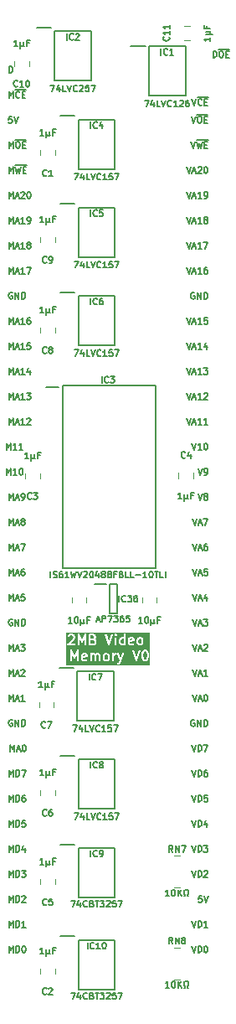
<source format=gto>
%TF.GenerationSoftware,KiCad,Pcbnew,8.0.7*%
%TF.CreationDate,2025-01-07T17:50:58+02:00*%
%TF.ProjectId,Video Memory 2MB,56696465-6f20-44d6-956d-6f727920324d,V0*%
%TF.SameCoordinates,Original*%
%TF.FileFunction,Legend,Top*%
%TF.FilePolarity,Positive*%
%FSLAX46Y46*%
G04 Gerber Fmt 4.6, Leading zero omitted, Abs format (unit mm)*
G04 Created by KiCad (PCBNEW 8.0.7) date 2025-01-07 17:50:58*
%MOMM*%
%LPD*%
G01*
G04 APERTURE LIST*
%ADD10C,0.150000*%
%ADD11C,0.200000*%
%ADD12C,0.120000*%
%ADD13C,0.100000*%
G04 APERTURE END LIST*
D10*
X1392874Y-15525963D02*
X1392874Y-14890963D01*
X1392874Y-14890963D02*
X1604541Y-15344534D01*
X1604541Y-15344534D02*
X1816207Y-14890963D01*
X1816207Y-14890963D02*
X1816207Y-15525963D01*
X2088350Y-15344534D02*
X2390731Y-15344534D01*
X2027874Y-15525963D02*
X2239540Y-14890963D01*
X2239540Y-14890963D02*
X2451207Y-15525963D01*
X2995493Y-15525963D02*
X2632636Y-15525963D01*
X2814064Y-15525963D02*
X2814064Y-14890963D01*
X2814064Y-14890963D02*
X2753588Y-14981677D01*
X2753588Y-14981677D02*
X2693112Y-15042153D01*
X2693112Y-15042153D02*
X2632636Y-15072391D01*
X3297874Y-15525963D02*
X3418826Y-15525963D01*
X3418826Y-15525963D02*
X3479303Y-15495725D01*
X3479303Y-15495725D02*
X3509541Y-15465486D01*
X3509541Y-15465486D02*
X3570017Y-15374772D01*
X3570017Y-15374772D02*
X3600255Y-15253820D01*
X3600255Y-15253820D02*
X3600255Y-15011915D01*
X3600255Y-15011915D02*
X3570017Y-14951439D01*
X3570017Y-14951439D02*
X3539779Y-14921201D01*
X3539779Y-14921201D02*
X3479303Y-14890963D01*
X3479303Y-14890963D02*
X3358350Y-14890963D01*
X3358350Y-14890963D02*
X3297874Y-14921201D01*
X3297874Y-14921201D02*
X3267636Y-14951439D01*
X3267636Y-14951439D02*
X3237398Y-15011915D01*
X3237398Y-15011915D02*
X3237398Y-15163105D01*
X3237398Y-15163105D02*
X3267636Y-15223582D01*
X3267636Y-15223582D02*
X3297874Y-15253820D01*
X3297874Y-15253820D02*
X3358350Y-15284058D01*
X3358350Y-15284058D02*
X3479303Y-15284058D01*
X3479303Y-15284058D02*
X3539779Y-15253820D01*
X3539779Y-15253820D02*
X3570017Y-15223582D01*
X3570017Y-15223582D02*
X3600255Y-15163105D01*
X19380696Y-17430963D02*
X19592362Y-18065963D01*
X19592362Y-18065963D02*
X19804029Y-17430963D01*
X19985458Y-17884534D02*
X20287839Y-17884534D01*
X19924982Y-18065963D02*
X20136648Y-17430963D01*
X20136648Y-17430963D02*
X20348315Y-18065963D01*
X20892601Y-18065963D02*
X20529744Y-18065963D01*
X20711172Y-18065963D02*
X20711172Y-17430963D01*
X20711172Y-17430963D02*
X20650696Y-17521677D01*
X20650696Y-17521677D02*
X20590220Y-17582153D01*
X20590220Y-17582153D02*
X20529744Y-17612391D01*
X21104268Y-17430963D02*
X21527601Y-17430963D01*
X21527601Y-17430963D02*
X21255458Y-18065963D01*
X19380696Y-25050963D02*
X19592362Y-25685963D01*
X19592362Y-25685963D02*
X19804029Y-25050963D01*
X19985458Y-25504534D02*
X20287839Y-25504534D01*
X19924982Y-25685963D02*
X20136648Y-25050963D01*
X20136648Y-25050963D02*
X20348315Y-25685963D01*
X20892601Y-25685963D02*
X20529744Y-25685963D01*
X20711172Y-25685963D02*
X20711172Y-25050963D01*
X20711172Y-25050963D02*
X20650696Y-25141677D01*
X20650696Y-25141677D02*
X20590220Y-25202153D01*
X20590220Y-25202153D02*
X20529744Y-25232391D01*
X21467125Y-25050963D02*
X21164744Y-25050963D01*
X21164744Y-25050963D02*
X21134506Y-25353344D01*
X21134506Y-25353344D02*
X21164744Y-25323105D01*
X21164744Y-25323105D02*
X21225220Y-25292867D01*
X21225220Y-25292867D02*
X21376411Y-25292867D01*
X21376411Y-25292867D02*
X21436887Y-25323105D01*
X21436887Y-25323105D02*
X21467125Y-25353344D01*
X21467125Y-25353344D02*
X21497363Y-25413820D01*
X21497363Y-25413820D02*
X21497363Y-25565010D01*
X21497363Y-25565010D02*
X21467125Y-25625486D01*
X21467125Y-25625486D02*
X21436887Y-25655725D01*
X21436887Y-25655725D02*
X21376411Y-25685963D01*
X21376411Y-25685963D02*
X21225220Y-25685963D01*
X21225220Y-25685963D02*
X21164744Y-25655725D01*
X21164744Y-25655725D02*
X21134506Y-25625486D01*
X19924982Y-2952963D02*
X20136648Y-3587963D01*
X20136648Y-3587963D02*
X20348315Y-2952963D01*
X20922839Y-3527486D02*
X20892601Y-3557725D01*
X20892601Y-3557725D02*
X20801887Y-3587963D01*
X20801887Y-3587963D02*
X20741411Y-3587963D01*
X20741411Y-3587963D02*
X20650696Y-3557725D01*
X20650696Y-3557725D02*
X20590220Y-3497248D01*
X20590220Y-3497248D02*
X20559982Y-3436772D01*
X20559982Y-3436772D02*
X20529744Y-3315820D01*
X20529744Y-3315820D02*
X20529744Y-3225105D01*
X20529744Y-3225105D02*
X20559982Y-3104153D01*
X20559982Y-3104153D02*
X20590220Y-3043677D01*
X20590220Y-3043677D02*
X20650696Y-2983201D01*
X20650696Y-2983201D02*
X20741411Y-2952963D01*
X20741411Y-2952963D02*
X20801887Y-2952963D01*
X20801887Y-2952963D02*
X20892601Y-2983201D01*
X20892601Y-2983201D02*
X20922839Y-3013439D01*
X21194982Y-3255344D02*
X21406649Y-3255344D01*
X21497363Y-3587963D02*
X21194982Y-3587963D01*
X21194982Y-3587963D02*
X21194982Y-2952963D01*
X21194982Y-2952963D02*
X21497363Y-2952963D01*
X20472292Y-2776675D02*
X21554816Y-2776675D01*
X19380696Y-12350963D02*
X19592362Y-12985963D01*
X19592362Y-12985963D02*
X19804029Y-12350963D01*
X19985458Y-12804534D02*
X20287839Y-12804534D01*
X19924982Y-12985963D02*
X20136648Y-12350963D01*
X20136648Y-12350963D02*
X20348315Y-12985963D01*
X20892601Y-12985963D02*
X20529744Y-12985963D01*
X20711172Y-12985963D02*
X20711172Y-12350963D01*
X20711172Y-12350963D02*
X20650696Y-12441677D01*
X20650696Y-12441677D02*
X20590220Y-12502153D01*
X20590220Y-12502153D02*
X20529744Y-12532391D01*
X21194982Y-12985963D02*
X21315934Y-12985963D01*
X21315934Y-12985963D02*
X21376411Y-12955725D01*
X21376411Y-12955725D02*
X21406649Y-12925486D01*
X21406649Y-12925486D02*
X21467125Y-12834772D01*
X21467125Y-12834772D02*
X21497363Y-12713820D01*
X21497363Y-12713820D02*
X21497363Y-12471915D01*
X21497363Y-12471915D02*
X21467125Y-12411439D01*
X21467125Y-12411439D02*
X21436887Y-12381201D01*
X21436887Y-12381201D02*
X21376411Y-12350963D01*
X21376411Y-12350963D02*
X21255458Y-12350963D01*
X21255458Y-12350963D02*
X21194982Y-12381201D01*
X21194982Y-12381201D02*
X21164744Y-12411439D01*
X21164744Y-12411439D02*
X21134506Y-12471915D01*
X21134506Y-12471915D02*
X21134506Y-12623105D01*
X21134506Y-12623105D02*
X21164744Y-12683582D01*
X21164744Y-12683582D02*
X21194982Y-12713820D01*
X21194982Y-12713820D02*
X21255458Y-12744058D01*
X21255458Y-12744058D02*
X21376411Y-12744058D01*
X21376411Y-12744058D02*
X21436887Y-12713820D01*
X21436887Y-12713820D02*
X21467125Y-12683582D01*
X21467125Y-12683582D02*
X21497363Y-12623105D01*
X1392874Y-86645963D02*
X1392874Y-86010963D01*
X1392874Y-86010963D02*
X1604541Y-86464534D01*
X1604541Y-86464534D02*
X1816207Y-86010963D01*
X1816207Y-86010963D02*
X1816207Y-86645963D01*
X2118588Y-86645963D02*
X2118588Y-86010963D01*
X2118588Y-86010963D02*
X2269778Y-86010963D01*
X2269778Y-86010963D02*
X2360493Y-86041201D01*
X2360493Y-86041201D02*
X2420969Y-86101677D01*
X2420969Y-86101677D02*
X2451207Y-86162153D01*
X2451207Y-86162153D02*
X2481445Y-86283105D01*
X2481445Y-86283105D02*
X2481445Y-86373820D01*
X2481445Y-86373820D02*
X2451207Y-86494772D01*
X2451207Y-86494772D02*
X2420969Y-86555248D01*
X2420969Y-86555248D02*
X2360493Y-86615725D01*
X2360493Y-86615725D02*
X2269778Y-86645963D01*
X2269778Y-86645963D02*
X2118588Y-86645963D01*
X3086207Y-86645963D02*
X2723350Y-86645963D01*
X2904778Y-86645963D02*
X2904778Y-86010963D01*
X2904778Y-86010963D02*
X2844302Y-86101677D01*
X2844302Y-86101677D02*
X2783826Y-86162153D01*
X2783826Y-86162153D02*
X2723350Y-86192391D01*
X1392874Y-28225963D02*
X1392874Y-27590963D01*
X1392874Y-27590963D02*
X1604541Y-28044534D01*
X1604541Y-28044534D02*
X1816207Y-27590963D01*
X1816207Y-27590963D02*
X1816207Y-28225963D01*
X2088350Y-28044534D02*
X2390731Y-28044534D01*
X2027874Y-28225963D02*
X2239540Y-27590963D01*
X2239540Y-27590963D02*
X2451207Y-28225963D01*
X2995493Y-28225963D02*
X2632636Y-28225963D01*
X2814064Y-28225963D02*
X2814064Y-27590963D01*
X2814064Y-27590963D02*
X2753588Y-27681677D01*
X2753588Y-27681677D02*
X2693112Y-27742153D01*
X2693112Y-27742153D02*
X2632636Y-27772391D01*
X3570017Y-27590963D02*
X3267636Y-27590963D01*
X3267636Y-27590963D02*
X3237398Y-27893344D01*
X3237398Y-27893344D02*
X3267636Y-27863105D01*
X3267636Y-27863105D02*
X3328112Y-27832867D01*
X3328112Y-27832867D02*
X3479303Y-27832867D01*
X3479303Y-27832867D02*
X3539779Y-27863105D01*
X3539779Y-27863105D02*
X3570017Y-27893344D01*
X3570017Y-27893344D02*
X3600255Y-27953820D01*
X3600255Y-27953820D02*
X3600255Y-28105010D01*
X3600255Y-28105010D02*
X3570017Y-28165486D01*
X3570017Y-28165486D02*
X3539779Y-28195725D01*
X3539779Y-28195725D02*
X3479303Y-28225963D01*
X3479303Y-28225963D02*
X3328112Y-28225963D01*
X3328112Y-28225963D02*
X3267636Y-28195725D01*
X3267636Y-28195725D02*
X3237398Y-28165486D01*
X1392874Y-79025963D02*
X1392874Y-78390963D01*
X1392874Y-78390963D02*
X1604541Y-78844534D01*
X1604541Y-78844534D02*
X1816207Y-78390963D01*
X1816207Y-78390963D02*
X1816207Y-79025963D01*
X2118588Y-79025963D02*
X2118588Y-78390963D01*
X2118588Y-78390963D02*
X2269778Y-78390963D01*
X2269778Y-78390963D02*
X2360493Y-78421201D01*
X2360493Y-78421201D02*
X2420969Y-78481677D01*
X2420969Y-78481677D02*
X2451207Y-78542153D01*
X2451207Y-78542153D02*
X2481445Y-78663105D01*
X2481445Y-78663105D02*
X2481445Y-78753820D01*
X2481445Y-78753820D02*
X2451207Y-78874772D01*
X2451207Y-78874772D02*
X2420969Y-78935248D01*
X2420969Y-78935248D02*
X2360493Y-78995725D01*
X2360493Y-78995725D02*
X2269778Y-79025963D01*
X2269778Y-79025963D02*
X2118588Y-79025963D01*
X3025731Y-78602629D02*
X3025731Y-79025963D01*
X2874540Y-78360725D02*
X2723350Y-78814296D01*
X2723350Y-78814296D02*
X3116445Y-78814296D01*
X19380696Y-19970963D02*
X19592362Y-20605963D01*
X19592362Y-20605963D02*
X19804029Y-19970963D01*
X19985458Y-20424534D02*
X20287839Y-20424534D01*
X19924982Y-20605963D02*
X20136648Y-19970963D01*
X20136648Y-19970963D02*
X20348315Y-20605963D01*
X20892601Y-20605963D02*
X20529744Y-20605963D01*
X20711172Y-20605963D02*
X20711172Y-19970963D01*
X20711172Y-19970963D02*
X20650696Y-20061677D01*
X20650696Y-20061677D02*
X20590220Y-20122153D01*
X20590220Y-20122153D02*
X20529744Y-20152391D01*
X21436887Y-19970963D02*
X21315934Y-19970963D01*
X21315934Y-19970963D02*
X21255458Y-20001201D01*
X21255458Y-20001201D02*
X21225220Y-20031439D01*
X21225220Y-20031439D02*
X21164744Y-20122153D01*
X21164744Y-20122153D02*
X21134506Y-20243105D01*
X21134506Y-20243105D02*
X21134506Y-20485010D01*
X21134506Y-20485010D02*
X21164744Y-20545486D01*
X21164744Y-20545486D02*
X21194982Y-20575725D01*
X21194982Y-20575725D02*
X21255458Y-20605963D01*
X21255458Y-20605963D02*
X21376411Y-20605963D01*
X21376411Y-20605963D02*
X21436887Y-20575725D01*
X21436887Y-20575725D02*
X21467125Y-20545486D01*
X21467125Y-20545486D02*
X21497363Y-20485010D01*
X21497363Y-20485010D02*
X21497363Y-20333820D01*
X21497363Y-20333820D02*
X21467125Y-20273344D01*
X21467125Y-20273344D02*
X21436887Y-20243105D01*
X21436887Y-20243105D02*
X21376411Y-20212867D01*
X21376411Y-20212867D02*
X21255458Y-20212867D01*
X21255458Y-20212867D02*
X21194982Y-20243105D01*
X21194982Y-20243105D02*
X21164744Y-20273344D01*
X21164744Y-20273344D02*
X21134506Y-20333820D01*
X19894744Y-78390963D02*
X20106410Y-79025963D01*
X20106410Y-79025963D02*
X20318077Y-78390963D01*
X20529744Y-79025963D02*
X20529744Y-78390963D01*
X20529744Y-78390963D02*
X20680934Y-78390963D01*
X20680934Y-78390963D02*
X20771649Y-78421201D01*
X20771649Y-78421201D02*
X20832125Y-78481677D01*
X20832125Y-78481677D02*
X20862363Y-78542153D01*
X20862363Y-78542153D02*
X20892601Y-78663105D01*
X20892601Y-78663105D02*
X20892601Y-78753820D01*
X20892601Y-78753820D02*
X20862363Y-78874772D01*
X20862363Y-78874772D02*
X20832125Y-78935248D01*
X20832125Y-78935248D02*
X20771649Y-78995725D01*
X20771649Y-78995725D02*
X20680934Y-79025963D01*
X20680934Y-79025963D02*
X20529744Y-79025963D01*
X21104268Y-78390963D02*
X21497363Y-78390963D01*
X21497363Y-78390963D02*
X21285696Y-78632867D01*
X21285696Y-78632867D02*
X21376411Y-78632867D01*
X21376411Y-78632867D02*
X21436887Y-78663105D01*
X21436887Y-78663105D02*
X21467125Y-78693344D01*
X21467125Y-78693344D02*
X21497363Y-78753820D01*
X21497363Y-78753820D02*
X21497363Y-78905010D01*
X21497363Y-78905010D02*
X21467125Y-78965486D01*
X21467125Y-78965486D02*
X21436887Y-78995725D01*
X21436887Y-78995725D02*
X21376411Y-79025963D01*
X21376411Y-79025963D02*
X21194982Y-79025963D01*
X21194982Y-79025963D02*
X21134506Y-78995725D01*
X21134506Y-78995725D02*
X21104268Y-78965486D01*
X1392874Y-2825963D02*
X1392874Y-2190963D01*
X1392874Y-2190963D02*
X1604541Y-2644534D01*
X1604541Y-2644534D02*
X1816207Y-2190963D01*
X1816207Y-2190963D02*
X1816207Y-2825963D01*
X2481445Y-2765486D02*
X2451207Y-2795725D01*
X2451207Y-2795725D02*
X2360493Y-2825963D01*
X2360493Y-2825963D02*
X2300017Y-2825963D01*
X2300017Y-2825963D02*
X2209302Y-2795725D01*
X2209302Y-2795725D02*
X2148826Y-2735248D01*
X2148826Y-2735248D02*
X2118588Y-2674772D01*
X2118588Y-2674772D02*
X2088350Y-2553820D01*
X2088350Y-2553820D02*
X2088350Y-2463105D01*
X2088350Y-2463105D02*
X2118588Y-2342153D01*
X2118588Y-2342153D02*
X2148826Y-2281677D01*
X2148826Y-2281677D02*
X2209302Y-2221201D01*
X2209302Y-2221201D02*
X2300017Y-2190963D01*
X2300017Y-2190963D02*
X2360493Y-2190963D01*
X2360493Y-2190963D02*
X2451207Y-2221201D01*
X2451207Y-2221201D02*
X2481445Y-2251439D01*
X2753588Y-2493344D02*
X2965255Y-2493344D01*
X3055969Y-2825963D02*
X2753588Y-2825963D01*
X2753588Y-2825963D02*
X2753588Y-2190963D01*
X2753588Y-2190963D02*
X3055969Y-2190963D01*
X2030898Y-2014675D02*
X3113422Y-2014675D01*
X19985458Y-47910963D02*
X20197124Y-48545963D01*
X20197124Y-48545963D02*
X20408791Y-47910963D01*
X20590220Y-48364534D02*
X20892601Y-48364534D01*
X20529744Y-48545963D02*
X20741410Y-47910963D01*
X20741410Y-47910963D02*
X20953077Y-48545963D01*
X21436887Y-47910963D02*
X21315934Y-47910963D01*
X21315934Y-47910963D02*
X21255458Y-47941201D01*
X21255458Y-47941201D02*
X21225220Y-47971439D01*
X21225220Y-47971439D02*
X21164744Y-48062153D01*
X21164744Y-48062153D02*
X21134506Y-48183105D01*
X21134506Y-48183105D02*
X21134506Y-48425010D01*
X21134506Y-48425010D02*
X21164744Y-48485486D01*
X21164744Y-48485486D02*
X21194982Y-48515725D01*
X21194982Y-48515725D02*
X21255458Y-48545963D01*
X21255458Y-48545963D02*
X21376411Y-48545963D01*
X21376411Y-48545963D02*
X21436887Y-48515725D01*
X21436887Y-48515725D02*
X21467125Y-48485486D01*
X21467125Y-48485486D02*
X21497363Y-48425010D01*
X21497363Y-48425010D02*
X21497363Y-48273820D01*
X21497363Y-48273820D02*
X21467125Y-48213344D01*
X21467125Y-48213344D02*
X21436887Y-48183105D01*
X21436887Y-48183105D02*
X21376411Y-48152867D01*
X21376411Y-48152867D02*
X21255458Y-48152867D01*
X21255458Y-48152867D02*
X21194982Y-48183105D01*
X21194982Y-48183105D02*
X21164744Y-48213344D01*
X21164744Y-48213344D02*
X21134506Y-48273820D01*
X19985458Y-50450963D02*
X20197124Y-51085963D01*
X20197124Y-51085963D02*
X20408791Y-50450963D01*
X20590220Y-50904534D02*
X20892601Y-50904534D01*
X20529744Y-51085963D02*
X20741410Y-50450963D01*
X20741410Y-50450963D02*
X20953077Y-51085963D01*
X21467125Y-50450963D02*
X21164744Y-50450963D01*
X21164744Y-50450963D02*
X21134506Y-50753344D01*
X21134506Y-50753344D02*
X21164744Y-50723105D01*
X21164744Y-50723105D02*
X21225220Y-50692867D01*
X21225220Y-50692867D02*
X21376411Y-50692867D01*
X21376411Y-50692867D02*
X21436887Y-50723105D01*
X21436887Y-50723105D02*
X21467125Y-50753344D01*
X21467125Y-50753344D02*
X21497363Y-50813820D01*
X21497363Y-50813820D02*
X21497363Y-50965010D01*
X21497363Y-50965010D02*
X21467125Y-51025486D01*
X21467125Y-51025486D02*
X21436887Y-51055725D01*
X21436887Y-51055725D02*
X21376411Y-51085963D01*
X21376411Y-51085963D02*
X21225220Y-51085963D01*
X21225220Y-51085963D02*
X21164744Y-51055725D01*
X21164744Y-51055725D02*
X21134506Y-51025486D01*
X1392874Y-20605963D02*
X1392874Y-19970963D01*
X1392874Y-19970963D02*
X1604541Y-20424534D01*
X1604541Y-20424534D02*
X1816207Y-19970963D01*
X1816207Y-19970963D02*
X1816207Y-20605963D01*
X2088350Y-20424534D02*
X2390731Y-20424534D01*
X2027874Y-20605963D02*
X2239540Y-19970963D01*
X2239540Y-19970963D02*
X2451207Y-20605963D01*
X2995493Y-20605963D02*
X2632636Y-20605963D01*
X2814064Y-20605963D02*
X2814064Y-19970963D01*
X2814064Y-19970963D02*
X2753588Y-20061677D01*
X2753588Y-20061677D02*
X2693112Y-20122153D01*
X2693112Y-20122153D02*
X2632636Y-20152391D01*
X3207160Y-19970963D02*
X3630493Y-19970963D01*
X3630493Y-19970963D02*
X3358350Y-20605963D01*
X19985458Y-58070963D02*
X20197124Y-58705963D01*
X20197124Y-58705963D02*
X20408791Y-58070963D01*
X20590220Y-58524534D02*
X20892601Y-58524534D01*
X20529744Y-58705963D02*
X20741410Y-58070963D01*
X20741410Y-58070963D02*
X20953077Y-58705963D01*
X21134506Y-58131439D02*
X21164744Y-58101201D01*
X21164744Y-58101201D02*
X21225220Y-58070963D01*
X21225220Y-58070963D02*
X21376411Y-58070963D01*
X21376411Y-58070963D02*
X21436887Y-58101201D01*
X21436887Y-58101201D02*
X21467125Y-58131439D01*
X21467125Y-58131439D02*
X21497363Y-58191915D01*
X21497363Y-58191915D02*
X21497363Y-58252391D01*
X21497363Y-58252391D02*
X21467125Y-58343105D01*
X21467125Y-58343105D02*
X21104268Y-58705963D01*
X21104268Y-58705963D02*
X21497363Y-58705963D01*
X1392874Y-81565963D02*
X1392874Y-80930963D01*
X1392874Y-80930963D02*
X1604541Y-81384534D01*
X1604541Y-81384534D02*
X1816207Y-80930963D01*
X1816207Y-80930963D02*
X1816207Y-81565963D01*
X2118588Y-81565963D02*
X2118588Y-80930963D01*
X2118588Y-80930963D02*
X2269778Y-80930963D01*
X2269778Y-80930963D02*
X2360493Y-80961201D01*
X2360493Y-80961201D02*
X2420969Y-81021677D01*
X2420969Y-81021677D02*
X2451207Y-81082153D01*
X2451207Y-81082153D02*
X2481445Y-81203105D01*
X2481445Y-81203105D02*
X2481445Y-81293820D01*
X2481445Y-81293820D02*
X2451207Y-81414772D01*
X2451207Y-81414772D02*
X2420969Y-81475248D01*
X2420969Y-81475248D02*
X2360493Y-81535725D01*
X2360493Y-81535725D02*
X2269778Y-81565963D01*
X2269778Y-81565963D02*
X2118588Y-81565963D01*
X2693112Y-80930963D02*
X3086207Y-80930963D01*
X3086207Y-80930963D02*
X2874540Y-81172867D01*
X2874540Y-81172867D02*
X2965255Y-81172867D01*
X2965255Y-81172867D02*
X3025731Y-81203105D01*
X3025731Y-81203105D02*
X3055969Y-81233344D01*
X3055969Y-81233344D02*
X3086207Y-81293820D01*
X3086207Y-81293820D02*
X3086207Y-81445010D01*
X3086207Y-81445010D02*
X3055969Y-81505486D01*
X3055969Y-81505486D02*
X3025731Y-81535725D01*
X3025731Y-81535725D02*
X2965255Y-81565963D01*
X2965255Y-81565963D02*
X2783826Y-81565963D01*
X2783826Y-81565963D02*
X2723350Y-81535725D01*
X2723350Y-81535725D02*
X2693112Y-81505486D01*
X19924982Y-37750963D02*
X20136648Y-38385963D01*
X20136648Y-38385963D02*
X20348315Y-37750963D01*
X20892601Y-38385963D02*
X20529744Y-38385963D01*
X20711172Y-38385963D02*
X20711172Y-37750963D01*
X20711172Y-37750963D02*
X20650696Y-37841677D01*
X20650696Y-37841677D02*
X20590220Y-37902153D01*
X20590220Y-37902153D02*
X20529744Y-37932391D01*
X21285696Y-37750963D02*
X21346173Y-37750963D01*
X21346173Y-37750963D02*
X21406649Y-37781201D01*
X21406649Y-37781201D02*
X21436887Y-37811439D01*
X21436887Y-37811439D02*
X21467125Y-37871915D01*
X21467125Y-37871915D02*
X21497363Y-37992867D01*
X21497363Y-37992867D02*
X21497363Y-38144058D01*
X21497363Y-38144058D02*
X21467125Y-38265010D01*
X21467125Y-38265010D02*
X21436887Y-38325486D01*
X21436887Y-38325486D02*
X21406649Y-38355725D01*
X21406649Y-38355725D02*
X21346173Y-38385963D01*
X21346173Y-38385963D02*
X21285696Y-38385963D01*
X21285696Y-38385963D02*
X21225220Y-38355725D01*
X21225220Y-38355725D02*
X21194982Y-38325486D01*
X21194982Y-38325486D02*
X21164744Y-38265010D01*
X21164744Y-38265010D02*
X21134506Y-38144058D01*
X21134506Y-38144058D02*
X21134506Y-37992867D01*
X21134506Y-37992867D02*
X21164744Y-37871915D01*
X21164744Y-37871915D02*
X21194982Y-37811439D01*
X21194982Y-37811439D02*
X21225220Y-37781201D01*
X21225220Y-37781201D02*
X21285696Y-37750963D01*
X19380696Y-14890963D02*
X19592362Y-15525963D01*
X19592362Y-15525963D02*
X19804029Y-14890963D01*
X19985458Y-15344534D02*
X20287839Y-15344534D01*
X19924982Y-15525963D02*
X20136648Y-14890963D01*
X20136648Y-14890963D02*
X20348315Y-15525963D01*
X20892601Y-15525963D02*
X20529744Y-15525963D01*
X20711172Y-15525963D02*
X20711172Y-14890963D01*
X20711172Y-14890963D02*
X20650696Y-14981677D01*
X20650696Y-14981677D02*
X20590220Y-15042153D01*
X20590220Y-15042153D02*
X20529744Y-15072391D01*
X21255458Y-15163105D02*
X21194982Y-15132867D01*
X21194982Y-15132867D02*
X21164744Y-15102629D01*
X21164744Y-15102629D02*
X21134506Y-15042153D01*
X21134506Y-15042153D02*
X21134506Y-15011915D01*
X21134506Y-15011915D02*
X21164744Y-14951439D01*
X21164744Y-14951439D02*
X21194982Y-14921201D01*
X21194982Y-14921201D02*
X21255458Y-14890963D01*
X21255458Y-14890963D02*
X21376411Y-14890963D01*
X21376411Y-14890963D02*
X21436887Y-14921201D01*
X21436887Y-14921201D02*
X21467125Y-14951439D01*
X21467125Y-14951439D02*
X21497363Y-15011915D01*
X21497363Y-15011915D02*
X21497363Y-15042153D01*
X21497363Y-15042153D02*
X21467125Y-15102629D01*
X21467125Y-15102629D02*
X21436887Y-15132867D01*
X21436887Y-15132867D02*
X21376411Y-15163105D01*
X21376411Y-15163105D02*
X21255458Y-15163105D01*
X21255458Y-15163105D02*
X21194982Y-15193344D01*
X21194982Y-15193344D02*
X21164744Y-15223582D01*
X21164744Y-15223582D02*
X21134506Y-15284058D01*
X21134506Y-15284058D02*
X21134506Y-15405010D01*
X21134506Y-15405010D02*
X21164744Y-15465486D01*
X21164744Y-15465486D02*
X21194982Y-15495725D01*
X21194982Y-15495725D02*
X21255458Y-15525963D01*
X21255458Y-15525963D02*
X21376411Y-15525963D01*
X21376411Y-15525963D02*
X21436887Y-15495725D01*
X21436887Y-15495725D02*
X21467125Y-15465486D01*
X21467125Y-15465486D02*
X21497363Y-15405010D01*
X21497363Y-15405010D02*
X21497363Y-15284058D01*
X21497363Y-15284058D02*
X21467125Y-15223582D01*
X21467125Y-15223582D02*
X21436887Y-15193344D01*
X21436887Y-15193344D02*
X21376411Y-15163105D01*
X1392874Y-71405963D02*
X1392874Y-70770963D01*
X1392874Y-70770963D02*
X1604541Y-71224534D01*
X1604541Y-71224534D02*
X1816207Y-70770963D01*
X1816207Y-70770963D02*
X1816207Y-71405963D01*
X2118588Y-71405963D02*
X2118588Y-70770963D01*
X2118588Y-70770963D02*
X2269778Y-70770963D01*
X2269778Y-70770963D02*
X2360493Y-70801201D01*
X2360493Y-70801201D02*
X2420969Y-70861677D01*
X2420969Y-70861677D02*
X2451207Y-70922153D01*
X2451207Y-70922153D02*
X2481445Y-71043105D01*
X2481445Y-71043105D02*
X2481445Y-71133820D01*
X2481445Y-71133820D02*
X2451207Y-71254772D01*
X2451207Y-71254772D02*
X2420969Y-71315248D01*
X2420969Y-71315248D02*
X2360493Y-71375725D01*
X2360493Y-71375725D02*
X2269778Y-71405963D01*
X2269778Y-71405963D02*
X2118588Y-71405963D01*
X2693112Y-70770963D02*
X3116445Y-70770963D01*
X3116445Y-70770963D02*
X2844302Y-71405963D01*
X1392874Y-35845963D02*
X1392874Y-35210963D01*
X1392874Y-35210963D02*
X1604541Y-35664534D01*
X1604541Y-35664534D02*
X1816207Y-35210963D01*
X1816207Y-35210963D02*
X1816207Y-35845963D01*
X2088350Y-35664534D02*
X2390731Y-35664534D01*
X2027874Y-35845963D02*
X2239540Y-35210963D01*
X2239540Y-35210963D02*
X2451207Y-35845963D01*
X2995493Y-35845963D02*
X2632636Y-35845963D01*
X2814064Y-35845963D02*
X2814064Y-35210963D01*
X2814064Y-35210963D02*
X2753588Y-35301677D01*
X2753588Y-35301677D02*
X2693112Y-35362153D01*
X2693112Y-35362153D02*
X2632636Y-35392391D01*
X3237398Y-35271439D02*
X3267636Y-35241201D01*
X3267636Y-35241201D02*
X3328112Y-35210963D01*
X3328112Y-35210963D02*
X3479303Y-35210963D01*
X3479303Y-35210963D02*
X3539779Y-35241201D01*
X3539779Y-35241201D02*
X3570017Y-35271439D01*
X3570017Y-35271439D02*
X3600255Y-35331915D01*
X3600255Y-35331915D02*
X3600255Y-35392391D01*
X3600255Y-35392391D02*
X3570017Y-35483105D01*
X3570017Y-35483105D02*
X3207160Y-35845963D01*
X3207160Y-35845963D02*
X3600255Y-35845963D01*
X1725493Y-55561201D02*
X1665017Y-55530963D01*
X1665017Y-55530963D02*
X1574303Y-55530963D01*
X1574303Y-55530963D02*
X1483588Y-55561201D01*
X1483588Y-55561201D02*
X1423112Y-55621677D01*
X1423112Y-55621677D02*
X1392874Y-55682153D01*
X1392874Y-55682153D02*
X1362636Y-55803105D01*
X1362636Y-55803105D02*
X1362636Y-55893820D01*
X1362636Y-55893820D02*
X1392874Y-56014772D01*
X1392874Y-56014772D02*
X1423112Y-56075248D01*
X1423112Y-56075248D02*
X1483588Y-56135725D01*
X1483588Y-56135725D02*
X1574303Y-56165963D01*
X1574303Y-56165963D02*
X1634779Y-56165963D01*
X1634779Y-56165963D02*
X1725493Y-56135725D01*
X1725493Y-56135725D02*
X1755731Y-56105486D01*
X1755731Y-56105486D02*
X1755731Y-55893820D01*
X1755731Y-55893820D02*
X1634779Y-55893820D01*
X2027874Y-56165963D02*
X2027874Y-55530963D01*
X2027874Y-55530963D02*
X2390731Y-56165963D01*
X2390731Y-56165963D02*
X2390731Y-55530963D01*
X2693112Y-56165963D02*
X2693112Y-55530963D01*
X2693112Y-55530963D02*
X2844302Y-55530963D01*
X2844302Y-55530963D02*
X2935017Y-55561201D01*
X2935017Y-55561201D02*
X2995493Y-55621677D01*
X2995493Y-55621677D02*
X3025731Y-55682153D01*
X3025731Y-55682153D02*
X3055969Y-55803105D01*
X3055969Y-55803105D02*
X3055969Y-55893820D01*
X3055969Y-55893820D02*
X3025731Y-56014772D01*
X3025731Y-56014772D02*
X2995493Y-56075248D01*
X2995493Y-56075248D02*
X2935017Y-56135725D01*
X2935017Y-56135725D02*
X2844302Y-56165963D01*
X2844302Y-56165963D02*
X2693112Y-56165963D01*
X1695255Y-4730963D02*
X1392874Y-4730963D01*
X1392874Y-4730963D02*
X1362636Y-5033344D01*
X1362636Y-5033344D02*
X1392874Y-5003105D01*
X1392874Y-5003105D02*
X1453350Y-4972867D01*
X1453350Y-4972867D02*
X1604541Y-4972867D01*
X1604541Y-4972867D02*
X1665017Y-5003105D01*
X1665017Y-5003105D02*
X1695255Y-5033344D01*
X1695255Y-5033344D02*
X1725493Y-5093820D01*
X1725493Y-5093820D02*
X1725493Y-5245010D01*
X1725493Y-5245010D02*
X1695255Y-5305486D01*
X1695255Y-5305486D02*
X1665017Y-5335725D01*
X1665017Y-5335725D02*
X1604541Y-5365963D01*
X1604541Y-5365963D02*
X1453350Y-5365963D01*
X1453350Y-5365963D02*
X1392874Y-5335725D01*
X1392874Y-5335725D02*
X1362636Y-5305486D01*
X1906922Y-4730963D02*
X2118588Y-5365963D01*
X2118588Y-5365963D02*
X2330255Y-4730963D01*
X1392874Y-10445963D02*
X1392874Y-9810963D01*
X1392874Y-9810963D02*
X1604541Y-10264534D01*
X1604541Y-10264534D02*
X1816207Y-9810963D01*
X1816207Y-9810963D02*
X1816207Y-10445963D01*
X2058112Y-9810963D02*
X2209302Y-10445963D01*
X2209302Y-10445963D02*
X2330255Y-9992391D01*
X2330255Y-9992391D02*
X2451207Y-10445963D01*
X2451207Y-10445963D02*
X2602398Y-9810963D01*
X2844302Y-10113344D02*
X3055969Y-10113344D01*
X3146683Y-10445963D02*
X2844302Y-10445963D01*
X2844302Y-10445963D02*
X2844302Y-9810963D01*
X2844302Y-9810963D02*
X3146683Y-9810963D01*
X2030898Y-9634675D02*
X3204136Y-9634675D01*
X1392874Y-58705963D02*
X1392874Y-58070963D01*
X1392874Y-58070963D02*
X1604541Y-58524534D01*
X1604541Y-58524534D02*
X1816207Y-58070963D01*
X1816207Y-58070963D02*
X1816207Y-58705963D01*
X2088350Y-58524534D02*
X2390731Y-58524534D01*
X2027874Y-58705963D02*
X2239540Y-58070963D01*
X2239540Y-58070963D02*
X2451207Y-58705963D01*
X2602398Y-58070963D02*
X2995493Y-58070963D01*
X2995493Y-58070963D02*
X2783826Y-58312867D01*
X2783826Y-58312867D02*
X2874541Y-58312867D01*
X2874541Y-58312867D02*
X2935017Y-58343105D01*
X2935017Y-58343105D02*
X2965255Y-58373344D01*
X2965255Y-58373344D02*
X2995493Y-58433820D01*
X2995493Y-58433820D02*
X2995493Y-58585010D01*
X2995493Y-58585010D02*
X2965255Y-58645486D01*
X2965255Y-58645486D02*
X2935017Y-58675725D01*
X2935017Y-58675725D02*
X2874541Y-58705963D01*
X2874541Y-58705963D02*
X2693112Y-58705963D01*
X2693112Y-58705963D02*
X2632636Y-58675725D01*
X2632636Y-58675725D02*
X2602398Y-58645486D01*
X19894744Y-68230963D02*
X20106410Y-68865963D01*
X20106410Y-68865963D02*
X20318077Y-68230963D01*
X20529744Y-68865963D02*
X20529744Y-68230963D01*
X20529744Y-68230963D02*
X20680934Y-68230963D01*
X20680934Y-68230963D02*
X20771649Y-68261201D01*
X20771649Y-68261201D02*
X20832125Y-68321677D01*
X20832125Y-68321677D02*
X20862363Y-68382153D01*
X20862363Y-68382153D02*
X20892601Y-68503105D01*
X20892601Y-68503105D02*
X20892601Y-68593820D01*
X20892601Y-68593820D02*
X20862363Y-68714772D01*
X20862363Y-68714772D02*
X20832125Y-68775248D01*
X20832125Y-68775248D02*
X20771649Y-68835725D01*
X20771649Y-68835725D02*
X20680934Y-68865963D01*
X20680934Y-68865963D02*
X20529744Y-68865963D01*
X21104268Y-68230963D02*
X21527601Y-68230963D01*
X21527601Y-68230963D02*
X21255458Y-68865963D01*
X20529744Y-42830963D02*
X20741410Y-43465963D01*
X20741410Y-43465963D02*
X20953077Y-42830963D01*
X21255458Y-43103105D02*
X21194982Y-43072867D01*
X21194982Y-43072867D02*
X21164744Y-43042629D01*
X21164744Y-43042629D02*
X21134506Y-42982153D01*
X21134506Y-42982153D02*
X21134506Y-42951915D01*
X21134506Y-42951915D02*
X21164744Y-42891439D01*
X21164744Y-42891439D02*
X21194982Y-42861201D01*
X21194982Y-42861201D02*
X21255458Y-42830963D01*
X21255458Y-42830963D02*
X21376411Y-42830963D01*
X21376411Y-42830963D02*
X21436887Y-42861201D01*
X21436887Y-42861201D02*
X21467125Y-42891439D01*
X21467125Y-42891439D02*
X21497363Y-42951915D01*
X21497363Y-42951915D02*
X21497363Y-42982153D01*
X21497363Y-42982153D02*
X21467125Y-43042629D01*
X21467125Y-43042629D02*
X21436887Y-43072867D01*
X21436887Y-43072867D02*
X21376411Y-43103105D01*
X21376411Y-43103105D02*
X21255458Y-43103105D01*
X21255458Y-43103105D02*
X21194982Y-43133344D01*
X21194982Y-43133344D02*
X21164744Y-43163582D01*
X21164744Y-43163582D02*
X21134506Y-43224058D01*
X21134506Y-43224058D02*
X21134506Y-43345010D01*
X21134506Y-43345010D02*
X21164744Y-43405486D01*
X21164744Y-43405486D02*
X21194982Y-43435725D01*
X21194982Y-43435725D02*
X21255458Y-43465963D01*
X21255458Y-43465963D02*
X21376411Y-43465963D01*
X21376411Y-43465963D02*
X21436887Y-43435725D01*
X21436887Y-43435725D02*
X21467125Y-43405486D01*
X21467125Y-43405486D02*
X21497363Y-43345010D01*
X21497363Y-43345010D02*
X21497363Y-43224058D01*
X21497363Y-43224058D02*
X21467125Y-43163582D01*
X21467125Y-43163582D02*
X21436887Y-43133344D01*
X21436887Y-43133344D02*
X21376411Y-43103105D01*
X19894744Y-70770963D02*
X20106410Y-71405963D01*
X20106410Y-71405963D02*
X20318077Y-70770963D01*
X20529744Y-71405963D02*
X20529744Y-70770963D01*
X20529744Y-70770963D02*
X20680934Y-70770963D01*
X20680934Y-70770963D02*
X20771649Y-70801201D01*
X20771649Y-70801201D02*
X20832125Y-70861677D01*
X20832125Y-70861677D02*
X20862363Y-70922153D01*
X20862363Y-70922153D02*
X20892601Y-71043105D01*
X20892601Y-71043105D02*
X20892601Y-71133820D01*
X20892601Y-71133820D02*
X20862363Y-71254772D01*
X20862363Y-71254772D02*
X20832125Y-71315248D01*
X20832125Y-71315248D02*
X20771649Y-71375725D01*
X20771649Y-71375725D02*
X20680934Y-71405963D01*
X20680934Y-71405963D02*
X20529744Y-71405963D01*
X21436887Y-70770963D02*
X21315934Y-70770963D01*
X21315934Y-70770963D02*
X21255458Y-70801201D01*
X21255458Y-70801201D02*
X21225220Y-70831439D01*
X21225220Y-70831439D02*
X21164744Y-70922153D01*
X21164744Y-70922153D02*
X21134506Y-71043105D01*
X21134506Y-71043105D02*
X21134506Y-71285010D01*
X21134506Y-71285010D02*
X21164744Y-71345486D01*
X21164744Y-71345486D02*
X21194982Y-71375725D01*
X21194982Y-71375725D02*
X21255458Y-71405963D01*
X21255458Y-71405963D02*
X21376411Y-71405963D01*
X21376411Y-71405963D02*
X21436887Y-71375725D01*
X21436887Y-71375725D02*
X21467125Y-71345486D01*
X21467125Y-71345486D02*
X21497363Y-71285010D01*
X21497363Y-71285010D02*
X21497363Y-71133820D01*
X21497363Y-71133820D02*
X21467125Y-71073344D01*
X21467125Y-71073344D02*
X21436887Y-71043105D01*
X21436887Y-71043105D02*
X21376411Y-71012867D01*
X21376411Y-71012867D02*
X21255458Y-71012867D01*
X21255458Y-71012867D02*
X21194982Y-71043105D01*
X21194982Y-71043105D02*
X21164744Y-71073344D01*
X21164744Y-71073344D02*
X21134506Y-71133820D01*
X19894744Y-73310963D02*
X20106410Y-73945963D01*
X20106410Y-73945963D02*
X20318077Y-73310963D01*
X20529744Y-73945963D02*
X20529744Y-73310963D01*
X20529744Y-73310963D02*
X20680934Y-73310963D01*
X20680934Y-73310963D02*
X20771649Y-73341201D01*
X20771649Y-73341201D02*
X20832125Y-73401677D01*
X20832125Y-73401677D02*
X20862363Y-73462153D01*
X20862363Y-73462153D02*
X20892601Y-73583105D01*
X20892601Y-73583105D02*
X20892601Y-73673820D01*
X20892601Y-73673820D02*
X20862363Y-73794772D01*
X20862363Y-73794772D02*
X20832125Y-73855248D01*
X20832125Y-73855248D02*
X20771649Y-73915725D01*
X20771649Y-73915725D02*
X20680934Y-73945963D01*
X20680934Y-73945963D02*
X20529744Y-73945963D01*
X21467125Y-73310963D02*
X21164744Y-73310963D01*
X21164744Y-73310963D02*
X21134506Y-73613344D01*
X21134506Y-73613344D02*
X21164744Y-73583105D01*
X21164744Y-73583105D02*
X21225220Y-73552867D01*
X21225220Y-73552867D02*
X21376411Y-73552867D01*
X21376411Y-73552867D02*
X21436887Y-73583105D01*
X21436887Y-73583105D02*
X21467125Y-73613344D01*
X21467125Y-73613344D02*
X21497363Y-73673820D01*
X21497363Y-73673820D02*
X21497363Y-73825010D01*
X21497363Y-73825010D02*
X21467125Y-73885486D01*
X21467125Y-73885486D02*
X21436887Y-73915725D01*
X21436887Y-73915725D02*
X21376411Y-73945963D01*
X21376411Y-73945963D02*
X21225220Y-73945963D01*
X21225220Y-73945963D02*
X21164744Y-73915725D01*
X21164744Y-73915725D02*
X21134506Y-73885486D01*
X1392874Y-63785963D02*
X1392874Y-63150963D01*
X1392874Y-63150963D02*
X1604541Y-63604534D01*
X1604541Y-63604534D02*
X1816207Y-63150963D01*
X1816207Y-63150963D02*
X1816207Y-63785963D01*
X2088350Y-63604534D02*
X2390731Y-63604534D01*
X2027874Y-63785963D02*
X2239540Y-63150963D01*
X2239540Y-63150963D02*
X2451207Y-63785963D01*
X2995493Y-63785963D02*
X2632636Y-63785963D01*
X2814064Y-63785963D02*
X2814064Y-63150963D01*
X2814064Y-63150963D02*
X2753588Y-63241677D01*
X2753588Y-63241677D02*
X2693112Y-63302153D01*
X2693112Y-63302153D02*
X2632636Y-63332391D01*
X1392874Y-51085963D02*
X1392874Y-50450963D01*
X1392874Y-50450963D02*
X1604541Y-50904534D01*
X1604541Y-50904534D02*
X1816207Y-50450963D01*
X1816207Y-50450963D02*
X1816207Y-51085963D01*
X2088350Y-50904534D02*
X2390731Y-50904534D01*
X2027874Y-51085963D02*
X2239540Y-50450963D01*
X2239540Y-50450963D02*
X2451207Y-51085963D01*
X2935017Y-50450963D02*
X2814064Y-50450963D01*
X2814064Y-50450963D02*
X2753588Y-50481201D01*
X2753588Y-50481201D02*
X2723350Y-50511439D01*
X2723350Y-50511439D02*
X2662874Y-50602153D01*
X2662874Y-50602153D02*
X2632636Y-50723105D01*
X2632636Y-50723105D02*
X2632636Y-50965010D01*
X2632636Y-50965010D02*
X2662874Y-51025486D01*
X2662874Y-51025486D02*
X2693112Y-51055725D01*
X2693112Y-51055725D02*
X2753588Y-51085963D01*
X2753588Y-51085963D02*
X2874541Y-51085963D01*
X2874541Y-51085963D02*
X2935017Y-51055725D01*
X2935017Y-51055725D02*
X2965255Y-51025486D01*
X2965255Y-51025486D02*
X2995493Y-50965010D01*
X2995493Y-50965010D02*
X2995493Y-50813820D01*
X2995493Y-50813820D02*
X2965255Y-50753344D01*
X2965255Y-50753344D02*
X2935017Y-50723105D01*
X2935017Y-50723105D02*
X2874541Y-50692867D01*
X2874541Y-50692867D02*
X2753588Y-50692867D01*
X2753588Y-50692867D02*
X2693112Y-50723105D01*
X2693112Y-50723105D02*
X2662874Y-50753344D01*
X2662874Y-50753344D02*
X2632636Y-50813820D01*
X19834268Y-7270963D02*
X20045934Y-7905963D01*
X20045934Y-7905963D02*
X20257601Y-7270963D01*
X20408792Y-7270963D02*
X20559982Y-7905963D01*
X20559982Y-7905963D02*
X20680935Y-7452391D01*
X20680935Y-7452391D02*
X20801887Y-7905963D01*
X20801887Y-7905963D02*
X20953078Y-7270963D01*
X21194982Y-7573344D02*
X21406649Y-7573344D01*
X21497363Y-7905963D02*
X21194982Y-7905963D01*
X21194982Y-7905963D02*
X21194982Y-7270963D01*
X21194982Y-7270963D02*
X21497363Y-7270963D01*
X20381578Y-7094675D02*
X21554816Y-7094675D01*
X19380696Y-9810963D02*
X19592362Y-10445963D01*
X19592362Y-10445963D02*
X19804029Y-9810963D01*
X19985458Y-10264534D02*
X20287839Y-10264534D01*
X19924982Y-10445963D02*
X20136648Y-9810963D01*
X20136648Y-9810963D02*
X20348315Y-10445963D01*
X20529744Y-9871439D02*
X20559982Y-9841201D01*
X20559982Y-9841201D02*
X20620458Y-9810963D01*
X20620458Y-9810963D02*
X20771649Y-9810963D01*
X20771649Y-9810963D02*
X20832125Y-9841201D01*
X20832125Y-9841201D02*
X20862363Y-9871439D01*
X20862363Y-9871439D02*
X20892601Y-9931915D01*
X20892601Y-9931915D02*
X20892601Y-9992391D01*
X20892601Y-9992391D02*
X20862363Y-10083105D01*
X20862363Y-10083105D02*
X20499506Y-10445963D01*
X20499506Y-10445963D02*
X20892601Y-10445963D01*
X21285696Y-9810963D02*
X21346173Y-9810963D01*
X21346173Y-9810963D02*
X21406649Y-9841201D01*
X21406649Y-9841201D02*
X21436887Y-9871439D01*
X21436887Y-9871439D02*
X21467125Y-9931915D01*
X21467125Y-9931915D02*
X21497363Y-10052867D01*
X21497363Y-10052867D02*
X21497363Y-10204058D01*
X21497363Y-10204058D02*
X21467125Y-10325010D01*
X21467125Y-10325010D02*
X21436887Y-10385486D01*
X21436887Y-10385486D02*
X21406649Y-10415725D01*
X21406649Y-10415725D02*
X21346173Y-10445963D01*
X21346173Y-10445963D02*
X21285696Y-10445963D01*
X21285696Y-10445963D02*
X21225220Y-10415725D01*
X21225220Y-10415725D02*
X21194982Y-10385486D01*
X21194982Y-10385486D02*
X21164744Y-10325010D01*
X21164744Y-10325010D02*
X21134506Y-10204058D01*
X21134506Y-10204058D02*
X21134506Y-10052867D01*
X21134506Y-10052867D02*
X21164744Y-9931915D01*
X21164744Y-9931915D02*
X21194982Y-9871439D01*
X21194982Y-9871439D02*
X21225220Y-9841201D01*
X21225220Y-9841201D02*
X21285696Y-9810963D01*
X1392874Y-76485963D02*
X1392874Y-75850963D01*
X1392874Y-75850963D02*
X1604541Y-76304534D01*
X1604541Y-76304534D02*
X1816207Y-75850963D01*
X1816207Y-75850963D02*
X1816207Y-76485963D01*
X2118588Y-76485963D02*
X2118588Y-75850963D01*
X2118588Y-75850963D02*
X2269778Y-75850963D01*
X2269778Y-75850963D02*
X2360493Y-75881201D01*
X2360493Y-75881201D02*
X2420969Y-75941677D01*
X2420969Y-75941677D02*
X2451207Y-76002153D01*
X2451207Y-76002153D02*
X2481445Y-76123105D01*
X2481445Y-76123105D02*
X2481445Y-76213820D01*
X2481445Y-76213820D02*
X2451207Y-76334772D01*
X2451207Y-76334772D02*
X2420969Y-76395248D01*
X2420969Y-76395248D02*
X2360493Y-76455725D01*
X2360493Y-76455725D02*
X2269778Y-76485963D01*
X2269778Y-76485963D02*
X2118588Y-76485963D01*
X3055969Y-75850963D02*
X2753588Y-75850963D01*
X2753588Y-75850963D02*
X2723350Y-76153344D01*
X2723350Y-76153344D02*
X2753588Y-76123105D01*
X2753588Y-76123105D02*
X2814064Y-76092867D01*
X2814064Y-76092867D02*
X2965255Y-76092867D01*
X2965255Y-76092867D02*
X3025731Y-76123105D01*
X3025731Y-76123105D02*
X3055969Y-76153344D01*
X3055969Y-76153344D02*
X3086207Y-76213820D01*
X3086207Y-76213820D02*
X3086207Y-76365010D01*
X3086207Y-76365010D02*
X3055969Y-76425486D01*
X3055969Y-76425486D02*
X3025731Y-76455725D01*
X3025731Y-76455725D02*
X2965255Y-76485963D01*
X2965255Y-76485963D02*
X2814064Y-76485963D01*
X2814064Y-76485963D02*
X2753588Y-76455725D01*
X2753588Y-76455725D02*
X2723350Y-76425486D01*
X19985458Y-55530963D02*
X20197124Y-56165963D01*
X20197124Y-56165963D02*
X20408791Y-55530963D01*
X20590220Y-55984534D02*
X20892601Y-55984534D01*
X20529744Y-56165963D02*
X20741410Y-55530963D01*
X20741410Y-55530963D02*
X20953077Y-56165963D01*
X21104268Y-55530963D02*
X21497363Y-55530963D01*
X21497363Y-55530963D02*
X21285696Y-55772867D01*
X21285696Y-55772867D02*
X21376411Y-55772867D01*
X21376411Y-55772867D02*
X21436887Y-55803105D01*
X21436887Y-55803105D02*
X21467125Y-55833344D01*
X21467125Y-55833344D02*
X21497363Y-55893820D01*
X21497363Y-55893820D02*
X21497363Y-56045010D01*
X21497363Y-56045010D02*
X21467125Y-56105486D01*
X21467125Y-56105486D02*
X21436887Y-56135725D01*
X21436887Y-56135725D02*
X21376411Y-56165963D01*
X21376411Y-56165963D02*
X21194982Y-56165963D01*
X21194982Y-56165963D02*
X21134506Y-56135725D01*
X21134506Y-56135725D02*
X21104268Y-56105486D01*
X1519874Y-68865963D02*
X1519874Y-68230963D01*
X1519874Y-68230963D02*
X1731541Y-68684534D01*
X1731541Y-68684534D02*
X1943207Y-68230963D01*
X1943207Y-68230963D02*
X1943207Y-68865963D01*
X2215350Y-68684534D02*
X2517731Y-68684534D01*
X2154874Y-68865963D02*
X2366540Y-68230963D01*
X2366540Y-68230963D02*
X2578207Y-68865963D01*
X2910826Y-68230963D02*
X2971303Y-68230963D01*
X2971303Y-68230963D02*
X3031779Y-68261201D01*
X3031779Y-68261201D02*
X3062017Y-68291439D01*
X3062017Y-68291439D02*
X3092255Y-68351915D01*
X3092255Y-68351915D02*
X3122493Y-68472867D01*
X3122493Y-68472867D02*
X3122493Y-68624058D01*
X3122493Y-68624058D02*
X3092255Y-68745010D01*
X3092255Y-68745010D02*
X3062017Y-68805486D01*
X3062017Y-68805486D02*
X3031779Y-68835725D01*
X3031779Y-68835725D02*
X2971303Y-68865963D01*
X2971303Y-68865963D02*
X2910826Y-68865963D01*
X2910826Y-68865963D02*
X2850350Y-68835725D01*
X2850350Y-68835725D02*
X2820112Y-68805486D01*
X2820112Y-68805486D02*
X2789874Y-68745010D01*
X2789874Y-68745010D02*
X2759636Y-68624058D01*
X2759636Y-68624058D02*
X2759636Y-68472867D01*
X2759636Y-68472867D02*
X2789874Y-68351915D01*
X2789874Y-68351915D02*
X2820112Y-68291439D01*
X2820112Y-68291439D02*
X2850350Y-68261201D01*
X2850350Y-68261201D02*
X2910826Y-68230963D01*
X19985458Y-63150963D02*
X20197124Y-63785963D01*
X20197124Y-63785963D02*
X20408791Y-63150963D01*
X20590220Y-63604534D02*
X20892601Y-63604534D01*
X20529744Y-63785963D02*
X20741410Y-63150963D01*
X20741410Y-63150963D02*
X20953077Y-63785963D01*
X21285696Y-63150963D02*
X21346173Y-63150963D01*
X21346173Y-63150963D02*
X21406649Y-63181201D01*
X21406649Y-63181201D02*
X21436887Y-63211439D01*
X21436887Y-63211439D02*
X21467125Y-63271915D01*
X21467125Y-63271915D02*
X21497363Y-63392867D01*
X21497363Y-63392867D02*
X21497363Y-63544058D01*
X21497363Y-63544058D02*
X21467125Y-63665010D01*
X21467125Y-63665010D02*
X21436887Y-63725486D01*
X21436887Y-63725486D02*
X21406649Y-63755725D01*
X21406649Y-63755725D02*
X21346173Y-63785963D01*
X21346173Y-63785963D02*
X21285696Y-63785963D01*
X21285696Y-63785963D02*
X21225220Y-63755725D01*
X21225220Y-63755725D02*
X21194982Y-63725486D01*
X21194982Y-63725486D02*
X21164744Y-63665010D01*
X21164744Y-63665010D02*
X21134506Y-63544058D01*
X21134506Y-63544058D02*
X21134506Y-63392867D01*
X21134506Y-63392867D02*
X21164744Y-63271915D01*
X21164744Y-63271915D02*
X21194982Y-63211439D01*
X21194982Y-63211439D02*
X21225220Y-63181201D01*
X21225220Y-63181201D02*
X21285696Y-63150963D01*
X1138874Y-38385963D02*
X1138874Y-37750963D01*
X1138874Y-37750963D02*
X1350541Y-38204534D01*
X1350541Y-38204534D02*
X1562207Y-37750963D01*
X1562207Y-37750963D02*
X1562207Y-38385963D01*
X2197207Y-38385963D02*
X1834350Y-38385963D01*
X2015778Y-38385963D02*
X2015778Y-37750963D01*
X2015778Y-37750963D02*
X1955302Y-37841677D01*
X1955302Y-37841677D02*
X1894826Y-37902153D01*
X1894826Y-37902153D02*
X1834350Y-37932391D01*
X2801969Y-38385963D02*
X2439112Y-38385963D01*
X2620540Y-38385963D02*
X2620540Y-37750963D01*
X2620540Y-37750963D02*
X2560064Y-37841677D01*
X2560064Y-37841677D02*
X2499588Y-37902153D01*
X2499588Y-37902153D02*
X2439112Y-37932391D01*
X20922839Y-83470963D02*
X20620458Y-83470963D01*
X20620458Y-83470963D02*
X20590220Y-83773344D01*
X20590220Y-83773344D02*
X20620458Y-83743105D01*
X20620458Y-83743105D02*
X20680934Y-83712867D01*
X20680934Y-83712867D02*
X20832125Y-83712867D01*
X20832125Y-83712867D02*
X20892601Y-83743105D01*
X20892601Y-83743105D02*
X20922839Y-83773344D01*
X20922839Y-83773344D02*
X20953077Y-83833820D01*
X20953077Y-83833820D02*
X20953077Y-83985010D01*
X20953077Y-83985010D02*
X20922839Y-84045486D01*
X20922839Y-84045486D02*
X20892601Y-84075725D01*
X20892601Y-84075725D02*
X20832125Y-84105963D01*
X20832125Y-84105963D02*
X20680934Y-84105963D01*
X20680934Y-84105963D02*
X20620458Y-84075725D01*
X20620458Y-84075725D02*
X20590220Y-84045486D01*
X21134506Y-83470963D02*
X21346172Y-84105963D01*
X21346172Y-84105963D02*
X21557839Y-83470963D01*
X19380696Y-27590963D02*
X19592362Y-28225963D01*
X19592362Y-28225963D02*
X19804029Y-27590963D01*
X19985458Y-28044534D02*
X20287839Y-28044534D01*
X19924982Y-28225963D02*
X20136648Y-27590963D01*
X20136648Y-27590963D02*
X20348315Y-28225963D01*
X20892601Y-28225963D02*
X20529744Y-28225963D01*
X20711172Y-28225963D02*
X20711172Y-27590963D01*
X20711172Y-27590963D02*
X20650696Y-27681677D01*
X20650696Y-27681677D02*
X20590220Y-27742153D01*
X20590220Y-27742153D02*
X20529744Y-27772391D01*
X21436887Y-27802629D02*
X21436887Y-28225963D01*
X21285696Y-27560725D02*
X21134506Y-28014296D01*
X21134506Y-28014296D02*
X21527601Y-28014296D01*
X22053744Y1238036D02*
X22053744Y1873036D01*
X22053744Y1873036D02*
X22204934Y1873036D01*
X22204934Y1873036D02*
X22295649Y1842798D01*
X22295649Y1842798D02*
X22356125Y1782322D01*
X22356125Y1782322D02*
X22386363Y1721846D01*
X22386363Y1721846D02*
X22416601Y1600894D01*
X22416601Y1600894D02*
X22416601Y1510179D01*
X22416601Y1510179D02*
X22386363Y1389227D01*
X22386363Y1389227D02*
X22356125Y1328751D01*
X22356125Y1328751D02*
X22295649Y1268275D01*
X22295649Y1268275D02*
X22204934Y1238036D01*
X22204934Y1238036D02*
X22053744Y1238036D01*
X22809696Y1873036D02*
X22930649Y1873036D01*
X22930649Y1873036D02*
X22991125Y1842798D01*
X22991125Y1842798D02*
X23051601Y1782322D01*
X23051601Y1782322D02*
X23081839Y1661370D01*
X23081839Y1661370D02*
X23081839Y1449703D01*
X23081839Y1449703D02*
X23051601Y1328751D01*
X23051601Y1328751D02*
X22991125Y1268275D01*
X22991125Y1268275D02*
X22930649Y1238036D01*
X22930649Y1238036D02*
X22809696Y1238036D01*
X22809696Y1238036D02*
X22749220Y1268275D01*
X22749220Y1268275D02*
X22688744Y1328751D01*
X22688744Y1328751D02*
X22658506Y1449703D01*
X22658506Y1449703D02*
X22658506Y1661370D01*
X22658506Y1661370D02*
X22688744Y1782322D01*
X22688744Y1782322D02*
X22749220Y1842798D01*
X22749220Y1842798D02*
X22809696Y1873036D01*
X23353982Y1570655D02*
X23565649Y1570655D01*
X23656363Y1238036D02*
X23353982Y1238036D01*
X23353982Y1238036D02*
X23353982Y1873036D01*
X23353982Y1873036D02*
X23656363Y1873036D01*
X22601054Y2049325D02*
X23713816Y2049325D01*
X1392874Y-73945963D02*
X1392874Y-73310963D01*
X1392874Y-73310963D02*
X1604541Y-73764534D01*
X1604541Y-73764534D02*
X1816207Y-73310963D01*
X1816207Y-73310963D02*
X1816207Y-73945963D01*
X2118588Y-73945963D02*
X2118588Y-73310963D01*
X2118588Y-73310963D02*
X2269778Y-73310963D01*
X2269778Y-73310963D02*
X2360493Y-73341201D01*
X2360493Y-73341201D02*
X2420969Y-73401677D01*
X2420969Y-73401677D02*
X2451207Y-73462153D01*
X2451207Y-73462153D02*
X2481445Y-73583105D01*
X2481445Y-73583105D02*
X2481445Y-73673820D01*
X2481445Y-73673820D02*
X2451207Y-73794772D01*
X2451207Y-73794772D02*
X2420969Y-73855248D01*
X2420969Y-73855248D02*
X2360493Y-73915725D01*
X2360493Y-73915725D02*
X2269778Y-73945963D01*
X2269778Y-73945963D02*
X2118588Y-73945963D01*
X3025731Y-73310963D02*
X2904778Y-73310963D01*
X2904778Y-73310963D02*
X2844302Y-73341201D01*
X2844302Y-73341201D02*
X2814064Y-73371439D01*
X2814064Y-73371439D02*
X2753588Y-73462153D01*
X2753588Y-73462153D02*
X2723350Y-73583105D01*
X2723350Y-73583105D02*
X2723350Y-73825010D01*
X2723350Y-73825010D02*
X2753588Y-73885486D01*
X2753588Y-73885486D02*
X2783826Y-73915725D01*
X2783826Y-73915725D02*
X2844302Y-73945963D01*
X2844302Y-73945963D02*
X2965255Y-73945963D01*
X2965255Y-73945963D02*
X3025731Y-73915725D01*
X3025731Y-73915725D02*
X3055969Y-73885486D01*
X3055969Y-73885486D02*
X3086207Y-73825010D01*
X3086207Y-73825010D02*
X3086207Y-73673820D01*
X3086207Y-73673820D02*
X3055969Y-73613344D01*
X3055969Y-73613344D02*
X3025731Y-73583105D01*
X3025731Y-73583105D02*
X2965255Y-73552867D01*
X2965255Y-73552867D02*
X2844302Y-73552867D01*
X2844302Y-73552867D02*
X2783826Y-73583105D01*
X2783826Y-73583105D02*
X2753588Y-73613344D01*
X2753588Y-73613344D02*
X2723350Y-73673820D01*
X1392874Y-25685963D02*
X1392874Y-25050963D01*
X1392874Y-25050963D02*
X1604541Y-25504534D01*
X1604541Y-25504534D02*
X1816207Y-25050963D01*
X1816207Y-25050963D02*
X1816207Y-25685963D01*
X2088350Y-25504534D02*
X2390731Y-25504534D01*
X2027874Y-25685963D02*
X2239540Y-25050963D01*
X2239540Y-25050963D02*
X2451207Y-25685963D01*
X2995493Y-25685963D02*
X2632636Y-25685963D01*
X2814064Y-25685963D02*
X2814064Y-25050963D01*
X2814064Y-25050963D02*
X2753588Y-25141677D01*
X2753588Y-25141677D02*
X2693112Y-25202153D01*
X2693112Y-25202153D02*
X2632636Y-25232391D01*
X3539779Y-25050963D02*
X3418826Y-25050963D01*
X3418826Y-25050963D02*
X3358350Y-25081201D01*
X3358350Y-25081201D02*
X3328112Y-25111439D01*
X3328112Y-25111439D02*
X3267636Y-25202153D01*
X3267636Y-25202153D02*
X3237398Y-25323105D01*
X3237398Y-25323105D02*
X3237398Y-25565010D01*
X3237398Y-25565010D02*
X3267636Y-25625486D01*
X3267636Y-25625486D02*
X3297874Y-25655725D01*
X3297874Y-25655725D02*
X3358350Y-25685963D01*
X3358350Y-25685963D02*
X3479303Y-25685963D01*
X3479303Y-25685963D02*
X3539779Y-25655725D01*
X3539779Y-25655725D02*
X3570017Y-25625486D01*
X3570017Y-25625486D02*
X3600255Y-25565010D01*
X3600255Y-25565010D02*
X3600255Y-25413820D01*
X3600255Y-25413820D02*
X3570017Y-25353344D01*
X3570017Y-25353344D02*
X3539779Y-25323105D01*
X3539779Y-25323105D02*
X3479303Y-25292867D01*
X3479303Y-25292867D02*
X3358350Y-25292867D01*
X3358350Y-25292867D02*
X3297874Y-25323105D01*
X3297874Y-25323105D02*
X3267636Y-25353344D01*
X3267636Y-25353344D02*
X3237398Y-25413820D01*
X19869344Y-4730963D02*
X20081010Y-5365963D01*
X20081010Y-5365963D02*
X20292677Y-4730963D01*
X20625296Y-4730963D02*
X20746249Y-4730963D01*
X20746249Y-4730963D02*
X20806725Y-4761201D01*
X20806725Y-4761201D02*
X20867201Y-4821677D01*
X20867201Y-4821677D02*
X20897439Y-4942629D01*
X20897439Y-4942629D02*
X20897439Y-5154296D01*
X20897439Y-5154296D02*
X20867201Y-5275248D01*
X20867201Y-5275248D02*
X20806725Y-5335725D01*
X20806725Y-5335725D02*
X20746249Y-5365963D01*
X20746249Y-5365963D02*
X20625296Y-5365963D01*
X20625296Y-5365963D02*
X20564820Y-5335725D01*
X20564820Y-5335725D02*
X20504344Y-5275248D01*
X20504344Y-5275248D02*
X20474106Y-5154296D01*
X20474106Y-5154296D02*
X20474106Y-4942629D01*
X20474106Y-4942629D02*
X20504344Y-4821677D01*
X20504344Y-4821677D02*
X20564820Y-4761201D01*
X20564820Y-4761201D02*
X20625296Y-4730963D01*
X21169582Y-5033344D02*
X21381249Y-5033344D01*
X21471963Y-5365963D02*
X21169582Y-5365963D01*
X21169582Y-5365963D02*
X21169582Y-4730963D01*
X21169582Y-4730963D02*
X21471963Y-4730963D01*
X20416654Y-4554675D02*
X21529416Y-4554675D01*
X19894744Y-75850963D02*
X20106410Y-76485963D01*
X20106410Y-76485963D02*
X20318077Y-75850963D01*
X20529744Y-76485963D02*
X20529744Y-75850963D01*
X20529744Y-75850963D02*
X20680934Y-75850963D01*
X20680934Y-75850963D02*
X20771649Y-75881201D01*
X20771649Y-75881201D02*
X20832125Y-75941677D01*
X20832125Y-75941677D02*
X20862363Y-76002153D01*
X20862363Y-76002153D02*
X20892601Y-76123105D01*
X20892601Y-76123105D02*
X20892601Y-76213820D01*
X20892601Y-76213820D02*
X20862363Y-76334772D01*
X20862363Y-76334772D02*
X20832125Y-76395248D01*
X20832125Y-76395248D02*
X20771649Y-76455725D01*
X20771649Y-76455725D02*
X20680934Y-76485963D01*
X20680934Y-76485963D02*
X20529744Y-76485963D01*
X21436887Y-76062629D02*
X21436887Y-76485963D01*
X21285696Y-75820725D02*
X21134506Y-76274296D01*
X21134506Y-76274296D02*
X21527601Y-76274296D01*
X1392874Y-53625963D02*
X1392874Y-52990963D01*
X1392874Y-52990963D02*
X1604541Y-53444534D01*
X1604541Y-53444534D02*
X1816207Y-52990963D01*
X1816207Y-52990963D02*
X1816207Y-53625963D01*
X2088350Y-53444534D02*
X2390731Y-53444534D01*
X2027874Y-53625963D02*
X2239540Y-52990963D01*
X2239540Y-52990963D02*
X2451207Y-53625963D01*
X2965255Y-52990963D02*
X2662874Y-52990963D01*
X2662874Y-52990963D02*
X2632636Y-53293344D01*
X2632636Y-53293344D02*
X2662874Y-53263105D01*
X2662874Y-53263105D02*
X2723350Y-53232867D01*
X2723350Y-53232867D02*
X2874541Y-53232867D01*
X2874541Y-53232867D02*
X2935017Y-53263105D01*
X2935017Y-53263105D02*
X2965255Y-53293344D01*
X2965255Y-53293344D02*
X2995493Y-53353820D01*
X2995493Y-53353820D02*
X2995493Y-53505010D01*
X2995493Y-53505010D02*
X2965255Y-53565486D01*
X2965255Y-53565486D02*
X2935017Y-53595725D01*
X2935017Y-53595725D02*
X2874541Y-53625963D01*
X2874541Y-53625963D02*
X2723350Y-53625963D01*
X2723350Y-53625963D02*
X2662874Y-53595725D01*
X2662874Y-53595725D02*
X2632636Y-53565486D01*
X19894744Y-88550963D02*
X20106410Y-89185963D01*
X20106410Y-89185963D02*
X20318077Y-88550963D01*
X20529744Y-89185963D02*
X20529744Y-88550963D01*
X20529744Y-88550963D02*
X20680934Y-88550963D01*
X20680934Y-88550963D02*
X20771649Y-88581201D01*
X20771649Y-88581201D02*
X20832125Y-88641677D01*
X20832125Y-88641677D02*
X20862363Y-88702153D01*
X20862363Y-88702153D02*
X20892601Y-88823105D01*
X20892601Y-88823105D02*
X20892601Y-88913820D01*
X20892601Y-88913820D02*
X20862363Y-89034772D01*
X20862363Y-89034772D02*
X20832125Y-89095248D01*
X20832125Y-89095248D02*
X20771649Y-89155725D01*
X20771649Y-89155725D02*
X20680934Y-89185963D01*
X20680934Y-89185963D02*
X20529744Y-89185963D01*
X21285696Y-88550963D02*
X21346173Y-88550963D01*
X21346173Y-88550963D02*
X21406649Y-88581201D01*
X21406649Y-88581201D02*
X21436887Y-88611439D01*
X21436887Y-88611439D02*
X21467125Y-88671915D01*
X21467125Y-88671915D02*
X21497363Y-88792867D01*
X21497363Y-88792867D02*
X21497363Y-88944058D01*
X21497363Y-88944058D02*
X21467125Y-89065010D01*
X21467125Y-89065010D02*
X21436887Y-89125486D01*
X21436887Y-89125486D02*
X21406649Y-89155725D01*
X21406649Y-89155725D02*
X21346173Y-89185963D01*
X21346173Y-89185963D02*
X21285696Y-89185963D01*
X21285696Y-89185963D02*
X21225220Y-89155725D01*
X21225220Y-89155725D02*
X21194982Y-89125486D01*
X21194982Y-89125486D02*
X21164744Y-89065010D01*
X21164744Y-89065010D02*
X21134506Y-88944058D01*
X21134506Y-88944058D02*
X21134506Y-88792867D01*
X21134506Y-88792867D02*
X21164744Y-88671915D01*
X21164744Y-88671915D02*
X21194982Y-88611439D01*
X21194982Y-88611439D02*
X21225220Y-88581201D01*
X21225220Y-88581201D02*
X21285696Y-88550963D01*
X19985458Y-52990963D02*
X20197124Y-53625963D01*
X20197124Y-53625963D02*
X20408791Y-52990963D01*
X20590220Y-53444534D02*
X20892601Y-53444534D01*
X20529744Y-53625963D02*
X20741410Y-52990963D01*
X20741410Y-52990963D02*
X20953077Y-53625963D01*
X21436887Y-53202629D02*
X21436887Y-53625963D01*
X21285696Y-52960725D02*
X21134506Y-53414296D01*
X21134506Y-53414296D02*
X21527601Y-53414296D01*
X20166887Y-22541201D02*
X20106411Y-22510963D01*
X20106411Y-22510963D02*
X20015697Y-22510963D01*
X20015697Y-22510963D02*
X19924982Y-22541201D01*
X19924982Y-22541201D02*
X19864506Y-22601677D01*
X19864506Y-22601677D02*
X19834268Y-22662153D01*
X19834268Y-22662153D02*
X19804030Y-22783105D01*
X19804030Y-22783105D02*
X19804030Y-22873820D01*
X19804030Y-22873820D02*
X19834268Y-22994772D01*
X19834268Y-22994772D02*
X19864506Y-23055248D01*
X19864506Y-23055248D02*
X19924982Y-23115725D01*
X19924982Y-23115725D02*
X20015697Y-23145963D01*
X20015697Y-23145963D02*
X20076173Y-23145963D01*
X20076173Y-23145963D02*
X20166887Y-23115725D01*
X20166887Y-23115725D02*
X20197125Y-23085486D01*
X20197125Y-23085486D02*
X20197125Y-22873820D01*
X20197125Y-22873820D02*
X20076173Y-22873820D01*
X20469268Y-23145963D02*
X20469268Y-22510963D01*
X20469268Y-22510963D02*
X20832125Y-23145963D01*
X20832125Y-23145963D02*
X20832125Y-22510963D01*
X21134506Y-23145963D02*
X21134506Y-22510963D01*
X21134506Y-22510963D02*
X21285696Y-22510963D01*
X21285696Y-22510963D02*
X21376411Y-22541201D01*
X21376411Y-22541201D02*
X21436887Y-22601677D01*
X21436887Y-22601677D02*
X21467125Y-22662153D01*
X21467125Y-22662153D02*
X21497363Y-22783105D01*
X21497363Y-22783105D02*
X21497363Y-22873820D01*
X21497363Y-22873820D02*
X21467125Y-22994772D01*
X21467125Y-22994772D02*
X21436887Y-23055248D01*
X21436887Y-23055248D02*
X21376411Y-23115725D01*
X21376411Y-23115725D02*
X21285696Y-23145963D01*
X21285696Y-23145963D02*
X21134506Y-23145963D01*
X1392874Y-18065963D02*
X1392874Y-17430963D01*
X1392874Y-17430963D02*
X1604541Y-17884534D01*
X1604541Y-17884534D02*
X1816207Y-17430963D01*
X1816207Y-17430963D02*
X1816207Y-18065963D01*
X2088350Y-17884534D02*
X2390731Y-17884534D01*
X2027874Y-18065963D02*
X2239540Y-17430963D01*
X2239540Y-17430963D02*
X2451207Y-18065963D01*
X2995493Y-18065963D02*
X2632636Y-18065963D01*
X2814064Y-18065963D02*
X2814064Y-17430963D01*
X2814064Y-17430963D02*
X2753588Y-17521677D01*
X2753588Y-17521677D02*
X2693112Y-17582153D01*
X2693112Y-17582153D02*
X2632636Y-17612391D01*
X3358350Y-17703105D02*
X3297874Y-17672867D01*
X3297874Y-17672867D02*
X3267636Y-17642629D01*
X3267636Y-17642629D02*
X3237398Y-17582153D01*
X3237398Y-17582153D02*
X3237398Y-17551915D01*
X3237398Y-17551915D02*
X3267636Y-17491439D01*
X3267636Y-17491439D02*
X3297874Y-17461201D01*
X3297874Y-17461201D02*
X3358350Y-17430963D01*
X3358350Y-17430963D02*
X3479303Y-17430963D01*
X3479303Y-17430963D02*
X3539779Y-17461201D01*
X3539779Y-17461201D02*
X3570017Y-17491439D01*
X3570017Y-17491439D02*
X3600255Y-17551915D01*
X3600255Y-17551915D02*
X3600255Y-17582153D01*
X3600255Y-17582153D02*
X3570017Y-17642629D01*
X3570017Y-17642629D02*
X3539779Y-17672867D01*
X3539779Y-17672867D02*
X3479303Y-17703105D01*
X3479303Y-17703105D02*
X3358350Y-17703105D01*
X3358350Y-17703105D02*
X3297874Y-17733344D01*
X3297874Y-17733344D02*
X3267636Y-17763582D01*
X3267636Y-17763582D02*
X3237398Y-17824058D01*
X3237398Y-17824058D02*
X3237398Y-17945010D01*
X3237398Y-17945010D02*
X3267636Y-18005486D01*
X3267636Y-18005486D02*
X3297874Y-18035725D01*
X3297874Y-18035725D02*
X3358350Y-18065963D01*
X3358350Y-18065963D02*
X3479303Y-18065963D01*
X3479303Y-18065963D02*
X3539779Y-18035725D01*
X3539779Y-18035725D02*
X3570017Y-18005486D01*
X3570017Y-18005486D02*
X3600255Y-17945010D01*
X3600255Y-17945010D02*
X3600255Y-17824058D01*
X3600255Y-17824058D02*
X3570017Y-17763582D01*
X3570017Y-17763582D02*
X3539779Y-17733344D01*
X3539779Y-17733344D02*
X3479303Y-17703105D01*
X19380696Y-30130963D02*
X19592362Y-30765963D01*
X19592362Y-30765963D02*
X19804029Y-30130963D01*
X19985458Y-30584534D02*
X20287839Y-30584534D01*
X19924982Y-30765963D02*
X20136648Y-30130963D01*
X20136648Y-30130963D02*
X20348315Y-30765963D01*
X20892601Y-30765963D02*
X20529744Y-30765963D01*
X20711172Y-30765963D02*
X20711172Y-30130963D01*
X20711172Y-30130963D02*
X20650696Y-30221677D01*
X20650696Y-30221677D02*
X20590220Y-30282153D01*
X20590220Y-30282153D02*
X20529744Y-30312391D01*
X21104268Y-30130963D02*
X21497363Y-30130963D01*
X21497363Y-30130963D02*
X21285696Y-30372867D01*
X21285696Y-30372867D02*
X21376411Y-30372867D01*
X21376411Y-30372867D02*
X21436887Y-30403105D01*
X21436887Y-30403105D02*
X21467125Y-30433344D01*
X21467125Y-30433344D02*
X21497363Y-30493820D01*
X21497363Y-30493820D02*
X21497363Y-30645010D01*
X21497363Y-30645010D02*
X21467125Y-30705486D01*
X21467125Y-30705486D02*
X21436887Y-30735725D01*
X21436887Y-30735725D02*
X21376411Y-30765963D01*
X21376411Y-30765963D02*
X21194982Y-30765963D01*
X21194982Y-30765963D02*
X21134506Y-30735725D01*
X21134506Y-30735725D02*
X21104268Y-30705486D01*
X1418274Y-285963D02*
X1418274Y349036D01*
X1418274Y349036D02*
X1569464Y349036D01*
X1569464Y349036D02*
X1660179Y318798D01*
X1660179Y318798D02*
X1720655Y258322D01*
X1720655Y258322D02*
X1750893Y197846D01*
X1750893Y197846D02*
X1781131Y76894D01*
X1781131Y76894D02*
X1781131Y-13820D01*
X1781131Y-13820D02*
X1750893Y-134772D01*
X1750893Y-134772D02*
X1720655Y-195248D01*
X1720655Y-195248D02*
X1660179Y-255725D01*
X1660179Y-255725D02*
X1569464Y-285963D01*
X1569464Y-285963D02*
X1418274Y-285963D01*
X1392874Y-30765963D02*
X1392874Y-30130963D01*
X1392874Y-30130963D02*
X1604541Y-30584534D01*
X1604541Y-30584534D02*
X1816207Y-30130963D01*
X1816207Y-30130963D02*
X1816207Y-30765963D01*
X2088350Y-30584534D02*
X2390731Y-30584534D01*
X2027874Y-30765963D02*
X2239540Y-30130963D01*
X2239540Y-30130963D02*
X2451207Y-30765963D01*
X2995493Y-30765963D02*
X2632636Y-30765963D01*
X2814064Y-30765963D02*
X2814064Y-30130963D01*
X2814064Y-30130963D02*
X2753588Y-30221677D01*
X2753588Y-30221677D02*
X2693112Y-30282153D01*
X2693112Y-30282153D02*
X2632636Y-30312391D01*
X3539779Y-30342629D02*
X3539779Y-30765963D01*
X3388588Y-30100725D02*
X3237398Y-30554296D01*
X3237398Y-30554296D02*
X3630493Y-30554296D01*
X1725493Y-22541201D02*
X1665017Y-22510963D01*
X1665017Y-22510963D02*
X1574303Y-22510963D01*
X1574303Y-22510963D02*
X1483588Y-22541201D01*
X1483588Y-22541201D02*
X1423112Y-22601677D01*
X1423112Y-22601677D02*
X1392874Y-22662153D01*
X1392874Y-22662153D02*
X1362636Y-22783105D01*
X1362636Y-22783105D02*
X1362636Y-22873820D01*
X1362636Y-22873820D02*
X1392874Y-22994772D01*
X1392874Y-22994772D02*
X1423112Y-23055248D01*
X1423112Y-23055248D02*
X1483588Y-23115725D01*
X1483588Y-23115725D02*
X1574303Y-23145963D01*
X1574303Y-23145963D02*
X1634779Y-23145963D01*
X1634779Y-23145963D02*
X1725493Y-23115725D01*
X1725493Y-23115725D02*
X1755731Y-23085486D01*
X1755731Y-23085486D02*
X1755731Y-22873820D01*
X1755731Y-22873820D02*
X1634779Y-22873820D01*
X2027874Y-23145963D02*
X2027874Y-22510963D01*
X2027874Y-22510963D02*
X2390731Y-23145963D01*
X2390731Y-23145963D02*
X2390731Y-22510963D01*
X2693112Y-23145963D02*
X2693112Y-22510963D01*
X2693112Y-22510963D02*
X2844302Y-22510963D01*
X2844302Y-22510963D02*
X2935017Y-22541201D01*
X2935017Y-22541201D02*
X2995493Y-22601677D01*
X2995493Y-22601677D02*
X3025731Y-22662153D01*
X3025731Y-22662153D02*
X3055969Y-22783105D01*
X3055969Y-22783105D02*
X3055969Y-22873820D01*
X3055969Y-22873820D02*
X3025731Y-22994772D01*
X3025731Y-22994772D02*
X2995493Y-23055248D01*
X2995493Y-23055248D02*
X2935017Y-23115725D01*
X2935017Y-23115725D02*
X2844302Y-23145963D01*
X2844302Y-23145963D02*
X2693112Y-23145963D01*
X19380696Y-35210963D02*
X19592362Y-35845963D01*
X19592362Y-35845963D02*
X19804029Y-35210963D01*
X19985458Y-35664534D02*
X20287839Y-35664534D01*
X19924982Y-35845963D02*
X20136648Y-35210963D01*
X20136648Y-35210963D02*
X20348315Y-35845963D01*
X20892601Y-35845963D02*
X20529744Y-35845963D01*
X20711172Y-35845963D02*
X20711172Y-35210963D01*
X20711172Y-35210963D02*
X20650696Y-35301677D01*
X20650696Y-35301677D02*
X20590220Y-35362153D01*
X20590220Y-35362153D02*
X20529744Y-35392391D01*
X21497363Y-35845963D02*
X21134506Y-35845963D01*
X21315934Y-35845963D02*
X21315934Y-35210963D01*
X21315934Y-35210963D02*
X21255458Y-35301677D01*
X21255458Y-35301677D02*
X21194982Y-35362153D01*
X21194982Y-35362153D02*
X21134506Y-35392391D01*
X1392874Y-33305963D02*
X1392874Y-32670963D01*
X1392874Y-32670963D02*
X1604541Y-33124534D01*
X1604541Y-33124534D02*
X1816207Y-32670963D01*
X1816207Y-32670963D02*
X1816207Y-33305963D01*
X2088350Y-33124534D02*
X2390731Y-33124534D01*
X2027874Y-33305963D02*
X2239540Y-32670963D01*
X2239540Y-32670963D02*
X2451207Y-33305963D01*
X2995493Y-33305963D02*
X2632636Y-33305963D01*
X2814064Y-33305963D02*
X2814064Y-32670963D01*
X2814064Y-32670963D02*
X2753588Y-32761677D01*
X2753588Y-32761677D02*
X2693112Y-32822153D01*
X2693112Y-32822153D02*
X2632636Y-32852391D01*
X3207160Y-32670963D02*
X3600255Y-32670963D01*
X3600255Y-32670963D02*
X3388588Y-32912867D01*
X3388588Y-32912867D02*
X3479303Y-32912867D01*
X3479303Y-32912867D02*
X3539779Y-32943105D01*
X3539779Y-32943105D02*
X3570017Y-32973344D01*
X3570017Y-32973344D02*
X3600255Y-33033820D01*
X3600255Y-33033820D02*
X3600255Y-33185010D01*
X3600255Y-33185010D02*
X3570017Y-33245486D01*
X3570017Y-33245486D02*
X3539779Y-33275725D01*
X3539779Y-33275725D02*
X3479303Y-33305963D01*
X3479303Y-33305963D02*
X3297874Y-33305963D01*
X3297874Y-33305963D02*
X3237398Y-33275725D01*
X3237398Y-33275725D02*
X3207160Y-33245486D01*
X20529744Y-40290963D02*
X20741410Y-40925963D01*
X20741410Y-40925963D02*
X20953077Y-40290963D01*
X21194982Y-40925963D02*
X21315934Y-40925963D01*
X21315934Y-40925963D02*
X21376411Y-40895725D01*
X21376411Y-40895725D02*
X21406649Y-40865486D01*
X21406649Y-40865486D02*
X21467125Y-40774772D01*
X21467125Y-40774772D02*
X21497363Y-40653820D01*
X21497363Y-40653820D02*
X21497363Y-40411915D01*
X21497363Y-40411915D02*
X21467125Y-40351439D01*
X21467125Y-40351439D02*
X21436887Y-40321201D01*
X21436887Y-40321201D02*
X21376411Y-40290963D01*
X21376411Y-40290963D02*
X21255458Y-40290963D01*
X21255458Y-40290963D02*
X21194982Y-40321201D01*
X21194982Y-40321201D02*
X21164744Y-40351439D01*
X21164744Y-40351439D02*
X21134506Y-40411915D01*
X21134506Y-40411915D02*
X21134506Y-40563105D01*
X21134506Y-40563105D02*
X21164744Y-40623582D01*
X21164744Y-40623582D02*
X21194982Y-40653820D01*
X21194982Y-40653820D02*
X21255458Y-40684058D01*
X21255458Y-40684058D02*
X21376411Y-40684058D01*
X21376411Y-40684058D02*
X21436887Y-40653820D01*
X21436887Y-40653820D02*
X21467125Y-40623582D01*
X21467125Y-40623582D02*
X21497363Y-40563105D01*
X1392874Y-48545963D02*
X1392874Y-47910963D01*
X1392874Y-47910963D02*
X1604541Y-48364534D01*
X1604541Y-48364534D02*
X1816207Y-47910963D01*
X1816207Y-47910963D02*
X1816207Y-48545963D01*
X2088350Y-48364534D02*
X2390731Y-48364534D01*
X2027874Y-48545963D02*
X2239540Y-47910963D01*
X2239540Y-47910963D02*
X2451207Y-48545963D01*
X2602398Y-47910963D02*
X3025731Y-47910963D01*
X3025731Y-47910963D02*
X2753588Y-48545963D01*
X1392874Y-7905963D02*
X1392874Y-7270963D01*
X1392874Y-7270963D02*
X1604541Y-7724534D01*
X1604541Y-7724534D02*
X1816207Y-7270963D01*
X1816207Y-7270963D02*
X1816207Y-7905963D01*
X2239540Y-7270963D02*
X2360493Y-7270963D01*
X2360493Y-7270963D02*
X2420969Y-7301201D01*
X2420969Y-7301201D02*
X2481445Y-7361677D01*
X2481445Y-7361677D02*
X2511683Y-7482629D01*
X2511683Y-7482629D02*
X2511683Y-7694296D01*
X2511683Y-7694296D02*
X2481445Y-7815248D01*
X2481445Y-7815248D02*
X2420969Y-7875725D01*
X2420969Y-7875725D02*
X2360493Y-7905963D01*
X2360493Y-7905963D02*
X2239540Y-7905963D01*
X2239540Y-7905963D02*
X2179064Y-7875725D01*
X2179064Y-7875725D02*
X2118588Y-7815248D01*
X2118588Y-7815248D02*
X2088350Y-7694296D01*
X2088350Y-7694296D02*
X2088350Y-7482629D01*
X2088350Y-7482629D02*
X2118588Y-7361677D01*
X2118588Y-7361677D02*
X2179064Y-7301201D01*
X2179064Y-7301201D02*
X2239540Y-7270963D01*
X2783826Y-7573344D02*
X2995493Y-7573344D01*
X3086207Y-7905963D02*
X2783826Y-7905963D01*
X2783826Y-7905963D02*
X2783826Y-7270963D01*
X2783826Y-7270963D02*
X3086207Y-7270963D01*
X2030898Y-7094675D02*
X3143660Y-7094675D01*
X1392874Y-12985963D02*
X1392874Y-12350963D01*
X1392874Y-12350963D02*
X1604541Y-12804534D01*
X1604541Y-12804534D02*
X1816207Y-12350963D01*
X1816207Y-12350963D02*
X1816207Y-12985963D01*
X2088350Y-12804534D02*
X2390731Y-12804534D01*
X2027874Y-12985963D02*
X2239540Y-12350963D01*
X2239540Y-12350963D02*
X2451207Y-12985963D01*
X2632636Y-12411439D02*
X2662874Y-12381201D01*
X2662874Y-12381201D02*
X2723350Y-12350963D01*
X2723350Y-12350963D02*
X2874541Y-12350963D01*
X2874541Y-12350963D02*
X2935017Y-12381201D01*
X2935017Y-12381201D02*
X2965255Y-12411439D01*
X2965255Y-12411439D02*
X2995493Y-12471915D01*
X2995493Y-12471915D02*
X2995493Y-12532391D01*
X2995493Y-12532391D02*
X2965255Y-12623105D01*
X2965255Y-12623105D02*
X2602398Y-12985963D01*
X2602398Y-12985963D02*
X2995493Y-12985963D01*
X3388588Y-12350963D02*
X3449065Y-12350963D01*
X3449065Y-12350963D02*
X3509541Y-12381201D01*
X3509541Y-12381201D02*
X3539779Y-12411439D01*
X3539779Y-12411439D02*
X3570017Y-12471915D01*
X3570017Y-12471915D02*
X3600255Y-12592867D01*
X3600255Y-12592867D02*
X3600255Y-12744058D01*
X3600255Y-12744058D02*
X3570017Y-12865010D01*
X3570017Y-12865010D02*
X3539779Y-12925486D01*
X3539779Y-12925486D02*
X3509541Y-12955725D01*
X3509541Y-12955725D02*
X3449065Y-12985963D01*
X3449065Y-12985963D02*
X3388588Y-12985963D01*
X3388588Y-12985963D02*
X3328112Y-12955725D01*
X3328112Y-12955725D02*
X3297874Y-12925486D01*
X3297874Y-12925486D02*
X3267636Y-12865010D01*
X3267636Y-12865010D02*
X3237398Y-12744058D01*
X3237398Y-12744058D02*
X3237398Y-12592867D01*
X3237398Y-12592867D02*
X3267636Y-12471915D01*
X3267636Y-12471915D02*
X3297874Y-12411439D01*
X3297874Y-12411439D02*
X3328112Y-12381201D01*
X3328112Y-12381201D02*
X3388588Y-12350963D01*
X1138874Y-40925963D02*
X1138874Y-40290963D01*
X1138874Y-40290963D02*
X1350541Y-40744534D01*
X1350541Y-40744534D02*
X1562207Y-40290963D01*
X1562207Y-40290963D02*
X1562207Y-40925963D01*
X2197207Y-40925963D02*
X1834350Y-40925963D01*
X2015778Y-40925963D02*
X2015778Y-40290963D01*
X2015778Y-40290963D02*
X1955302Y-40381677D01*
X1955302Y-40381677D02*
X1894826Y-40442153D01*
X1894826Y-40442153D02*
X1834350Y-40472391D01*
X2590302Y-40290963D02*
X2650779Y-40290963D01*
X2650779Y-40290963D02*
X2711255Y-40321201D01*
X2711255Y-40321201D02*
X2741493Y-40351439D01*
X2741493Y-40351439D02*
X2771731Y-40411915D01*
X2771731Y-40411915D02*
X2801969Y-40532867D01*
X2801969Y-40532867D02*
X2801969Y-40684058D01*
X2801969Y-40684058D02*
X2771731Y-40805010D01*
X2771731Y-40805010D02*
X2741493Y-40865486D01*
X2741493Y-40865486D02*
X2711255Y-40895725D01*
X2711255Y-40895725D02*
X2650779Y-40925963D01*
X2650779Y-40925963D02*
X2590302Y-40925963D01*
X2590302Y-40925963D02*
X2529826Y-40895725D01*
X2529826Y-40895725D02*
X2499588Y-40865486D01*
X2499588Y-40865486D02*
X2469350Y-40805010D01*
X2469350Y-40805010D02*
X2439112Y-40684058D01*
X2439112Y-40684058D02*
X2439112Y-40532867D01*
X2439112Y-40532867D02*
X2469350Y-40411915D01*
X2469350Y-40411915D02*
X2499588Y-40351439D01*
X2499588Y-40351439D02*
X2529826Y-40321201D01*
X2529826Y-40321201D02*
X2590302Y-40290963D01*
X20166887Y-65721201D02*
X20106411Y-65690963D01*
X20106411Y-65690963D02*
X20015697Y-65690963D01*
X20015697Y-65690963D02*
X19924982Y-65721201D01*
X19924982Y-65721201D02*
X19864506Y-65781677D01*
X19864506Y-65781677D02*
X19834268Y-65842153D01*
X19834268Y-65842153D02*
X19804030Y-65963105D01*
X19804030Y-65963105D02*
X19804030Y-66053820D01*
X19804030Y-66053820D02*
X19834268Y-66174772D01*
X19834268Y-66174772D02*
X19864506Y-66235248D01*
X19864506Y-66235248D02*
X19924982Y-66295725D01*
X19924982Y-66295725D02*
X20015697Y-66325963D01*
X20015697Y-66325963D02*
X20076173Y-66325963D01*
X20076173Y-66325963D02*
X20166887Y-66295725D01*
X20166887Y-66295725D02*
X20197125Y-66265486D01*
X20197125Y-66265486D02*
X20197125Y-66053820D01*
X20197125Y-66053820D02*
X20076173Y-66053820D01*
X20469268Y-66325963D02*
X20469268Y-65690963D01*
X20469268Y-65690963D02*
X20832125Y-66325963D01*
X20832125Y-66325963D02*
X20832125Y-65690963D01*
X21134506Y-66325963D02*
X21134506Y-65690963D01*
X21134506Y-65690963D02*
X21285696Y-65690963D01*
X21285696Y-65690963D02*
X21376411Y-65721201D01*
X21376411Y-65721201D02*
X21436887Y-65781677D01*
X21436887Y-65781677D02*
X21467125Y-65842153D01*
X21467125Y-65842153D02*
X21497363Y-65963105D01*
X21497363Y-65963105D02*
X21497363Y-66053820D01*
X21497363Y-66053820D02*
X21467125Y-66174772D01*
X21467125Y-66174772D02*
X21436887Y-66235248D01*
X21436887Y-66235248D02*
X21376411Y-66295725D01*
X21376411Y-66295725D02*
X21285696Y-66325963D01*
X21285696Y-66325963D02*
X21134506Y-66325963D01*
X19985458Y-45370963D02*
X20197124Y-46005963D01*
X20197124Y-46005963D02*
X20408791Y-45370963D01*
X20590220Y-45824534D02*
X20892601Y-45824534D01*
X20529744Y-46005963D02*
X20741410Y-45370963D01*
X20741410Y-45370963D02*
X20953077Y-46005963D01*
X21104268Y-45370963D02*
X21527601Y-45370963D01*
X21527601Y-45370963D02*
X21255458Y-46005963D01*
X1725493Y-65721201D02*
X1665017Y-65690963D01*
X1665017Y-65690963D02*
X1574303Y-65690963D01*
X1574303Y-65690963D02*
X1483588Y-65721201D01*
X1483588Y-65721201D02*
X1423112Y-65781677D01*
X1423112Y-65781677D02*
X1392874Y-65842153D01*
X1392874Y-65842153D02*
X1362636Y-65963105D01*
X1362636Y-65963105D02*
X1362636Y-66053820D01*
X1362636Y-66053820D02*
X1392874Y-66174772D01*
X1392874Y-66174772D02*
X1423112Y-66235248D01*
X1423112Y-66235248D02*
X1483588Y-66295725D01*
X1483588Y-66295725D02*
X1574303Y-66325963D01*
X1574303Y-66325963D02*
X1634779Y-66325963D01*
X1634779Y-66325963D02*
X1725493Y-66295725D01*
X1725493Y-66295725D02*
X1755731Y-66265486D01*
X1755731Y-66265486D02*
X1755731Y-66053820D01*
X1755731Y-66053820D02*
X1634779Y-66053820D01*
X2027874Y-66325963D02*
X2027874Y-65690963D01*
X2027874Y-65690963D02*
X2390731Y-66325963D01*
X2390731Y-66325963D02*
X2390731Y-65690963D01*
X2693112Y-66325963D02*
X2693112Y-65690963D01*
X2693112Y-65690963D02*
X2844302Y-65690963D01*
X2844302Y-65690963D02*
X2935017Y-65721201D01*
X2935017Y-65721201D02*
X2995493Y-65781677D01*
X2995493Y-65781677D02*
X3025731Y-65842153D01*
X3025731Y-65842153D02*
X3055969Y-65963105D01*
X3055969Y-65963105D02*
X3055969Y-66053820D01*
X3055969Y-66053820D02*
X3025731Y-66174772D01*
X3025731Y-66174772D02*
X2995493Y-66235248D01*
X2995493Y-66235248D02*
X2935017Y-66295725D01*
X2935017Y-66295725D02*
X2844302Y-66325963D01*
X2844302Y-66325963D02*
X2693112Y-66325963D01*
D11*
G36*
X9149130Y-59139707D02*
G01*
X9166580Y-59174607D01*
X8895095Y-59228904D01*
X8895095Y-59184016D01*
X8917250Y-59139706D01*
X8961559Y-59117552D01*
X9104821Y-59117552D01*
X9149130Y-59139707D01*
G37*
G36*
X11354906Y-59147357D02*
G01*
X11379575Y-59172025D01*
X11409380Y-59231635D01*
X11409380Y-59470135D01*
X11379575Y-59529743D01*
X11354906Y-59554413D01*
X11295297Y-59584219D01*
X11199654Y-59584219D01*
X11140044Y-59554414D01*
X11115377Y-59529746D01*
X11085571Y-59470134D01*
X11085571Y-59231635D01*
X11115376Y-59172025D01*
X11140044Y-59147356D01*
X11199654Y-59117552D01*
X11295297Y-59117552D01*
X11354906Y-59147357D01*
G37*
G36*
X15259669Y-58814024D02*
G01*
X15284338Y-58838692D01*
X15319791Y-58909599D01*
X15361762Y-59077480D01*
X15361762Y-59290956D01*
X15319791Y-59458837D01*
X15284338Y-59529743D01*
X15259669Y-59554413D01*
X15200060Y-59584219D01*
X15152036Y-59584219D01*
X15092426Y-59554414D01*
X15067759Y-59529746D01*
X15032304Y-59458837D01*
X14990334Y-59290956D01*
X14990334Y-59077481D01*
X15032304Y-58909599D01*
X15067758Y-58838692D01*
X15092426Y-58814023D01*
X15152036Y-58784219D01*
X15200060Y-58784219D01*
X15259669Y-58814024D01*
G37*
G36*
X10002980Y-57685486D02*
G01*
X10022432Y-57704938D01*
X10052237Y-57764548D01*
X10052237Y-57860191D01*
X10022432Y-57919799D01*
X9997763Y-57944469D01*
X9938154Y-57974275D01*
X9680809Y-57974275D01*
X9680809Y-57650465D01*
X9897915Y-57650465D01*
X10002980Y-57685486D01*
G37*
G36*
X9950144Y-57204080D02*
G01*
X9974813Y-57228748D01*
X10004618Y-57288358D01*
X10004618Y-57336382D01*
X9974813Y-57395991D01*
X9950144Y-57420659D01*
X9890535Y-57450465D01*
X9680809Y-57450465D01*
X9680809Y-57174275D01*
X9890535Y-57174275D01*
X9950144Y-57204080D01*
G37*
G36*
X13004618Y-57517030D02*
G01*
X13004618Y-57964852D01*
X12985773Y-57974275D01*
X12842511Y-57974275D01*
X12782901Y-57944470D01*
X12758234Y-57919802D01*
X12728428Y-57860190D01*
X12728428Y-57621691D01*
X12758233Y-57562081D01*
X12782901Y-57537412D01*
X12842511Y-57507608D01*
X12985773Y-57507608D01*
X13004618Y-57517030D01*
G37*
G36*
X13887225Y-57529763D02*
G01*
X13904675Y-57564663D01*
X13633190Y-57618960D01*
X13633190Y-57574072D01*
X13655345Y-57529762D01*
X13699654Y-57507608D01*
X13842916Y-57507608D01*
X13887225Y-57529763D01*
G37*
G36*
X14759668Y-57537413D02*
G01*
X14784337Y-57562081D01*
X14814142Y-57621691D01*
X14814142Y-57860191D01*
X14784337Y-57919799D01*
X14759668Y-57944469D01*
X14700059Y-57974275D01*
X14604416Y-57974275D01*
X14544806Y-57944470D01*
X14520139Y-57919802D01*
X14490333Y-57860190D01*
X14490333Y-57621691D01*
X14520138Y-57562081D01*
X14544806Y-57537412D01*
X14604416Y-57507608D01*
X14700059Y-57507608D01*
X14759668Y-57537413D01*
G37*
G36*
X15672873Y-60227878D02*
G01*
X7181143Y-60227878D01*
X7181143Y-60005045D01*
X12362547Y-60005045D01*
X12365313Y-60043965D01*
X12382762Y-60078864D01*
X12412239Y-60104428D01*
X12449255Y-60116767D01*
X12488175Y-60114001D01*
X12506483Y-60106995D01*
X12601721Y-60059376D01*
X12610117Y-60054090D01*
X12612557Y-60053080D01*
X12615303Y-60050826D01*
X12618311Y-60048933D01*
X12620040Y-60046938D01*
X12627711Y-60040644D01*
X12675329Y-59993025D01*
X12687766Y-59977872D01*
X12688003Y-59977297D01*
X12688438Y-59976853D01*
X12697467Y-59959453D01*
X12792705Y-59721358D01*
X12793229Y-59719551D01*
X12794031Y-59717853D01*
X13032126Y-59051186D01*
X13036879Y-59032167D01*
X13034941Y-58993197D01*
X13018238Y-58957935D01*
X12989312Y-58931749D01*
X12952567Y-58918626D01*
X12913597Y-58920563D01*
X12878335Y-58937267D01*
X12852148Y-58966192D01*
X12843778Y-58983919D01*
X12699857Y-59386897D01*
X12555936Y-58983918D01*
X12547566Y-58966192D01*
X12521379Y-58937266D01*
X12486117Y-58920563D01*
X12447147Y-58918625D01*
X12410402Y-58931748D01*
X12381476Y-58957935D01*
X12364773Y-58993197D01*
X12362835Y-59032167D01*
X12367588Y-59051186D01*
X12592955Y-59682214D01*
X12519393Y-59866117D01*
X12497764Y-59887746D01*
X12417041Y-59928109D01*
X12400450Y-59938552D01*
X12374886Y-59968029D01*
X12362547Y-60005045D01*
X7181143Y-60005045D01*
X7181143Y-58684219D01*
X7599857Y-58684219D01*
X7599857Y-59684219D01*
X7601778Y-59703728D01*
X7616710Y-59739776D01*
X7644300Y-59767366D01*
X7680348Y-59782298D01*
X7719366Y-59782298D01*
X7755414Y-59767366D01*
X7783004Y-59739776D01*
X7797936Y-59703728D01*
X7799857Y-59684219D01*
X7799857Y-59134975D01*
X7942572Y-59440793D01*
X7946804Y-59447938D01*
X7947684Y-59450356D01*
X7949249Y-59452065D01*
X7952563Y-59457659D01*
X7963773Y-59467925D01*
X7974035Y-59479131D01*
X7978060Y-59481009D01*
X7981338Y-59484011D01*
X7995620Y-59489204D01*
X8009393Y-59495632D01*
X8013832Y-59495827D01*
X8018007Y-59497345D01*
X8033190Y-59496677D01*
X8048373Y-59497345D01*
X8052546Y-59495827D01*
X8056988Y-59495632D01*
X8070772Y-59489199D01*
X8085042Y-59484010D01*
X8088315Y-59481012D01*
X8092345Y-59479132D01*
X8102614Y-59467917D01*
X8113817Y-59457659D01*
X8117128Y-59452068D01*
X8118697Y-59450356D01*
X8119577Y-59447934D01*
X8123808Y-59440793D01*
X8266523Y-59134974D01*
X8266523Y-59684219D01*
X8268444Y-59703728D01*
X8283376Y-59739776D01*
X8310966Y-59767366D01*
X8347014Y-59782298D01*
X8386032Y-59782298D01*
X8422080Y-59767366D01*
X8449670Y-59739776D01*
X8464602Y-59703728D01*
X8466523Y-59684219D01*
X8466523Y-59160409D01*
X8695095Y-59160409D01*
X8695095Y-59541361D01*
X8697016Y-59560870D01*
X8698391Y-59564190D01*
X8698646Y-59567773D01*
X8705652Y-59586082D01*
X8753271Y-59681321D01*
X8755324Y-59684584D01*
X8755838Y-59686123D01*
X8757500Y-59688039D01*
X8763714Y-59697911D01*
X8773185Y-59706125D01*
X8781402Y-59715600D01*
X8791272Y-59721812D01*
X8793190Y-59723476D01*
X8794730Y-59723989D01*
X8797993Y-59726043D01*
X8893230Y-59773662D01*
X8911539Y-59780668D01*
X8915122Y-59780922D01*
X8918443Y-59782298D01*
X8937952Y-59784219D01*
X9128428Y-59784219D01*
X9147937Y-59782298D01*
X9151257Y-59780922D01*
X9154841Y-59780668D01*
X9173149Y-59773662D01*
X9268387Y-59726043D01*
X9284977Y-59715600D01*
X9310542Y-59686123D01*
X9322880Y-59649107D01*
X9320115Y-59610187D01*
X9302666Y-59575289D01*
X9273189Y-59549724D01*
X9236173Y-59537385D01*
X9197253Y-59540151D01*
X9178944Y-59547157D01*
X9104821Y-59584219D01*
X8961559Y-59584219D01*
X8917249Y-59562064D01*
X8895095Y-59517754D01*
X8895095Y-59432865D01*
X9290791Y-59353726D01*
X9290794Y-59353726D01*
X9290796Y-59353724D01*
X9290896Y-59353705D01*
X9309650Y-59347995D01*
X9317790Y-59342543D01*
X9326842Y-59338794D01*
X9333843Y-59331792D01*
X9342069Y-59326284D01*
X9347503Y-59318132D01*
X9354432Y-59311204D01*
X9358221Y-59302056D01*
X9363713Y-59293819D01*
X9365614Y-59284208D01*
X9369364Y-59275156D01*
X9371285Y-59255647D01*
X9371285Y-59160409D01*
X9369364Y-59140900D01*
X9367988Y-59137579D01*
X9367734Y-59133996D01*
X9360728Y-59115687D01*
X9313109Y-59020450D01*
X9311284Y-59017552D01*
X9599857Y-59017552D01*
X9599857Y-59684219D01*
X9601778Y-59703728D01*
X9616710Y-59739776D01*
X9644300Y-59767366D01*
X9680348Y-59782298D01*
X9719366Y-59782298D01*
X9755414Y-59767366D01*
X9783004Y-59739776D01*
X9797936Y-59703728D01*
X9799857Y-59684219D01*
X9799857Y-59154211D01*
X9806711Y-59147356D01*
X9866321Y-59117552D01*
X9961964Y-59117552D01*
X10006273Y-59139707D01*
X10028428Y-59184016D01*
X10028428Y-59684219D01*
X10030349Y-59703728D01*
X10045281Y-59739776D01*
X10072871Y-59767366D01*
X10108919Y-59782298D01*
X10147937Y-59782298D01*
X10183985Y-59767366D01*
X10211575Y-59739776D01*
X10226507Y-59703728D01*
X10228428Y-59684219D01*
X10228428Y-59184016D01*
X10250583Y-59139706D01*
X10294892Y-59117552D01*
X10390535Y-59117552D01*
X10434845Y-59139706D01*
X10457000Y-59184016D01*
X10457000Y-59684219D01*
X10458921Y-59703728D01*
X10473853Y-59739776D01*
X10501443Y-59767366D01*
X10537491Y-59782298D01*
X10576509Y-59782298D01*
X10612557Y-59767366D01*
X10640147Y-59739776D01*
X10655079Y-59703728D01*
X10657000Y-59684219D01*
X10657000Y-59208028D01*
X10885571Y-59208028D01*
X10885571Y-59493742D01*
X10887492Y-59513251D01*
X10888867Y-59516571D01*
X10889122Y-59520155D01*
X10896128Y-59538463D01*
X10943747Y-59633701D01*
X10949030Y-59642093D01*
X10950042Y-59644537D01*
X10952298Y-59647286D01*
X10954190Y-59650291D01*
X10956184Y-59652020D01*
X10962479Y-59659690D01*
X11010097Y-59707310D01*
X11017765Y-59713603D01*
X11019497Y-59715600D01*
X11022505Y-59717493D01*
X11025251Y-59719747D01*
X11027691Y-59720757D01*
X11036088Y-59726043D01*
X11131325Y-59773662D01*
X11149634Y-59780668D01*
X11153217Y-59780922D01*
X11156538Y-59782298D01*
X11176047Y-59784219D01*
X11318904Y-59784219D01*
X11338413Y-59782298D01*
X11341733Y-59780922D01*
X11345317Y-59780668D01*
X11363625Y-59773662D01*
X11458863Y-59726043D01*
X11467258Y-59720758D01*
X11469700Y-59719747D01*
X11472447Y-59717491D01*
X11475453Y-59715600D01*
X11477183Y-59713605D01*
X11484853Y-59707310D01*
X11532472Y-59659690D01*
X11538764Y-59652023D01*
X11540761Y-59650292D01*
X11542654Y-59647284D01*
X11544909Y-59644537D01*
X11545920Y-59642095D01*
X11551204Y-59633701D01*
X11598823Y-59538464D01*
X11605829Y-59520155D01*
X11606083Y-59516571D01*
X11607459Y-59513251D01*
X11609380Y-59493742D01*
X11609380Y-59208028D01*
X11607459Y-59188519D01*
X11606083Y-59185198D01*
X11605829Y-59181615D01*
X11598823Y-59163306D01*
X11551204Y-59068069D01*
X11545918Y-59059672D01*
X11544908Y-59057232D01*
X11542654Y-59054486D01*
X11540761Y-59051478D01*
X11538763Y-59049745D01*
X11532471Y-59042079D01*
X11507945Y-59017552D01*
X11837952Y-59017552D01*
X11837952Y-59684219D01*
X11839873Y-59703728D01*
X11854805Y-59739776D01*
X11882395Y-59767366D01*
X11918443Y-59782298D01*
X11957461Y-59782298D01*
X11993509Y-59767366D01*
X12021099Y-59739776D01*
X12036031Y-59703728D01*
X12037952Y-59684219D01*
X12037952Y-59231635D01*
X12067757Y-59172025D01*
X12092425Y-59147356D01*
X12152035Y-59117552D01*
X12223666Y-59117552D01*
X12243175Y-59115631D01*
X12279223Y-59100699D01*
X12306813Y-59073109D01*
X12321745Y-59037061D01*
X12321745Y-58998043D01*
X12306813Y-58961995D01*
X12279223Y-58934405D01*
X12243175Y-58919473D01*
X12223666Y-58917552D01*
X12128428Y-58917552D01*
X12108919Y-58919473D01*
X12105598Y-58920848D01*
X12102015Y-58921103D01*
X12083706Y-58928109D01*
X12019377Y-58960273D01*
X11993509Y-58934405D01*
X11957461Y-58919473D01*
X11918443Y-58919473D01*
X11882395Y-58934405D01*
X11854805Y-58961995D01*
X11839873Y-58998043D01*
X11837952Y-59017552D01*
X11507945Y-59017552D01*
X11484853Y-58994460D01*
X11477182Y-58988165D01*
X11475453Y-58986171D01*
X11472445Y-58984277D01*
X11469699Y-58982024D01*
X11467259Y-58981013D01*
X11458863Y-58975728D01*
X11363625Y-58928109D01*
X11345317Y-58921103D01*
X11341733Y-58920848D01*
X11338413Y-58919473D01*
X11318904Y-58917552D01*
X11176047Y-58917552D01*
X11156538Y-58919473D01*
X11153217Y-58920848D01*
X11149634Y-58921103D01*
X11131325Y-58928109D01*
X11036088Y-58975728D01*
X11027691Y-58981013D01*
X11025251Y-58982024D01*
X11022505Y-58984277D01*
X11019497Y-58986171D01*
X11017764Y-58988168D01*
X11010098Y-58994461D01*
X10962479Y-59042079D01*
X10956184Y-59049749D01*
X10954190Y-59051479D01*
X10952296Y-59054486D01*
X10950043Y-59057233D01*
X10949032Y-59059672D01*
X10943747Y-59068069D01*
X10896128Y-59163307D01*
X10889122Y-59181615D01*
X10888867Y-59185198D01*
X10887492Y-59188519D01*
X10885571Y-59208028D01*
X10657000Y-59208028D01*
X10657000Y-59160409D01*
X10655079Y-59140900D01*
X10653703Y-59137579D01*
X10653449Y-59133996D01*
X10646443Y-59115687D01*
X10598824Y-59020450D01*
X10596770Y-59017187D01*
X10596257Y-59015647D01*
X10594593Y-59013729D01*
X10588381Y-59003859D01*
X10578906Y-58995642D01*
X10570692Y-58986171D01*
X10560820Y-58979957D01*
X10558904Y-58978295D01*
X10557365Y-58977781D01*
X10554102Y-58975728D01*
X10458863Y-58928109D01*
X10440554Y-58921103D01*
X10436971Y-58920848D01*
X10433651Y-58919473D01*
X10414142Y-58917552D01*
X10271285Y-58917552D01*
X10251776Y-58919473D01*
X10248455Y-58920848D01*
X10244872Y-58921103D01*
X10226563Y-58928109D01*
X10131326Y-58975728D01*
X10128427Y-58977552D01*
X10125530Y-58975728D01*
X10030292Y-58928109D01*
X10011984Y-58921103D01*
X10008400Y-58920848D01*
X10005080Y-58919473D01*
X9985571Y-58917552D01*
X9842714Y-58917552D01*
X9823205Y-58919473D01*
X9819884Y-58920848D01*
X9816301Y-58921103D01*
X9797992Y-58928109D01*
X9765409Y-58944400D01*
X9755414Y-58934405D01*
X9719366Y-58919473D01*
X9680348Y-58919473D01*
X9644300Y-58934405D01*
X9616710Y-58961995D01*
X9601778Y-58998043D01*
X9599857Y-59017552D01*
X9311284Y-59017552D01*
X9311054Y-59017186D01*
X9310542Y-59015648D01*
X9308880Y-59013732D01*
X9302666Y-59003859D01*
X9293190Y-58995641D01*
X9284977Y-58986171D01*
X9275105Y-58979957D01*
X9273189Y-58978295D01*
X9271650Y-58977781D01*
X9268387Y-58975728D01*
X9173149Y-58928109D01*
X9154841Y-58921103D01*
X9151257Y-58920848D01*
X9147937Y-58919473D01*
X9128428Y-58917552D01*
X8937952Y-58917552D01*
X8918443Y-58919473D01*
X8915122Y-58920848D01*
X8911539Y-58921103D01*
X8893230Y-58928109D01*
X8797993Y-58975728D01*
X8794729Y-58977782D01*
X8793191Y-58978295D01*
X8791275Y-58979956D01*
X8781402Y-58986171D01*
X8773184Y-58995646D01*
X8763714Y-59003860D01*
X8757500Y-59013731D01*
X8755838Y-59015648D01*
X8755324Y-59017186D01*
X8753271Y-59020450D01*
X8705652Y-59115688D01*
X8698646Y-59133996D01*
X8698391Y-59137579D01*
X8697016Y-59140900D01*
X8695095Y-59160409D01*
X8466523Y-59160409D01*
X8466523Y-58696726D01*
X13838738Y-58696726D01*
X13843085Y-58715842D01*
X14176418Y-59715841D01*
X14184409Y-59733742D01*
X14189092Y-59739141D01*
X14192287Y-59745531D01*
X14201758Y-59753746D01*
X14209974Y-59763218D01*
X14216362Y-59766412D01*
X14221763Y-59771096D01*
X14233664Y-59775063D01*
X14244873Y-59780667D01*
X14251997Y-59781173D01*
X14258779Y-59783434D01*
X14271288Y-59782544D01*
X14283793Y-59783434D01*
X14290571Y-59781174D01*
X14297699Y-59780668D01*
X14308915Y-59775059D01*
X14320809Y-59771095D01*
X14326206Y-59766414D01*
X14332598Y-59763218D01*
X14340816Y-59753742D01*
X14350285Y-59745530D01*
X14353478Y-59739143D01*
X14358163Y-59733742D01*
X14366154Y-59715842D01*
X14583044Y-59065171D01*
X14790334Y-59065171D01*
X14790334Y-59303266D01*
X14790669Y-59306668D01*
X14790452Y-59308127D01*
X14791531Y-59315424D01*
X14792255Y-59322775D01*
X14792819Y-59324138D01*
X14793320Y-59327520D01*
X14840939Y-59517995D01*
X14841452Y-59519432D01*
X14841504Y-59520155D01*
X14844612Y-59528279D01*
X14847534Y-59536456D01*
X14847964Y-59537036D01*
X14848510Y-59538463D01*
X14896129Y-59633701D01*
X14901412Y-59642093D01*
X14902424Y-59644537D01*
X14904680Y-59647286D01*
X14906572Y-59650291D01*
X14908566Y-59652020D01*
X14914861Y-59659690D01*
X14962479Y-59707310D01*
X14970147Y-59713603D01*
X14971879Y-59715600D01*
X14974887Y-59717493D01*
X14977633Y-59719747D01*
X14980073Y-59720757D01*
X14988470Y-59726043D01*
X15083707Y-59773662D01*
X15102016Y-59780668D01*
X15105599Y-59780922D01*
X15108920Y-59782298D01*
X15128429Y-59784219D01*
X15223667Y-59784219D01*
X15243176Y-59782298D01*
X15246496Y-59780922D01*
X15250080Y-59780668D01*
X15268388Y-59773662D01*
X15363626Y-59726043D01*
X15372021Y-59720758D01*
X15374463Y-59719747D01*
X15377210Y-59717491D01*
X15380216Y-59715600D01*
X15381946Y-59713605D01*
X15389616Y-59707310D01*
X15437235Y-59659690D01*
X15443527Y-59652023D01*
X15445524Y-59650292D01*
X15447417Y-59647284D01*
X15449672Y-59644537D01*
X15450683Y-59642095D01*
X15455967Y-59633701D01*
X15503586Y-59538464D01*
X15504132Y-59537035D01*
X15504562Y-59536456D01*
X15507483Y-59528279D01*
X15510592Y-59520155D01*
X15510643Y-59519434D01*
X15511157Y-59517996D01*
X15558776Y-59327520D01*
X15559276Y-59324138D01*
X15559841Y-59322775D01*
X15560564Y-59315424D01*
X15561644Y-59308127D01*
X15561426Y-59306668D01*
X15561762Y-59303266D01*
X15561762Y-59065171D01*
X15561426Y-59061768D01*
X15561644Y-59060310D01*
X15560564Y-59053012D01*
X15559841Y-59045662D01*
X15559276Y-59044298D01*
X15558776Y-59040917D01*
X15511157Y-58850441D01*
X15510643Y-58849002D01*
X15510592Y-58848282D01*
X15507483Y-58840157D01*
X15504562Y-58831981D01*
X15504132Y-58831401D01*
X15503586Y-58829973D01*
X15455967Y-58734736D01*
X15450681Y-58726339D01*
X15449671Y-58723899D01*
X15447417Y-58721153D01*
X15445524Y-58718145D01*
X15443526Y-58716412D01*
X15437234Y-58708746D01*
X15389616Y-58661127D01*
X15381945Y-58654832D01*
X15380216Y-58652838D01*
X15377208Y-58650944D01*
X15374462Y-58648691D01*
X15372022Y-58647680D01*
X15363626Y-58642395D01*
X15268388Y-58594776D01*
X15250080Y-58587770D01*
X15246496Y-58587515D01*
X15243176Y-58586140D01*
X15223667Y-58584219D01*
X15128429Y-58584219D01*
X15108920Y-58586140D01*
X15105599Y-58587515D01*
X15102016Y-58587770D01*
X15083707Y-58594776D01*
X14988470Y-58642395D01*
X14980073Y-58647680D01*
X14977633Y-58648691D01*
X14974887Y-58650944D01*
X14971879Y-58652838D01*
X14970146Y-58654835D01*
X14962480Y-58661128D01*
X14914861Y-58708746D01*
X14908566Y-58716416D01*
X14906572Y-58718146D01*
X14904678Y-58721153D01*
X14902425Y-58723900D01*
X14901414Y-58726339D01*
X14896129Y-58734736D01*
X14848510Y-58829974D01*
X14847964Y-58831400D01*
X14847534Y-58831981D01*
X14844612Y-58840157D01*
X14841504Y-58848282D01*
X14841452Y-58849004D01*
X14840939Y-58850442D01*
X14793320Y-59040917D01*
X14792819Y-59044298D01*
X14792255Y-59045662D01*
X14791531Y-59053012D01*
X14790452Y-59060310D01*
X14790669Y-59061768D01*
X14790334Y-59065171D01*
X14583044Y-59065171D01*
X14699487Y-58715842D01*
X14703834Y-58696727D01*
X14701068Y-58657807D01*
X14683618Y-58622908D01*
X14654142Y-58597343D01*
X14617126Y-58585004D01*
X14578206Y-58587771D01*
X14543307Y-58605220D01*
X14517742Y-58634696D01*
X14509751Y-58652597D01*
X14271286Y-59367991D01*
X14032821Y-58652596D01*
X14024830Y-58634696D01*
X13999265Y-58605220D01*
X13964366Y-58587770D01*
X13925446Y-58585004D01*
X13888430Y-58597342D01*
X13858954Y-58622907D01*
X13841504Y-58657806D01*
X13838738Y-58696726D01*
X8466523Y-58696726D01*
X8466523Y-58684219D01*
X8465260Y-58671395D01*
X8465364Y-58669036D01*
X8464903Y-58667768D01*
X8464602Y-58664710D01*
X8457961Y-58648679D01*
X8452030Y-58632367D01*
X8450523Y-58630721D01*
X8449670Y-58628662D01*
X8437408Y-58616400D01*
X8425678Y-58603591D01*
X8423654Y-58602646D01*
X8422080Y-58601072D01*
X8406064Y-58594437D01*
X8390321Y-58587091D01*
X8388091Y-58586993D01*
X8386032Y-58586140D01*
X8368680Y-58586140D01*
X8351340Y-58585378D01*
X8349244Y-58586140D01*
X8347014Y-58586140D01*
X8330983Y-58592780D01*
X8314671Y-58598712D01*
X8313025Y-58600218D01*
X8310966Y-58601072D01*
X8298698Y-58613339D01*
X8285896Y-58625064D01*
X8284329Y-58627708D01*
X8283376Y-58628662D01*
X8282472Y-58630843D01*
X8275905Y-58641930D01*
X8033189Y-59162033D01*
X7790475Y-58641930D01*
X7783907Y-58630843D01*
X7783004Y-58628662D01*
X7782050Y-58627708D01*
X7780484Y-58625064D01*
X7767687Y-58613345D01*
X7755414Y-58601072D01*
X7753352Y-58600218D01*
X7751709Y-58598713D01*
X7735407Y-58592784D01*
X7719366Y-58586140D01*
X7717135Y-58586140D01*
X7715040Y-58585378D01*
X7697700Y-58586140D01*
X7680348Y-58586140D01*
X7678288Y-58586993D01*
X7676060Y-58587091D01*
X7660329Y-58594432D01*
X7644300Y-58601072D01*
X7642723Y-58602648D01*
X7640702Y-58603592D01*
X7628983Y-58616388D01*
X7616710Y-58628662D01*
X7615856Y-58630723D01*
X7614351Y-58632367D01*
X7608422Y-58648668D01*
X7601778Y-58664710D01*
X7601476Y-58667768D01*
X7601016Y-58669036D01*
X7601119Y-58671395D01*
X7599857Y-58684219D01*
X7181143Y-58684219D01*
X7181143Y-58054766D01*
X7292254Y-58054766D01*
X7292254Y-58093784D01*
X7307186Y-58129832D01*
X7334776Y-58157422D01*
X7370824Y-58172354D01*
X7390333Y-58174275D01*
X8009380Y-58174275D01*
X8028889Y-58172354D01*
X8064937Y-58157422D01*
X8092527Y-58129832D01*
X8107459Y-58093784D01*
X8107459Y-58054766D01*
X8092527Y-58018718D01*
X8064937Y-57991128D01*
X8028889Y-57976196D01*
X8009380Y-57974275D01*
X7631755Y-57974275D01*
X8032472Y-57573557D01*
X8044908Y-57558403D01*
X8046282Y-57555084D01*
X8048638Y-57552369D01*
X8056629Y-57534469D01*
X8104248Y-57391612D01*
X8106447Y-57381939D01*
X8107459Y-57379498D01*
X8107807Y-57375960D01*
X8108595Y-57372497D01*
X8108407Y-57369862D01*
X8109380Y-57359989D01*
X8109380Y-57264751D01*
X8107459Y-57245242D01*
X8106083Y-57241921D01*
X8105829Y-57238338D01*
X8098823Y-57220029D01*
X8051204Y-57124792D01*
X8045918Y-57116395D01*
X8044908Y-57113955D01*
X8042654Y-57111209D01*
X8040761Y-57108201D01*
X8038763Y-57106468D01*
X8032471Y-57098802D01*
X8007945Y-57074275D01*
X8337952Y-57074275D01*
X8337952Y-58074275D01*
X8339873Y-58093784D01*
X8354805Y-58129832D01*
X8382395Y-58157422D01*
X8418443Y-58172354D01*
X8457461Y-58172354D01*
X8493509Y-58157422D01*
X8521099Y-58129832D01*
X8536031Y-58093784D01*
X8537952Y-58074275D01*
X8537952Y-57525031D01*
X8680667Y-57830849D01*
X8684899Y-57837994D01*
X8685779Y-57840412D01*
X8687344Y-57842121D01*
X8690658Y-57847715D01*
X8701868Y-57857981D01*
X8712130Y-57869187D01*
X8716155Y-57871065D01*
X8719433Y-57874067D01*
X8733715Y-57879260D01*
X8747488Y-57885688D01*
X8751927Y-57885883D01*
X8756102Y-57887401D01*
X8771285Y-57886733D01*
X8786468Y-57887401D01*
X8790641Y-57885883D01*
X8795083Y-57885688D01*
X8808867Y-57879255D01*
X8823137Y-57874066D01*
X8826410Y-57871068D01*
X8830440Y-57869188D01*
X8840709Y-57857973D01*
X8851912Y-57847715D01*
X8855223Y-57842124D01*
X8856792Y-57840412D01*
X8857672Y-57837990D01*
X8861903Y-57830849D01*
X9004618Y-57525030D01*
X9004618Y-58074275D01*
X9006539Y-58093784D01*
X9021471Y-58129832D01*
X9049061Y-58157422D01*
X9085109Y-58172354D01*
X9124127Y-58172354D01*
X9160175Y-58157422D01*
X9187765Y-58129832D01*
X9202697Y-58093784D01*
X9204618Y-58074275D01*
X9204618Y-57074275D01*
X9480809Y-57074275D01*
X9480809Y-58074275D01*
X9482730Y-58093784D01*
X9497662Y-58129832D01*
X9525252Y-58157422D01*
X9561300Y-58172354D01*
X9580809Y-58174275D01*
X9961761Y-58174275D01*
X9981270Y-58172354D01*
X9984590Y-58170978D01*
X9988174Y-58170724D01*
X10006482Y-58163718D01*
X10101720Y-58116099D01*
X10110115Y-58110814D01*
X10112557Y-58109803D01*
X10115304Y-58107547D01*
X10118310Y-58105656D01*
X10120040Y-58103661D01*
X10127710Y-58097366D01*
X10175329Y-58049746D01*
X10181621Y-58042079D01*
X10183618Y-58040348D01*
X10185511Y-58037340D01*
X10187766Y-58034593D01*
X10188777Y-58032151D01*
X10194061Y-58023757D01*
X10241680Y-57928520D01*
X10248686Y-57910211D01*
X10248940Y-57906627D01*
X10250316Y-57903307D01*
X10252237Y-57883798D01*
X10252237Y-57740941D01*
X10250316Y-57721432D01*
X10248940Y-57718111D01*
X10248686Y-57714528D01*
X10241680Y-57696219D01*
X10194061Y-57600982D01*
X10188775Y-57592585D01*
X10187765Y-57590145D01*
X10185511Y-57587399D01*
X10183618Y-57584391D01*
X10181620Y-57582658D01*
X10175328Y-57574992D01*
X10127710Y-57527373D01*
X10126921Y-57526725D01*
X10127709Y-57525938D01*
X10134001Y-57518271D01*
X10135999Y-57516539D01*
X10137892Y-57513530D01*
X10140146Y-57510785D01*
X10141156Y-57508344D01*
X10146442Y-57499948D01*
X10194061Y-57404711D01*
X10201067Y-57386402D01*
X10201321Y-57382818D01*
X10202697Y-57379498D01*
X10204618Y-57359989D01*
X10204618Y-57264751D01*
X10202697Y-57245242D01*
X10201321Y-57241921D01*
X10201067Y-57238338D01*
X10194061Y-57220029D01*
X10146442Y-57124792D01*
X10141156Y-57116395D01*
X10140146Y-57113955D01*
X10137892Y-57111209D01*
X10135999Y-57108201D01*
X10134001Y-57106468D01*
X10127709Y-57098802D01*
X10115689Y-57086782D01*
X11100642Y-57086782D01*
X11104989Y-57105898D01*
X11438322Y-58105897D01*
X11446313Y-58123798D01*
X11450996Y-58129197D01*
X11454191Y-58135587D01*
X11463662Y-58143802D01*
X11471878Y-58153274D01*
X11478266Y-58156468D01*
X11483667Y-58161152D01*
X11495568Y-58165119D01*
X11506777Y-58170723D01*
X11513901Y-58171229D01*
X11520683Y-58173490D01*
X11533192Y-58172600D01*
X11545697Y-58173490D01*
X11552475Y-58171230D01*
X11559603Y-58170724D01*
X11570819Y-58165115D01*
X11582713Y-58161151D01*
X11588110Y-58156470D01*
X11594502Y-58153274D01*
X11602720Y-58143798D01*
X11612189Y-58135586D01*
X11615382Y-58129199D01*
X11620067Y-58123798D01*
X11628058Y-58105898D01*
X11860821Y-57407608D01*
X12099857Y-57407608D01*
X12099857Y-58074275D01*
X12101778Y-58093784D01*
X12116710Y-58129832D01*
X12144300Y-58157422D01*
X12180348Y-58172354D01*
X12219366Y-58172354D01*
X12255414Y-58157422D01*
X12283004Y-58129832D01*
X12297936Y-58093784D01*
X12299857Y-58074275D01*
X12299857Y-57598084D01*
X12528428Y-57598084D01*
X12528428Y-57883798D01*
X12530349Y-57903307D01*
X12531724Y-57906627D01*
X12531979Y-57910211D01*
X12538985Y-57928519D01*
X12586604Y-58023757D01*
X12591887Y-58032149D01*
X12592899Y-58034593D01*
X12595155Y-58037342D01*
X12597047Y-58040347D01*
X12599041Y-58042076D01*
X12605336Y-58049746D01*
X12652954Y-58097366D01*
X12660622Y-58103659D01*
X12662354Y-58105656D01*
X12665362Y-58107549D01*
X12668108Y-58109803D01*
X12670548Y-58110813D01*
X12678945Y-58116099D01*
X12774182Y-58163718D01*
X12792491Y-58170724D01*
X12796074Y-58170978D01*
X12799395Y-58172354D01*
X12818904Y-58174275D01*
X13009380Y-58174275D01*
X13028889Y-58172354D01*
X13032209Y-58170978D01*
X13035793Y-58170724D01*
X13054101Y-58163718D01*
X13058704Y-58161416D01*
X13085109Y-58172354D01*
X13124127Y-58172354D01*
X13160175Y-58157422D01*
X13187765Y-58129832D01*
X13202697Y-58093784D01*
X13204618Y-58074275D01*
X13204618Y-57550465D01*
X13433190Y-57550465D01*
X13433190Y-57931417D01*
X13435111Y-57950926D01*
X13436486Y-57954246D01*
X13436741Y-57957829D01*
X13443747Y-57976138D01*
X13491366Y-58071377D01*
X13493419Y-58074640D01*
X13493933Y-58076179D01*
X13495595Y-58078095D01*
X13501809Y-58087967D01*
X13511280Y-58096181D01*
X13519497Y-58105656D01*
X13529367Y-58111868D01*
X13531285Y-58113532D01*
X13532825Y-58114045D01*
X13536088Y-58116099D01*
X13631325Y-58163718D01*
X13649634Y-58170724D01*
X13653217Y-58170978D01*
X13656538Y-58172354D01*
X13676047Y-58174275D01*
X13866523Y-58174275D01*
X13886032Y-58172354D01*
X13889352Y-58170978D01*
X13892936Y-58170724D01*
X13911244Y-58163718D01*
X14006482Y-58116099D01*
X14023072Y-58105656D01*
X14048637Y-58076179D01*
X14060975Y-58039163D01*
X14058210Y-58000243D01*
X14040761Y-57965345D01*
X14011284Y-57939780D01*
X13974268Y-57927441D01*
X13935348Y-57930207D01*
X13917039Y-57937213D01*
X13842916Y-57974275D01*
X13699654Y-57974275D01*
X13655344Y-57952120D01*
X13633190Y-57907810D01*
X13633190Y-57822921D01*
X14028886Y-57743782D01*
X14028889Y-57743782D01*
X14028891Y-57743780D01*
X14028991Y-57743761D01*
X14047745Y-57738051D01*
X14055885Y-57732599D01*
X14064937Y-57728850D01*
X14071938Y-57721848D01*
X14080164Y-57716340D01*
X14085598Y-57708188D01*
X14092527Y-57701260D01*
X14096316Y-57692112D01*
X14101808Y-57683875D01*
X14103709Y-57674264D01*
X14107459Y-57665212D01*
X14109380Y-57645703D01*
X14109380Y-57598084D01*
X14290333Y-57598084D01*
X14290333Y-57883798D01*
X14292254Y-57903307D01*
X14293629Y-57906627D01*
X14293884Y-57910211D01*
X14300890Y-57928519D01*
X14348509Y-58023757D01*
X14353792Y-58032149D01*
X14354804Y-58034593D01*
X14357060Y-58037342D01*
X14358952Y-58040347D01*
X14360946Y-58042076D01*
X14367241Y-58049746D01*
X14414859Y-58097366D01*
X14422527Y-58103659D01*
X14424259Y-58105656D01*
X14427267Y-58107549D01*
X14430013Y-58109803D01*
X14432453Y-58110813D01*
X14440850Y-58116099D01*
X14536087Y-58163718D01*
X14554396Y-58170724D01*
X14557979Y-58170978D01*
X14561300Y-58172354D01*
X14580809Y-58174275D01*
X14723666Y-58174275D01*
X14743175Y-58172354D01*
X14746495Y-58170978D01*
X14750079Y-58170724D01*
X14768387Y-58163718D01*
X14863625Y-58116099D01*
X14872020Y-58110814D01*
X14874462Y-58109803D01*
X14877209Y-58107547D01*
X14880215Y-58105656D01*
X14881945Y-58103661D01*
X14889615Y-58097366D01*
X14937234Y-58049746D01*
X14943526Y-58042079D01*
X14945523Y-58040348D01*
X14947416Y-58037340D01*
X14949671Y-58034593D01*
X14950682Y-58032151D01*
X14955966Y-58023757D01*
X15003585Y-57928520D01*
X15010591Y-57910211D01*
X15010845Y-57906627D01*
X15012221Y-57903307D01*
X15014142Y-57883798D01*
X15014142Y-57598084D01*
X15012221Y-57578575D01*
X15010845Y-57575254D01*
X15010591Y-57571671D01*
X15003585Y-57553362D01*
X14955966Y-57458125D01*
X14950680Y-57449728D01*
X14949670Y-57447288D01*
X14947416Y-57444542D01*
X14945523Y-57441534D01*
X14943525Y-57439801D01*
X14937233Y-57432135D01*
X14889615Y-57384516D01*
X14881944Y-57378221D01*
X14880215Y-57376227D01*
X14877207Y-57374333D01*
X14874461Y-57372080D01*
X14872021Y-57371069D01*
X14863625Y-57365784D01*
X14768387Y-57318165D01*
X14750079Y-57311159D01*
X14746495Y-57310904D01*
X14743175Y-57309529D01*
X14723666Y-57307608D01*
X14580809Y-57307608D01*
X14561300Y-57309529D01*
X14557979Y-57310904D01*
X14554396Y-57311159D01*
X14536087Y-57318165D01*
X14440850Y-57365784D01*
X14432453Y-57371069D01*
X14430013Y-57372080D01*
X14427267Y-57374333D01*
X14424259Y-57376227D01*
X14422526Y-57378224D01*
X14414860Y-57384517D01*
X14367241Y-57432135D01*
X14360946Y-57439805D01*
X14358952Y-57441535D01*
X14357058Y-57444542D01*
X14354805Y-57447289D01*
X14353794Y-57449728D01*
X14348509Y-57458125D01*
X14300890Y-57553363D01*
X14293884Y-57571671D01*
X14293629Y-57575254D01*
X14292254Y-57578575D01*
X14290333Y-57598084D01*
X14109380Y-57598084D01*
X14109380Y-57550465D01*
X14107459Y-57530956D01*
X14106083Y-57527635D01*
X14105829Y-57524052D01*
X14098823Y-57505743D01*
X14051204Y-57410506D01*
X14049149Y-57407242D01*
X14048637Y-57405704D01*
X14046975Y-57403788D01*
X14040761Y-57393915D01*
X14031285Y-57385697D01*
X14023072Y-57376227D01*
X14013200Y-57370013D01*
X14011284Y-57368351D01*
X14009745Y-57367837D01*
X14006482Y-57365784D01*
X13911244Y-57318165D01*
X13892936Y-57311159D01*
X13889352Y-57310904D01*
X13886032Y-57309529D01*
X13866523Y-57307608D01*
X13676047Y-57307608D01*
X13656538Y-57309529D01*
X13653217Y-57310904D01*
X13649634Y-57311159D01*
X13631325Y-57318165D01*
X13536088Y-57365784D01*
X13532824Y-57367838D01*
X13531286Y-57368351D01*
X13529370Y-57370012D01*
X13519497Y-57376227D01*
X13511279Y-57385702D01*
X13501809Y-57393916D01*
X13495595Y-57403787D01*
X13493933Y-57405704D01*
X13493419Y-57407242D01*
X13491366Y-57410506D01*
X13443747Y-57505744D01*
X13436741Y-57524052D01*
X13436486Y-57527635D01*
X13435111Y-57530956D01*
X13433190Y-57550465D01*
X13204618Y-57550465D01*
X13204618Y-57074275D01*
X13202697Y-57054766D01*
X13187765Y-57018718D01*
X13160175Y-56991128D01*
X13124127Y-56976196D01*
X13085109Y-56976196D01*
X13049061Y-56991128D01*
X13021471Y-57018718D01*
X13006539Y-57054766D01*
X13004618Y-57074275D01*
X13004618Y-57307608D01*
X12818904Y-57307608D01*
X12799395Y-57309529D01*
X12796074Y-57310904D01*
X12792491Y-57311159D01*
X12774182Y-57318165D01*
X12678945Y-57365784D01*
X12670548Y-57371069D01*
X12668108Y-57372080D01*
X12665362Y-57374333D01*
X12662354Y-57376227D01*
X12660621Y-57378224D01*
X12652955Y-57384517D01*
X12605336Y-57432135D01*
X12599041Y-57439805D01*
X12597047Y-57441535D01*
X12595153Y-57444542D01*
X12592900Y-57447289D01*
X12591889Y-57449728D01*
X12586604Y-57458125D01*
X12538985Y-57553363D01*
X12531979Y-57571671D01*
X12531724Y-57575254D01*
X12530349Y-57578575D01*
X12528428Y-57598084D01*
X12299857Y-57598084D01*
X12299857Y-57407608D01*
X12297936Y-57388099D01*
X12283004Y-57352051D01*
X12255414Y-57324461D01*
X12219366Y-57309529D01*
X12180348Y-57309529D01*
X12144300Y-57324461D01*
X12116710Y-57352051D01*
X12101778Y-57388099D01*
X12099857Y-57407608D01*
X11860821Y-57407608D01*
X11961391Y-57105898D01*
X11962190Y-57102385D01*
X12054159Y-57102385D01*
X12054159Y-57141403D01*
X12069091Y-57177451D01*
X12081527Y-57192605D01*
X12129146Y-57240223D01*
X12144299Y-57252660D01*
X12154857Y-57257033D01*
X12180348Y-57267592D01*
X12219366Y-57267592D01*
X12255414Y-57252660D01*
X12270568Y-57240224D01*
X12318186Y-57192605D01*
X12330623Y-57177452D01*
X12345554Y-57141403D01*
X12345554Y-57102385D01*
X12343768Y-57098072D01*
X12330623Y-57066336D01*
X12318186Y-57051183D01*
X12270568Y-57003564D01*
X12255414Y-56991128D01*
X12219366Y-56976196D01*
X12180348Y-56976196D01*
X12154857Y-56986754D01*
X12144299Y-56991128D01*
X12129146Y-57003565D01*
X12081527Y-57051183D01*
X12069092Y-57066336D01*
X12069091Y-57066337D01*
X12054159Y-57102385D01*
X11962190Y-57102385D01*
X11965738Y-57086783D01*
X11962972Y-57047863D01*
X11945522Y-57012964D01*
X11916046Y-56987399D01*
X11879030Y-56975060D01*
X11840110Y-56977827D01*
X11805211Y-56995276D01*
X11779646Y-57024752D01*
X11771655Y-57042653D01*
X11533190Y-57758047D01*
X11294725Y-57042652D01*
X11286734Y-57024752D01*
X11261169Y-56995276D01*
X11226270Y-56977826D01*
X11187350Y-56975060D01*
X11150334Y-56987398D01*
X11120858Y-57012963D01*
X11103408Y-57047862D01*
X11100642Y-57086782D01*
X10115689Y-57086782D01*
X10080091Y-57051183D01*
X10072420Y-57044888D01*
X10070691Y-57042894D01*
X10067683Y-57041000D01*
X10064937Y-57038747D01*
X10062497Y-57037736D01*
X10054101Y-57032451D01*
X9958863Y-56984832D01*
X9940555Y-56977826D01*
X9936971Y-56977571D01*
X9933651Y-56976196D01*
X9914142Y-56974275D01*
X9580809Y-56974275D01*
X9561300Y-56976196D01*
X9525252Y-56991128D01*
X9497662Y-57018718D01*
X9482730Y-57054766D01*
X9480809Y-57074275D01*
X9204618Y-57074275D01*
X9203355Y-57061451D01*
X9203459Y-57059092D01*
X9202998Y-57057824D01*
X9202697Y-57054766D01*
X9196056Y-57038735D01*
X9190125Y-57022423D01*
X9188618Y-57020777D01*
X9187765Y-57018718D01*
X9175503Y-57006456D01*
X9163773Y-56993647D01*
X9161749Y-56992702D01*
X9160175Y-56991128D01*
X9144159Y-56984493D01*
X9128416Y-56977147D01*
X9126186Y-56977049D01*
X9124127Y-56976196D01*
X9106775Y-56976196D01*
X9089435Y-56975434D01*
X9087339Y-56976196D01*
X9085109Y-56976196D01*
X9069078Y-56982836D01*
X9052766Y-56988768D01*
X9051120Y-56990274D01*
X9049061Y-56991128D01*
X9036793Y-57003395D01*
X9023991Y-57015120D01*
X9022424Y-57017764D01*
X9021471Y-57018718D01*
X9020567Y-57020899D01*
X9014000Y-57031986D01*
X8771284Y-57552089D01*
X8528570Y-57031986D01*
X8522002Y-57020899D01*
X8521099Y-57018718D01*
X8520145Y-57017764D01*
X8518579Y-57015120D01*
X8505782Y-57003401D01*
X8493509Y-56991128D01*
X8491447Y-56990274D01*
X8489804Y-56988769D01*
X8473502Y-56982840D01*
X8457461Y-56976196D01*
X8455230Y-56976196D01*
X8453135Y-56975434D01*
X8435795Y-56976196D01*
X8418443Y-56976196D01*
X8416383Y-56977049D01*
X8414155Y-56977147D01*
X8398424Y-56984488D01*
X8382395Y-56991128D01*
X8380818Y-56992704D01*
X8378797Y-56993648D01*
X8367078Y-57006444D01*
X8354805Y-57018718D01*
X8353951Y-57020779D01*
X8352446Y-57022423D01*
X8346517Y-57038724D01*
X8339873Y-57054766D01*
X8339571Y-57057824D01*
X8339111Y-57059092D01*
X8339214Y-57061451D01*
X8337952Y-57074275D01*
X8007945Y-57074275D01*
X7984853Y-57051183D01*
X7977182Y-57044888D01*
X7975453Y-57042894D01*
X7972445Y-57041000D01*
X7969699Y-57038747D01*
X7967259Y-57037736D01*
X7958863Y-57032451D01*
X7863625Y-56984832D01*
X7845317Y-56977826D01*
X7841733Y-56977571D01*
X7838413Y-56976196D01*
X7818904Y-56974275D01*
X7580809Y-56974275D01*
X7561300Y-56976196D01*
X7557979Y-56977571D01*
X7554396Y-56977826D01*
X7536087Y-56984832D01*
X7440850Y-57032451D01*
X7432453Y-57037736D01*
X7430013Y-57038747D01*
X7427267Y-57041000D01*
X7424259Y-57042894D01*
X7422526Y-57044891D01*
X7414860Y-57051184D01*
X7367241Y-57098802D01*
X7354805Y-57113956D01*
X7339873Y-57150004D01*
X7339873Y-57189022D01*
X7354805Y-57225070D01*
X7382395Y-57252660D01*
X7418443Y-57267592D01*
X7457461Y-57267592D01*
X7493509Y-57252660D01*
X7508663Y-57240224D01*
X7544806Y-57204079D01*
X7604416Y-57174275D01*
X7795297Y-57174275D01*
X7854906Y-57204080D01*
X7879575Y-57228748D01*
X7909380Y-57288358D01*
X7909380Y-57343762D01*
X7874358Y-57448826D01*
X7319622Y-58003564D01*
X7307186Y-58018718D01*
X7292254Y-58054766D01*
X7181143Y-58054766D01*
X7181143Y-56863164D01*
X15672873Y-56863164D01*
X15672873Y-60227878D01*
G37*
D10*
X19894744Y-80930963D02*
X20106410Y-81565963D01*
X20106410Y-81565963D02*
X20318077Y-80930963D01*
X20529744Y-81565963D02*
X20529744Y-80930963D01*
X20529744Y-80930963D02*
X20680934Y-80930963D01*
X20680934Y-80930963D02*
X20771649Y-80961201D01*
X20771649Y-80961201D02*
X20832125Y-81021677D01*
X20832125Y-81021677D02*
X20862363Y-81082153D01*
X20862363Y-81082153D02*
X20892601Y-81203105D01*
X20892601Y-81203105D02*
X20892601Y-81293820D01*
X20892601Y-81293820D02*
X20862363Y-81414772D01*
X20862363Y-81414772D02*
X20832125Y-81475248D01*
X20832125Y-81475248D02*
X20771649Y-81535725D01*
X20771649Y-81535725D02*
X20680934Y-81565963D01*
X20680934Y-81565963D02*
X20529744Y-81565963D01*
X21134506Y-80991439D02*
X21164744Y-80961201D01*
X21164744Y-80961201D02*
X21225220Y-80930963D01*
X21225220Y-80930963D02*
X21376411Y-80930963D01*
X21376411Y-80930963D02*
X21436887Y-80961201D01*
X21436887Y-80961201D02*
X21467125Y-80991439D01*
X21467125Y-80991439D02*
X21497363Y-81051915D01*
X21497363Y-81051915D02*
X21497363Y-81112391D01*
X21497363Y-81112391D02*
X21467125Y-81203105D01*
X21467125Y-81203105D02*
X21104268Y-81565963D01*
X21104268Y-81565963D02*
X21497363Y-81565963D01*
X19894744Y-86010963D02*
X20106410Y-86645963D01*
X20106410Y-86645963D02*
X20318077Y-86010963D01*
X20529744Y-86645963D02*
X20529744Y-86010963D01*
X20529744Y-86010963D02*
X20680934Y-86010963D01*
X20680934Y-86010963D02*
X20771649Y-86041201D01*
X20771649Y-86041201D02*
X20832125Y-86101677D01*
X20832125Y-86101677D02*
X20862363Y-86162153D01*
X20862363Y-86162153D02*
X20892601Y-86283105D01*
X20892601Y-86283105D02*
X20892601Y-86373820D01*
X20892601Y-86373820D02*
X20862363Y-86494772D01*
X20862363Y-86494772D02*
X20832125Y-86555248D01*
X20832125Y-86555248D02*
X20771649Y-86615725D01*
X20771649Y-86615725D02*
X20680934Y-86645963D01*
X20680934Y-86645963D02*
X20529744Y-86645963D01*
X21497363Y-86645963D02*
X21134506Y-86645963D01*
X21315934Y-86645963D02*
X21315934Y-86010963D01*
X21315934Y-86010963D02*
X21255458Y-86101677D01*
X21255458Y-86101677D02*
X21194982Y-86162153D01*
X21194982Y-86162153D02*
X21134506Y-86192391D01*
X1392874Y-46005963D02*
X1392874Y-45370963D01*
X1392874Y-45370963D02*
X1604541Y-45824534D01*
X1604541Y-45824534D02*
X1816207Y-45370963D01*
X1816207Y-45370963D02*
X1816207Y-46005963D01*
X2088350Y-45824534D02*
X2390731Y-45824534D01*
X2027874Y-46005963D02*
X2239540Y-45370963D01*
X2239540Y-45370963D02*
X2451207Y-46005963D01*
X2753588Y-45643105D02*
X2693112Y-45612867D01*
X2693112Y-45612867D02*
X2662874Y-45582629D01*
X2662874Y-45582629D02*
X2632636Y-45522153D01*
X2632636Y-45522153D02*
X2632636Y-45491915D01*
X2632636Y-45491915D02*
X2662874Y-45431439D01*
X2662874Y-45431439D02*
X2693112Y-45401201D01*
X2693112Y-45401201D02*
X2753588Y-45370963D01*
X2753588Y-45370963D02*
X2874541Y-45370963D01*
X2874541Y-45370963D02*
X2935017Y-45401201D01*
X2935017Y-45401201D02*
X2965255Y-45431439D01*
X2965255Y-45431439D02*
X2995493Y-45491915D01*
X2995493Y-45491915D02*
X2995493Y-45522153D01*
X2995493Y-45522153D02*
X2965255Y-45582629D01*
X2965255Y-45582629D02*
X2935017Y-45612867D01*
X2935017Y-45612867D02*
X2874541Y-45643105D01*
X2874541Y-45643105D02*
X2753588Y-45643105D01*
X2753588Y-45643105D02*
X2693112Y-45673344D01*
X2693112Y-45673344D02*
X2662874Y-45703582D01*
X2662874Y-45703582D02*
X2632636Y-45764058D01*
X2632636Y-45764058D02*
X2632636Y-45885010D01*
X2632636Y-45885010D02*
X2662874Y-45945486D01*
X2662874Y-45945486D02*
X2693112Y-45975725D01*
X2693112Y-45975725D02*
X2753588Y-46005963D01*
X2753588Y-46005963D02*
X2874541Y-46005963D01*
X2874541Y-46005963D02*
X2935017Y-45975725D01*
X2935017Y-45975725D02*
X2965255Y-45945486D01*
X2965255Y-45945486D02*
X2995493Y-45885010D01*
X2995493Y-45885010D02*
X2995493Y-45764058D01*
X2995493Y-45764058D02*
X2965255Y-45703582D01*
X2965255Y-45703582D02*
X2935017Y-45673344D01*
X2935017Y-45673344D02*
X2874541Y-45643105D01*
X1392874Y-61245963D02*
X1392874Y-60610963D01*
X1392874Y-60610963D02*
X1604541Y-61064534D01*
X1604541Y-61064534D02*
X1816207Y-60610963D01*
X1816207Y-60610963D02*
X1816207Y-61245963D01*
X2088350Y-61064534D02*
X2390731Y-61064534D01*
X2027874Y-61245963D02*
X2239540Y-60610963D01*
X2239540Y-60610963D02*
X2451207Y-61245963D01*
X2632636Y-60671439D02*
X2662874Y-60641201D01*
X2662874Y-60641201D02*
X2723350Y-60610963D01*
X2723350Y-60610963D02*
X2874541Y-60610963D01*
X2874541Y-60610963D02*
X2935017Y-60641201D01*
X2935017Y-60641201D02*
X2965255Y-60671439D01*
X2965255Y-60671439D02*
X2995493Y-60731915D01*
X2995493Y-60731915D02*
X2995493Y-60792391D01*
X2995493Y-60792391D02*
X2965255Y-60883105D01*
X2965255Y-60883105D02*
X2602398Y-61245963D01*
X2602398Y-61245963D02*
X2995493Y-61245963D01*
X1392874Y-43465963D02*
X1392874Y-42830963D01*
X1392874Y-42830963D02*
X1604541Y-43284534D01*
X1604541Y-43284534D02*
X1816207Y-42830963D01*
X1816207Y-42830963D02*
X1816207Y-43465963D01*
X2088350Y-43284534D02*
X2390731Y-43284534D01*
X2027874Y-43465963D02*
X2239540Y-42830963D01*
X2239540Y-42830963D02*
X2451207Y-43465963D01*
X2693112Y-43465963D02*
X2814064Y-43465963D01*
X2814064Y-43465963D02*
X2874541Y-43435725D01*
X2874541Y-43435725D02*
X2904779Y-43405486D01*
X2904779Y-43405486D02*
X2965255Y-43314772D01*
X2965255Y-43314772D02*
X2995493Y-43193820D01*
X2995493Y-43193820D02*
X2995493Y-42951915D01*
X2995493Y-42951915D02*
X2965255Y-42891439D01*
X2965255Y-42891439D02*
X2935017Y-42861201D01*
X2935017Y-42861201D02*
X2874541Y-42830963D01*
X2874541Y-42830963D02*
X2753588Y-42830963D01*
X2753588Y-42830963D02*
X2693112Y-42861201D01*
X2693112Y-42861201D02*
X2662874Y-42891439D01*
X2662874Y-42891439D02*
X2632636Y-42951915D01*
X2632636Y-42951915D02*
X2632636Y-43103105D01*
X2632636Y-43103105D02*
X2662874Y-43163582D01*
X2662874Y-43163582D02*
X2693112Y-43193820D01*
X2693112Y-43193820D02*
X2753588Y-43224058D01*
X2753588Y-43224058D02*
X2874541Y-43224058D01*
X2874541Y-43224058D02*
X2935017Y-43193820D01*
X2935017Y-43193820D02*
X2965255Y-43163582D01*
X2965255Y-43163582D02*
X2995493Y-43103105D01*
X19985458Y-60610963D02*
X20197124Y-61245963D01*
X20197124Y-61245963D02*
X20408791Y-60610963D01*
X20590220Y-61064534D02*
X20892601Y-61064534D01*
X20529744Y-61245963D02*
X20741410Y-60610963D01*
X20741410Y-60610963D02*
X20953077Y-61245963D01*
X21497363Y-61245963D02*
X21134506Y-61245963D01*
X21315934Y-61245963D02*
X21315934Y-60610963D01*
X21315934Y-60610963D02*
X21255458Y-60701677D01*
X21255458Y-60701677D02*
X21194982Y-60762153D01*
X21194982Y-60762153D02*
X21134506Y-60792391D01*
X1392874Y-89185963D02*
X1392874Y-88550963D01*
X1392874Y-88550963D02*
X1604541Y-89004534D01*
X1604541Y-89004534D02*
X1816207Y-88550963D01*
X1816207Y-88550963D02*
X1816207Y-89185963D01*
X2118588Y-89185963D02*
X2118588Y-88550963D01*
X2118588Y-88550963D02*
X2269778Y-88550963D01*
X2269778Y-88550963D02*
X2360493Y-88581201D01*
X2360493Y-88581201D02*
X2420969Y-88641677D01*
X2420969Y-88641677D02*
X2451207Y-88702153D01*
X2451207Y-88702153D02*
X2481445Y-88823105D01*
X2481445Y-88823105D02*
X2481445Y-88913820D01*
X2481445Y-88913820D02*
X2451207Y-89034772D01*
X2451207Y-89034772D02*
X2420969Y-89095248D01*
X2420969Y-89095248D02*
X2360493Y-89155725D01*
X2360493Y-89155725D02*
X2269778Y-89185963D01*
X2269778Y-89185963D02*
X2118588Y-89185963D01*
X2874540Y-88550963D02*
X2935017Y-88550963D01*
X2935017Y-88550963D02*
X2995493Y-88581201D01*
X2995493Y-88581201D02*
X3025731Y-88611439D01*
X3025731Y-88611439D02*
X3055969Y-88671915D01*
X3055969Y-88671915D02*
X3086207Y-88792867D01*
X3086207Y-88792867D02*
X3086207Y-88944058D01*
X3086207Y-88944058D02*
X3055969Y-89065010D01*
X3055969Y-89065010D02*
X3025731Y-89125486D01*
X3025731Y-89125486D02*
X2995493Y-89155725D01*
X2995493Y-89155725D02*
X2935017Y-89185963D01*
X2935017Y-89185963D02*
X2874540Y-89185963D01*
X2874540Y-89185963D02*
X2814064Y-89155725D01*
X2814064Y-89155725D02*
X2783826Y-89125486D01*
X2783826Y-89125486D02*
X2753588Y-89065010D01*
X2753588Y-89065010D02*
X2723350Y-88944058D01*
X2723350Y-88944058D02*
X2723350Y-88792867D01*
X2723350Y-88792867D02*
X2753588Y-88671915D01*
X2753588Y-88671915D02*
X2783826Y-88611439D01*
X2783826Y-88611439D02*
X2814064Y-88581201D01*
X2814064Y-88581201D02*
X2874540Y-88550963D01*
X1392874Y-84105963D02*
X1392874Y-83470963D01*
X1392874Y-83470963D02*
X1604541Y-83924534D01*
X1604541Y-83924534D02*
X1816207Y-83470963D01*
X1816207Y-83470963D02*
X1816207Y-84105963D01*
X2118588Y-84105963D02*
X2118588Y-83470963D01*
X2118588Y-83470963D02*
X2269778Y-83470963D01*
X2269778Y-83470963D02*
X2360493Y-83501201D01*
X2360493Y-83501201D02*
X2420969Y-83561677D01*
X2420969Y-83561677D02*
X2451207Y-83622153D01*
X2451207Y-83622153D02*
X2481445Y-83743105D01*
X2481445Y-83743105D02*
X2481445Y-83833820D01*
X2481445Y-83833820D02*
X2451207Y-83954772D01*
X2451207Y-83954772D02*
X2420969Y-84015248D01*
X2420969Y-84015248D02*
X2360493Y-84075725D01*
X2360493Y-84075725D02*
X2269778Y-84105963D01*
X2269778Y-84105963D02*
X2118588Y-84105963D01*
X2723350Y-83531439D02*
X2753588Y-83501201D01*
X2753588Y-83501201D02*
X2814064Y-83470963D01*
X2814064Y-83470963D02*
X2965255Y-83470963D01*
X2965255Y-83470963D02*
X3025731Y-83501201D01*
X3025731Y-83501201D02*
X3055969Y-83531439D01*
X3055969Y-83531439D02*
X3086207Y-83591915D01*
X3086207Y-83591915D02*
X3086207Y-83652391D01*
X3086207Y-83652391D02*
X3055969Y-83743105D01*
X3055969Y-83743105D02*
X2693112Y-84105963D01*
X2693112Y-84105963D02*
X3086207Y-84105963D01*
X19380696Y-32670963D02*
X19592362Y-33305963D01*
X19592362Y-33305963D02*
X19804029Y-32670963D01*
X19985458Y-33124534D02*
X20287839Y-33124534D01*
X19924982Y-33305963D02*
X20136648Y-32670963D01*
X20136648Y-32670963D02*
X20348315Y-33305963D01*
X20892601Y-33305963D02*
X20529744Y-33305963D01*
X20711172Y-33305963D02*
X20711172Y-32670963D01*
X20711172Y-32670963D02*
X20650696Y-32761677D01*
X20650696Y-32761677D02*
X20590220Y-32822153D01*
X20590220Y-32822153D02*
X20529744Y-32852391D01*
X21134506Y-32731439D02*
X21164744Y-32701201D01*
X21164744Y-32701201D02*
X21225220Y-32670963D01*
X21225220Y-32670963D02*
X21376411Y-32670963D01*
X21376411Y-32670963D02*
X21436887Y-32701201D01*
X21436887Y-32701201D02*
X21467125Y-32731439D01*
X21467125Y-32731439D02*
X21497363Y-32791915D01*
X21497363Y-32791915D02*
X21497363Y-32852391D01*
X21497363Y-32852391D02*
X21467125Y-32943105D01*
X21467125Y-32943105D02*
X21104268Y-33305963D01*
X21104268Y-33305963D02*
X21497363Y-33305963D01*
X14895285Y-55911963D02*
X14532428Y-55911963D01*
X14713856Y-55911963D02*
X14713856Y-55276963D01*
X14713856Y-55276963D02*
X14653380Y-55367677D01*
X14653380Y-55367677D02*
X14592904Y-55428153D01*
X14592904Y-55428153D02*
X14532428Y-55458391D01*
X15288380Y-55276963D02*
X15348857Y-55276963D01*
X15348857Y-55276963D02*
X15409333Y-55307201D01*
X15409333Y-55307201D02*
X15439571Y-55337439D01*
X15439571Y-55337439D02*
X15469809Y-55397915D01*
X15469809Y-55397915D02*
X15500047Y-55518867D01*
X15500047Y-55518867D02*
X15500047Y-55670058D01*
X15500047Y-55670058D02*
X15469809Y-55791010D01*
X15469809Y-55791010D02*
X15439571Y-55851486D01*
X15439571Y-55851486D02*
X15409333Y-55881725D01*
X15409333Y-55881725D02*
X15348857Y-55911963D01*
X15348857Y-55911963D02*
X15288380Y-55911963D01*
X15288380Y-55911963D02*
X15227904Y-55881725D01*
X15227904Y-55881725D02*
X15197666Y-55851486D01*
X15197666Y-55851486D02*
X15167428Y-55791010D01*
X15167428Y-55791010D02*
X15137190Y-55670058D01*
X15137190Y-55670058D02*
X15137190Y-55518867D01*
X15137190Y-55518867D02*
X15167428Y-55397915D01*
X15167428Y-55397915D02*
X15197666Y-55337439D01*
X15197666Y-55337439D02*
X15227904Y-55307201D01*
X15227904Y-55307201D02*
X15288380Y-55276963D01*
X15772190Y-55488629D02*
X15772190Y-56123629D01*
X16074571Y-55821248D02*
X16104809Y-55881725D01*
X16104809Y-55881725D02*
X16165285Y-55911963D01*
X15772190Y-55821248D02*
X15802428Y-55881725D01*
X15802428Y-55881725D02*
X15862904Y-55911963D01*
X15862904Y-55911963D02*
X15983857Y-55911963D01*
X15983857Y-55911963D02*
X16044333Y-55881725D01*
X16044333Y-55881725D02*
X16074571Y-55821248D01*
X16074571Y-55821248D02*
X16074571Y-55488629D01*
X16649095Y-55579344D02*
X16437428Y-55579344D01*
X16437428Y-55911963D02*
X16437428Y-55276963D01*
X16437428Y-55276963D02*
X16739809Y-55276963D01*
X19225166Y-39171486D02*
X19194928Y-39201725D01*
X19194928Y-39201725D02*
X19104214Y-39231963D01*
X19104214Y-39231963D02*
X19043738Y-39231963D01*
X19043738Y-39231963D02*
X18953023Y-39201725D01*
X18953023Y-39201725D02*
X18892547Y-39141248D01*
X18892547Y-39141248D02*
X18862309Y-39080772D01*
X18862309Y-39080772D02*
X18832071Y-38959820D01*
X18832071Y-38959820D02*
X18832071Y-38869105D01*
X18832071Y-38869105D02*
X18862309Y-38748153D01*
X18862309Y-38748153D02*
X18892547Y-38687677D01*
X18892547Y-38687677D02*
X18953023Y-38627201D01*
X18953023Y-38627201D02*
X19043738Y-38596963D01*
X19043738Y-38596963D02*
X19104214Y-38596963D01*
X19104214Y-38596963D02*
X19194928Y-38627201D01*
X19194928Y-38627201D02*
X19225166Y-38657439D01*
X19769452Y-38808629D02*
X19769452Y-39231963D01*
X19618261Y-38566725D02*
X19467071Y-39020296D01*
X19467071Y-39020296D02*
X19860166Y-39020296D01*
X18880666Y-43338963D02*
X18517809Y-43338963D01*
X18699237Y-43338963D02*
X18699237Y-42703963D01*
X18699237Y-42703963D02*
X18638761Y-42794677D01*
X18638761Y-42794677D02*
X18578285Y-42855153D01*
X18578285Y-42855153D02*
X18517809Y-42885391D01*
X19152809Y-42915629D02*
X19152809Y-43550629D01*
X19455190Y-43248248D02*
X19485428Y-43308725D01*
X19485428Y-43308725D02*
X19545904Y-43338963D01*
X19152809Y-43248248D02*
X19183047Y-43308725D01*
X19183047Y-43308725D02*
X19243523Y-43338963D01*
X19243523Y-43338963D02*
X19364476Y-43338963D01*
X19364476Y-43338963D02*
X19424952Y-43308725D01*
X19424952Y-43308725D02*
X19455190Y-43248248D01*
X19455190Y-43248248D02*
X19455190Y-42915629D01*
X20029714Y-43006344D02*
X19818047Y-43006344D01*
X19818047Y-43338963D02*
X19818047Y-42703963D01*
X19818047Y-42703963D02*
X20120428Y-42703963D01*
X9650119Y-23733961D02*
X9650119Y-23098961D01*
X10315357Y-23673484D02*
X10285119Y-23703723D01*
X10285119Y-23703723D02*
X10194405Y-23733961D01*
X10194405Y-23733961D02*
X10133929Y-23733961D01*
X10133929Y-23733961D02*
X10043214Y-23703723D01*
X10043214Y-23703723D02*
X9982738Y-23643246D01*
X9982738Y-23643246D02*
X9952500Y-23582770D01*
X9952500Y-23582770D02*
X9922262Y-23461818D01*
X9922262Y-23461818D02*
X9922262Y-23371103D01*
X9922262Y-23371103D02*
X9952500Y-23250151D01*
X9952500Y-23250151D02*
X9982738Y-23189675D01*
X9982738Y-23189675D02*
X10043214Y-23129199D01*
X10043214Y-23129199D02*
X10133929Y-23098961D01*
X10133929Y-23098961D02*
X10194405Y-23098961D01*
X10194405Y-23098961D02*
X10285119Y-23129199D01*
X10285119Y-23129199D02*
X10315357Y-23159437D01*
X10859643Y-23098961D02*
X10738690Y-23098961D01*
X10738690Y-23098961D02*
X10678214Y-23129199D01*
X10678214Y-23129199D02*
X10647976Y-23159437D01*
X10647976Y-23159437D02*
X10587500Y-23250151D01*
X10587500Y-23250151D02*
X10557262Y-23371103D01*
X10557262Y-23371103D02*
X10557262Y-23613008D01*
X10557262Y-23613008D02*
X10587500Y-23673484D01*
X10587500Y-23673484D02*
X10617738Y-23703723D01*
X10617738Y-23703723D02*
X10678214Y-23733961D01*
X10678214Y-23733961D02*
X10799167Y-23733961D01*
X10799167Y-23733961D02*
X10859643Y-23703723D01*
X10859643Y-23703723D02*
X10889881Y-23673484D01*
X10889881Y-23673484D02*
X10920119Y-23613008D01*
X10920119Y-23613008D02*
X10920119Y-23461818D01*
X10920119Y-23461818D02*
X10889881Y-23401342D01*
X10889881Y-23401342D02*
X10859643Y-23371103D01*
X10859643Y-23371103D02*
X10799167Y-23340865D01*
X10799167Y-23340865D02*
X10678214Y-23340865D01*
X10678214Y-23340865D02*
X10617738Y-23371103D01*
X10617738Y-23371103D02*
X10587500Y-23401342D01*
X10587500Y-23401342D02*
X10557262Y-23461818D01*
X8002142Y-28305961D02*
X8425475Y-28305961D01*
X8425475Y-28305961D02*
X8153332Y-28940961D01*
X8939523Y-28517627D02*
X8939523Y-28940961D01*
X8788332Y-28275723D02*
X8637142Y-28729294D01*
X8637142Y-28729294D02*
X9030237Y-28729294D01*
X9574523Y-28940961D02*
X9272142Y-28940961D01*
X9272142Y-28940961D02*
X9272142Y-28305961D01*
X9695476Y-28305961D02*
X9907142Y-28940961D01*
X9907142Y-28940961D02*
X10118809Y-28305961D01*
X10693333Y-28880484D02*
X10663095Y-28910723D01*
X10663095Y-28910723D02*
X10572381Y-28940961D01*
X10572381Y-28940961D02*
X10511905Y-28940961D01*
X10511905Y-28940961D02*
X10421190Y-28910723D01*
X10421190Y-28910723D02*
X10360714Y-28850246D01*
X10360714Y-28850246D02*
X10330476Y-28789770D01*
X10330476Y-28789770D02*
X10300238Y-28668818D01*
X10300238Y-28668818D02*
X10300238Y-28578103D01*
X10300238Y-28578103D02*
X10330476Y-28457151D01*
X10330476Y-28457151D02*
X10360714Y-28396675D01*
X10360714Y-28396675D02*
X10421190Y-28336199D01*
X10421190Y-28336199D02*
X10511905Y-28305961D01*
X10511905Y-28305961D02*
X10572381Y-28305961D01*
X10572381Y-28305961D02*
X10663095Y-28336199D01*
X10663095Y-28336199D02*
X10693333Y-28366437D01*
X11298095Y-28940961D02*
X10935238Y-28940961D01*
X11116666Y-28940961D02*
X11116666Y-28305961D01*
X11116666Y-28305961D02*
X11056190Y-28396675D01*
X11056190Y-28396675D02*
X10995714Y-28457151D01*
X10995714Y-28457151D02*
X10935238Y-28487389D01*
X11872619Y-28305961D02*
X11570238Y-28305961D01*
X11570238Y-28305961D02*
X11540000Y-28608342D01*
X11540000Y-28608342D02*
X11570238Y-28578103D01*
X11570238Y-28578103D02*
X11630714Y-28547865D01*
X11630714Y-28547865D02*
X11781905Y-28547865D01*
X11781905Y-28547865D02*
X11842381Y-28578103D01*
X11842381Y-28578103D02*
X11872619Y-28608342D01*
X11872619Y-28608342D02*
X11902857Y-28668818D01*
X11902857Y-28668818D02*
X11902857Y-28820008D01*
X11902857Y-28820008D02*
X11872619Y-28880484D01*
X11872619Y-28880484D02*
X11842381Y-28910723D01*
X11842381Y-28910723D02*
X11781905Y-28940961D01*
X11781905Y-28940961D02*
X11630714Y-28940961D01*
X11630714Y-28940961D02*
X11570238Y-28910723D01*
X11570238Y-28910723D02*
X11540000Y-28880484D01*
X12114524Y-28305961D02*
X12537857Y-28305961D01*
X12537857Y-28305961D02*
X12265714Y-28940961D01*
X2256782Y-1665486D02*
X2226544Y-1695725D01*
X2226544Y-1695725D02*
X2135830Y-1725963D01*
X2135830Y-1725963D02*
X2075354Y-1725963D01*
X2075354Y-1725963D02*
X1984639Y-1695725D01*
X1984639Y-1695725D02*
X1924163Y-1635248D01*
X1924163Y-1635248D02*
X1893925Y-1574772D01*
X1893925Y-1574772D02*
X1863687Y-1453820D01*
X1863687Y-1453820D02*
X1863687Y-1363105D01*
X1863687Y-1363105D02*
X1893925Y-1242153D01*
X1893925Y-1242153D02*
X1924163Y-1181677D01*
X1924163Y-1181677D02*
X1984639Y-1121201D01*
X1984639Y-1121201D02*
X2075354Y-1090963D01*
X2075354Y-1090963D02*
X2135830Y-1090963D01*
X2135830Y-1090963D02*
X2226544Y-1121201D01*
X2226544Y-1121201D02*
X2256782Y-1151439D01*
X2861544Y-1725963D02*
X2498687Y-1725963D01*
X2680115Y-1725963D02*
X2680115Y-1090963D01*
X2680115Y-1090963D02*
X2619639Y-1181677D01*
X2619639Y-1181677D02*
X2559163Y-1242153D01*
X2559163Y-1242153D02*
X2498687Y-1272391D01*
X3254639Y-1090963D02*
X3315116Y-1090963D01*
X3315116Y-1090963D02*
X3375592Y-1121201D01*
X3375592Y-1121201D02*
X3405830Y-1151439D01*
X3405830Y-1151439D02*
X3436068Y-1211915D01*
X3436068Y-1211915D02*
X3466306Y-1332867D01*
X3466306Y-1332867D02*
X3466306Y-1484058D01*
X3466306Y-1484058D02*
X3436068Y-1605010D01*
X3436068Y-1605010D02*
X3405830Y-1665486D01*
X3405830Y-1665486D02*
X3375592Y-1695725D01*
X3375592Y-1695725D02*
X3315116Y-1725963D01*
X3315116Y-1725963D02*
X3254639Y-1725963D01*
X3254639Y-1725963D02*
X3194163Y-1695725D01*
X3194163Y-1695725D02*
X3163925Y-1665486D01*
X3163925Y-1665486D02*
X3133687Y-1605010D01*
X3133687Y-1605010D02*
X3103449Y-1484058D01*
X3103449Y-1484058D02*
X3103449Y-1332867D01*
X3103449Y-1332867D02*
X3133687Y-1211915D01*
X3133687Y-1211915D02*
X3163925Y-1151439D01*
X3163925Y-1151439D02*
X3194163Y-1121201D01*
X3194163Y-1121201D02*
X3254639Y-1090963D01*
X2268663Y2381036D02*
X1905806Y2381036D01*
X2087234Y2381036D02*
X2087234Y3016036D01*
X2087234Y3016036D02*
X2026758Y2925322D01*
X2026758Y2925322D02*
X1966282Y2864846D01*
X1966282Y2864846D02*
X1905806Y2834608D01*
X2540806Y2804370D02*
X2540806Y2169370D01*
X2843187Y2471751D02*
X2873425Y2411275D01*
X2873425Y2411275D02*
X2933901Y2381036D01*
X2540806Y2471751D02*
X2571044Y2411275D01*
X2571044Y2411275D02*
X2631520Y2381036D01*
X2631520Y2381036D02*
X2752473Y2381036D01*
X2752473Y2381036D02*
X2812949Y2411275D01*
X2812949Y2411275D02*
X2843187Y2471751D01*
X2843187Y2471751D02*
X2843187Y2804370D01*
X3417711Y2713655D02*
X3206044Y2713655D01*
X3206044Y2381036D02*
X3206044Y3016036D01*
X3206044Y3016036D02*
X3508425Y3016036D01*
X5201166Y-10682486D02*
X5170928Y-10712725D01*
X5170928Y-10712725D02*
X5080214Y-10742963D01*
X5080214Y-10742963D02*
X5019738Y-10742963D01*
X5019738Y-10742963D02*
X4929023Y-10712725D01*
X4929023Y-10712725D02*
X4868547Y-10652248D01*
X4868547Y-10652248D02*
X4838309Y-10591772D01*
X4838309Y-10591772D02*
X4808071Y-10470820D01*
X4808071Y-10470820D02*
X4808071Y-10380105D01*
X4808071Y-10380105D02*
X4838309Y-10259153D01*
X4838309Y-10259153D02*
X4868547Y-10198677D01*
X4868547Y-10198677D02*
X4929023Y-10138201D01*
X4929023Y-10138201D02*
X5019738Y-10107963D01*
X5019738Y-10107963D02*
X5080214Y-10107963D01*
X5080214Y-10107963D02*
X5170928Y-10138201D01*
X5170928Y-10138201D02*
X5201166Y-10168439D01*
X5805928Y-10742963D02*
X5443071Y-10742963D01*
X5624499Y-10742963D02*
X5624499Y-10107963D01*
X5624499Y-10107963D02*
X5564023Y-10198677D01*
X5564023Y-10198677D02*
X5503547Y-10259153D01*
X5503547Y-10259153D02*
X5443071Y-10289391D01*
X4910666Y-6635963D02*
X4547809Y-6635963D01*
X4729237Y-6635963D02*
X4729237Y-6000963D01*
X4729237Y-6000963D02*
X4668761Y-6091677D01*
X4668761Y-6091677D02*
X4608285Y-6152153D01*
X4608285Y-6152153D02*
X4547809Y-6182391D01*
X5182809Y-6212629D02*
X5182809Y-6847629D01*
X5485190Y-6545248D02*
X5515428Y-6605725D01*
X5515428Y-6605725D02*
X5575904Y-6635963D01*
X5182809Y-6545248D02*
X5213047Y-6605725D01*
X5213047Y-6605725D02*
X5273523Y-6635963D01*
X5273523Y-6635963D02*
X5394476Y-6635963D01*
X5394476Y-6635963D02*
X5454952Y-6605725D01*
X5454952Y-6605725D02*
X5485190Y-6545248D01*
X5485190Y-6545248D02*
X5485190Y-6212629D01*
X6059714Y-6303344D02*
X5848047Y-6303344D01*
X5848047Y-6635963D02*
X5848047Y-6000963D01*
X5848047Y-6000963D02*
X6150428Y-6000963D01*
X12539738Y-53752963D02*
X12539738Y-53117963D01*
X13204976Y-53692486D02*
X13174738Y-53722725D01*
X13174738Y-53722725D02*
X13084024Y-53752963D01*
X13084024Y-53752963D02*
X13023548Y-53752963D01*
X13023548Y-53752963D02*
X12932833Y-53722725D01*
X12932833Y-53722725D02*
X12872357Y-53662248D01*
X12872357Y-53662248D02*
X12842119Y-53601772D01*
X12842119Y-53601772D02*
X12811881Y-53480820D01*
X12811881Y-53480820D02*
X12811881Y-53390105D01*
X12811881Y-53390105D02*
X12842119Y-53269153D01*
X12842119Y-53269153D02*
X12872357Y-53208677D01*
X12872357Y-53208677D02*
X12932833Y-53148201D01*
X12932833Y-53148201D02*
X13023548Y-53117963D01*
X13023548Y-53117963D02*
X13084024Y-53117963D01*
X13084024Y-53117963D02*
X13174738Y-53148201D01*
X13174738Y-53148201D02*
X13204976Y-53178439D01*
X13416643Y-53117963D02*
X13809738Y-53117963D01*
X13809738Y-53117963D02*
X13598071Y-53359867D01*
X13598071Y-53359867D02*
X13688786Y-53359867D01*
X13688786Y-53359867D02*
X13749262Y-53390105D01*
X13749262Y-53390105D02*
X13779500Y-53420344D01*
X13779500Y-53420344D02*
X13809738Y-53480820D01*
X13809738Y-53480820D02*
X13809738Y-53632010D01*
X13809738Y-53632010D02*
X13779500Y-53692486D01*
X13779500Y-53692486D02*
X13749262Y-53722725D01*
X13749262Y-53722725D02*
X13688786Y-53752963D01*
X13688786Y-53752963D02*
X13507357Y-53752963D01*
X13507357Y-53752963D02*
X13446881Y-53722725D01*
X13446881Y-53722725D02*
X13416643Y-53692486D01*
X14354024Y-53117963D02*
X14233071Y-53117963D01*
X14233071Y-53117963D02*
X14172595Y-53148201D01*
X14172595Y-53148201D02*
X14142357Y-53178439D01*
X14142357Y-53178439D02*
X14081881Y-53269153D01*
X14081881Y-53269153D02*
X14051643Y-53390105D01*
X14051643Y-53390105D02*
X14051643Y-53632010D01*
X14051643Y-53632010D02*
X14081881Y-53692486D01*
X14081881Y-53692486D02*
X14112119Y-53722725D01*
X14112119Y-53722725D02*
X14172595Y-53752963D01*
X14172595Y-53752963D02*
X14293548Y-53752963D01*
X14293548Y-53752963D02*
X14354024Y-53722725D01*
X14354024Y-53722725D02*
X14384262Y-53692486D01*
X14384262Y-53692486D02*
X14414500Y-53632010D01*
X14414500Y-53632010D02*
X14414500Y-53480820D01*
X14414500Y-53480820D02*
X14384262Y-53420344D01*
X14384262Y-53420344D02*
X14354024Y-53390105D01*
X14354024Y-53390105D02*
X14293548Y-53359867D01*
X14293548Y-53359867D02*
X14172595Y-53359867D01*
X14172595Y-53359867D02*
X14112119Y-53390105D01*
X14112119Y-53390105D02*
X14081881Y-53420344D01*
X14081881Y-53420344D02*
X14051643Y-53480820D01*
X10259785Y-55603534D02*
X10562166Y-55603534D01*
X10199309Y-55784963D02*
X10410975Y-55149963D01*
X10410975Y-55149963D02*
X10622642Y-55784963D01*
X10834309Y-55784963D02*
X10834309Y-55149963D01*
X10834309Y-55149963D02*
X11076214Y-55149963D01*
X11076214Y-55149963D02*
X11136690Y-55180201D01*
X11136690Y-55180201D02*
X11166928Y-55210439D01*
X11166928Y-55210439D02*
X11197166Y-55270915D01*
X11197166Y-55270915D02*
X11197166Y-55361629D01*
X11197166Y-55361629D02*
X11166928Y-55422105D01*
X11166928Y-55422105D02*
X11136690Y-55452344D01*
X11136690Y-55452344D02*
X11076214Y-55482582D01*
X11076214Y-55482582D02*
X10834309Y-55482582D01*
X11408833Y-55149963D02*
X11832166Y-55149963D01*
X11832166Y-55149963D02*
X11560023Y-55784963D01*
X12013595Y-55149963D02*
X12406690Y-55149963D01*
X12406690Y-55149963D02*
X12195023Y-55391867D01*
X12195023Y-55391867D02*
X12285738Y-55391867D01*
X12285738Y-55391867D02*
X12346214Y-55422105D01*
X12346214Y-55422105D02*
X12376452Y-55452344D01*
X12376452Y-55452344D02*
X12406690Y-55512820D01*
X12406690Y-55512820D02*
X12406690Y-55664010D01*
X12406690Y-55664010D02*
X12376452Y-55724486D01*
X12376452Y-55724486D02*
X12346214Y-55754725D01*
X12346214Y-55754725D02*
X12285738Y-55784963D01*
X12285738Y-55784963D02*
X12104309Y-55784963D01*
X12104309Y-55784963D02*
X12043833Y-55754725D01*
X12043833Y-55754725D02*
X12013595Y-55724486D01*
X12950976Y-55149963D02*
X12830023Y-55149963D01*
X12830023Y-55149963D02*
X12769547Y-55180201D01*
X12769547Y-55180201D02*
X12739309Y-55210439D01*
X12739309Y-55210439D02*
X12678833Y-55301153D01*
X12678833Y-55301153D02*
X12648595Y-55422105D01*
X12648595Y-55422105D02*
X12648595Y-55664010D01*
X12648595Y-55664010D02*
X12678833Y-55724486D01*
X12678833Y-55724486D02*
X12709071Y-55754725D01*
X12709071Y-55754725D02*
X12769547Y-55784963D01*
X12769547Y-55784963D02*
X12890500Y-55784963D01*
X12890500Y-55784963D02*
X12950976Y-55754725D01*
X12950976Y-55754725D02*
X12981214Y-55724486D01*
X12981214Y-55724486D02*
X13011452Y-55664010D01*
X13011452Y-55664010D02*
X13011452Y-55512820D01*
X13011452Y-55512820D02*
X12981214Y-55452344D01*
X12981214Y-55452344D02*
X12950976Y-55422105D01*
X12950976Y-55422105D02*
X12890500Y-55391867D01*
X12890500Y-55391867D02*
X12769547Y-55391867D01*
X12769547Y-55391867D02*
X12709071Y-55422105D01*
X12709071Y-55422105D02*
X12678833Y-55452344D01*
X12678833Y-55452344D02*
X12648595Y-55512820D01*
X13585976Y-55149963D02*
X13283595Y-55149963D01*
X13283595Y-55149963D02*
X13253357Y-55452344D01*
X13253357Y-55452344D02*
X13283595Y-55422105D01*
X13283595Y-55422105D02*
X13344071Y-55391867D01*
X13344071Y-55391867D02*
X13495262Y-55391867D01*
X13495262Y-55391867D02*
X13555738Y-55422105D01*
X13555738Y-55422105D02*
X13585976Y-55452344D01*
X13585976Y-55452344D02*
X13616214Y-55512820D01*
X13616214Y-55512820D02*
X13616214Y-55664010D01*
X13616214Y-55664010D02*
X13585976Y-55724486D01*
X13585976Y-55724486D02*
X13555738Y-55754725D01*
X13555738Y-55754725D02*
X13495262Y-55784963D01*
X13495262Y-55784963D02*
X13344071Y-55784963D01*
X13344071Y-55784963D02*
X13283595Y-55754725D01*
X13283595Y-55754725D02*
X13253357Y-55724486D01*
X7783285Y-55911963D02*
X7420428Y-55911963D01*
X7601856Y-55911963D02*
X7601856Y-55276963D01*
X7601856Y-55276963D02*
X7541380Y-55367677D01*
X7541380Y-55367677D02*
X7480904Y-55428153D01*
X7480904Y-55428153D02*
X7420428Y-55458391D01*
X8176380Y-55276963D02*
X8236857Y-55276963D01*
X8236857Y-55276963D02*
X8297333Y-55307201D01*
X8297333Y-55307201D02*
X8327571Y-55337439D01*
X8327571Y-55337439D02*
X8357809Y-55397915D01*
X8357809Y-55397915D02*
X8388047Y-55518867D01*
X8388047Y-55518867D02*
X8388047Y-55670058D01*
X8388047Y-55670058D02*
X8357809Y-55791010D01*
X8357809Y-55791010D02*
X8327571Y-55851486D01*
X8327571Y-55851486D02*
X8297333Y-55881725D01*
X8297333Y-55881725D02*
X8236857Y-55911963D01*
X8236857Y-55911963D02*
X8176380Y-55911963D01*
X8176380Y-55911963D02*
X8115904Y-55881725D01*
X8115904Y-55881725D02*
X8085666Y-55851486D01*
X8085666Y-55851486D02*
X8055428Y-55791010D01*
X8055428Y-55791010D02*
X8025190Y-55670058D01*
X8025190Y-55670058D02*
X8025190Y-55518867D01*
X8025190Y-55518867D02*
X8055428Y-55397915D01*
X8055428Y-55397915D02*
X8085666Y-55337439D01*
X8085666Y-55337439D02*
X8115904Y-55307201D01*
X8115904Y-55307201D02*
X8176380Y-55276963D01*
X8660190Y-55488629D02*
X8660190Y-56123629D01*
X8962571Y-55821248D02*
X8992809Y-55881725D01*
X8992809Y-55881725D02*
X9053285Y-55911963D01*
X8660190Y-55821248D02*
X8690428Y-55881725D01*
X8690428Y-55881725D02*
X8750904Y-55911963D01*
X8750904Y-55911963D02*
X8871857Y-55911963D01*
X8871857Y-55911963D02*
X8932333Y-55881725D01*
X8932333Y-55881725D02*
X8962571Y-55821248D01*
X8962571Y-55821248D02*
X8962571Y-55488629D01*
X9537095Y-55579344D02*
X9325428Y-55579344D01*
X9325428Y-55911963D02*
X9325428Y-55276963D01*
X9325428Y-55276963D02*
X9627809Y-55276963D01*
X9650119Y-70557963D02*
X9650119Y-69922963D01*
X10315357Y-70497486D02*
X10285119Y-70527725D01*
X10285119Y-70527725D02*
X10194405Y-70557963D01*
X10194405Y-70557963D02*
X10133929Y-70557963D01*
X10133929Y-70557963D02*
X10043214Y-70527725D01*
X10043214Y-70527725D02*
X9982738Y-70467248D01*
X9982738Y-70467248D02*
X9952500Y-70406772D01*
X9952500Y-70406772D02*
X9922262Y-70285820D01*
X9922262Y-70285820D02*
X9922262Y-70195105D01*
X9922262Y-70195105D02*
X9952500Y-70074153D01*
X9952500Y-70074153D02*
X9982738Y-70013677D01*
X9982738Y-70013677D02*
X10043214Y-69953201D01*
X10043214Y-69953201D02*
X10133929Y-69922963D01*
X10133929Y-69922963D02*
X10194405Y-69922963D01*
X10194405Y-69922963D02*
X10285119Y-69953201D01*
X10285119Y-69953201D02*
X10315357Y-69983439D01*
X10678214Y-70195105D02*
X10617738Y-70164867D01*
X10617738Y-70164867D02*
X10587500Y-70134629D01*
X10587500Y-70134629D02*
X10557262Y-70074153D01*
X10557262Y-70074153D02*
X10557262Y-70043915D01*
X10557262Y-70043915D02*
X10587500Y-69983439D01*
X10587500Y-69983439D02*
X10617738Y-69953201D01*
X10617738Y-69953201D02*
X10678214Y-69922963D01*
X10678214Y-69922963D02*
X10799167Y-69922963D01*
X10799167Y-69922963D02*
X10859643Y-69953201D01*
X10859643Y-69953201D02*
X10889881Y-69983439D01*
X10889881Y-69983439D02*
X10920119Y-70043915D01*
X10920119Y-70043915D02*
X10920119Y-70074153D01*
X10920119Y-70074153D02*
X10889881Y-70134629D01*
X10889881Y-70134629D02*
X10859643Y-70164867D01*
X10859643Y-70164867D02*
X10799167Y-70195105D01*
X10799167Y-70195105D02*
X10678214Y-70195105D01*
X10678214Y-70195105D02*
X10617738Y-70225344D01*
X10617738Y-70225344D02*
X10587500Y-70255582D01*
X10587500Y-70255582D02*
X10557262Y-70316058D01*
X10557262Y-70316058D02*
X10557262Y-70437010D01*
X10557262Y-70437010D02*
X10587500Y-70497486D01*
X10587500Y-70497486D02*
X10617738Y-70527725D01*
X10617738Y-70527725D02*
X10678214Y-70557963D01*
X10678214Y-70557963D02*
X10799167Y-70557963D01*
X10799167Y-70557963D02*
X10859643Y-70527725D01*
X10859643Y-70527725D02*
X10889881Y-70497486D01*
X10889881Y-70497486D02*
X10920119Y-70437010D01*
X10920119Y-70437010D02*
X10920119Y-70316058D01*
X10920119Y-70316058D02*
X10889881Y-70255582D01*
X10889881Y-70255582D02*
X10859643Y-70225344D01*
X10859643Y-70225344D02*
X10799167Y-70195105D01*
X8002142Y-75129963D02*
X8425475Y-75129963D01*
X8425475Y-75129963D02*
X8153332Y-75764963D01*
X8939523Y-75341629D02*
X8939523Y-75764963D01*
X8788332Y-75099725D02*
X8637142Y-75553296D01*
X8637142Y-75553296D02*
X9030237Y-75553296D01*
X9574523Y-75764963D02*
X9272142Y-75764963D01*
X9272142Y-75764963D02*
X9272142Y-75129963D01*
X9695476Y-75129963D02*
X9907142Y-75764963D01*
X9907142Y-75764963D02*
X10118809Y-75129963D01*
X10693333Y-75704486D02*
X10663095Y-75734725D01*
X10663095Y-75734725D02*
X10572381Y-75764963D01*
X10572381Y-75764963D02*
X10511905Y-75764963D01*
X10511905Y-75764963D02*
X10421190Y-75734725D01*
X10421190Y-75734725D02*
X10360714Y-75674248D01*
X10360714Y-75674248D02*
X10330476Y-75613772D01*
X10330476Y-75613772D02*
X10300238Y-75492820D01*
X10300238Y-75492820D02*
X10300238Y-75402105D01*
X10300238Y-75402105D02*
X10330476Y-75281153D01*
X10330476Y-75281153D02*
X10360714Y-75220677D01*
X10360714Y-75220677D02*
X10421190Y-75160201D01*
X10421190Y-75160201D02*
X10511905Y-75129963D01*
X10511905Y-75129963D02*
X10572381Y-75129963D01*
X10572381Y-75129963D02*
X10663095Y-75160201D01*
X10663095Y-75160201D02*
X10693333Y-75190439D01*
X11298095Y-75764963D02*
X10935238Y-75764963D01*
X11116666Y-75764963D02*
X11116666Y-75129963D01*
X11116666Y-75129963D02*
X11056190Y-75220677D01*
X11056190Y-75220677D02*
X10995714Y-75281153D01*
X10995714Y-75281153D02*
X10935238Y-75311391D01*
X11872619Y-75129963D02*
X11570238Y-75129963D01*
X11570238Y-75129963D02*
X11540000Y-75432344D01*
X11540000Y-75432344D02*
X11570238Y-75402105D01*
X11570238Y-75402105D02*
X11630714Y-75371867D01*
X11630714Y-75371867D02*
X11781905Y-75371867D01*
X11781905Y-75371867D02*
X11842381Y-75402105D01*
X11842381Y-75402105D02*
X11872619Y-75432344D01*
X11872619Y-75432344D02*
X11902857Y-75492820D01*
X11902857Y-75492820D02*
X11902857Y-75644010D01*
X11902857Y-75644010D02*
X11872619Y-75704486D01*
X11872619Y-75704486D02*
X11842381Y-75734725D01*
X11842381Y-75734725D02*
X11781905Y-75764963D01*
X11781905Y-75764963D02*
X11630714Y-75764963D01*
X11630714Y-75764963D02*
X11570238Y-75734725D01*
X11570238Y-75734725D02*
X11540000Y-75704486D01*
X12114524Y-75129963D02*
X12537857Y-75129963D01*
X12537857Y-75129963D02*
X12265714Y-75764963D01*
X5201166Y-75325486D02*
X5170928Y-75355725D01*
X5170928Y-75355725D02*
X5080214Y-75385963D01*
X5080214Y-75385963D02*
X5019738Y-75385963D01*
X5019738Y-75385963D02*
X4929023Y-75355725D01*
X4929023Y-75355725D02*
X4868547Y-75295248D01*
X4868547Y-75295248D02*
X4838309Y-75234772D01*
X4838309Y-75234772D02*
X4808071Y-75113820D01*
X4808071Y-75113820D02*
X4808071Y-75023105D01*
X4808071Y-75023105D02*
X4838309Y-74902153D01*
X4838309Y-74902153D02*
X4868547Y-74841677D01*
X4868547Y-74841677D02*
X4929023Y-74781201D01*
X4929023Y-74781201D02*
X5019738Y-74750963D01*
X5019738Y-74750963D02*
X5080214Y-74750963D01*
X5080214Y-74750963D02*
X5170928Y-74781201D01*
X5170928Y-74781201D02*
X5201166Y-74811439D01*
X5745452Y-74750963D02*
X5624499Y-74750963D01*
X5624499Y-74750963D02*
X5564023Y-74781201D01*
X5564023Y-74781201D02*
X5533785Y-74811439D01*
X5533785Y-74811439D02*
X5473309Y-74902153D01*
X5473309Y-74902153D02*
X5443071Y-75023105D01*
X5443071Y-75023105D02*
X5443071Y-75265010D01*
X5443071Y-75265010D02*
X5473309Y-75325486D01*
X5473309Y-75325486D02*
X5503547Y-75355725D01*
X5503547Y-75355725D02*
X5564023Y-75385963D01*
X5564023Y-75385963D02*
X5684976Y-75385963D01*
X5684976Y-75385963D02*
X5745452Y-75355725D01*
X5745452Y-75355725D02*
X5775690Y-75325486D01*
X5775690Y-75325486D02*
X5805928Y-75265010D01*
X5805928Y-75265010D02*
X5805928Y-75113820D01*
X5805928Y-75113820D02*
X5775690Y-75053344D01*
X5775690Y-75053344D02*
X5745452Y-75023105D01*
X5745452Y-75023105D02*
X5684976Y-74992867D01*
X5684976Y-74992867D02*
X5564023Y-74992867D01*
X5564023Y-74992867D02*
X5503547Y-75023105D01*
X5503547Y-75023105D02*
X5473309Y-75053344D01*
X5473309Y-75053344D02*
X5443071Y-75113820D01*
X4910666Y-71278963D02*
X4547809Y-71278963D01*
X4729237Y-71278963D02*
X4729237Y-70643963D01*
X4729237Y-70643963D02*
X4668761Y-70734677D01*
X4668761Y-70734677D02*
X4608285Y-70795153D01*
X4608285Y-70795153D02*
X4547809Y-70825391D01*
X5182809Y-70855629D02*
X5182809Y-71490629D01*
X5485190Y-71188248D02*
X5515428Y-71248725D01*
X5515428Y-71248725D02*
X5575904Y-71278963D01*
X5182809Y-71188248D02*
X5213047Y-71248725D01*
X5213047Y-71248725D02*
X5273523Y-71278963D01*
X5273523Y-71278963D02*
X5394476Y-71278963D01*
X5394476Y-71278963D02*
X5454952Y-71248725D01*
X5454952Y-71248725D02*
X5485190Y-71188248D01*
X5485190Y-71188248D02*
X5485190Y-70855629D01*
X6059714Y-70946344D02*
X5848047Y-70946344D01*
X5848047Y-71278963D02*
X5848047Y-70643963D01*
X5848047Y-70643963D02*
X6150428Y-70643963D01*
X5074166Y-66435486D02*
X5043928Y-66465725D01*
X5043928Y-66465725D02*
X4953214Y-66495963D01*
X4953214Y-66495963D02*
X4892738Y-66495963D01*
X4892738Y-66495963D02*
X4802023Y-66465725D01*
X4802023Y-66465725D02*
X4741547Y-66405248D01*
X4741547Y-66405248D02*
X4711309Y-66344772D01*
X4711309Y-66344772D02*
X4681071Y-66223820D01*
X4681071Y-66223820D02*
X4681071Y-66133105D01*
X4681071Y-66133105D02*
X4711309Y-66012153D01*
X4711309Y-66012153D02*
X4741547Y-65951677D01*
X4741547Y-65951677D02*
X4802023Y-65891201D01*
X4802023Y-65891201D02*
X4892738Y-65860963D01*
X4892738Y-65860963D02*
X4953214Y-65860963D01*
X4953214Y-65860963D02*
X5043928Y-65891201D01*
X5043928Y-65891201D02*
X5074166Y-65921439D01*
X5285833Y-65860963D02*
X5709166Y-65860963D01*
X5709166Y-65860963D02*
X5437023Y-66495963D01*
X4783666Y-62388963D02*
X4420809Y-62388963D01*
X4602237Y-62388963D02*
X4602237Y-61753963D01*
X4602237Y-61753963D02*
X4541761Y-61844677D01*
X4541761Y-61844677D02*
X4481285Y-61905153D01*
X4481285Y-61905153D02*
X4420809Y-61935391D01*
X5055809Y-61965629D02*
X5055809Y-62600629D01*
X5358190Y-62298248D02*
X5388428Y-62358725D01*
X5388428Y-62358725D02*
X5448904Y-62388963D01*
X5055809Y-62298248D02*
X5086047Y-62358725D01*
X5086047Y-62358725D02*
X5146523Y-62388963D01*
X5146523Y-62388963D02*
X5267476Y-62388963D01*
X5267476Y-62388963D02*
X5327952Y-62358725D01*
X5327952Y-62358725D02*
X5358190Y-62298248D01*
X5358190Y-62298248D02*
X5358190Y-61965629D01*
X5932714Y-62056344D02*
X5721047Y-62056344D01*
X5721047Y-62388963D02*
X5721047Y-61753963D01*
X5721047Y-61753963D02*
X6023428Y-61753963D01*
X17976547Y-79025963D02*
X17764880Y-78723582D01*
X17613690Y-79025963D02*
X17613690Y-78390963D01*
X17613690Y-78390963D02*
X17855595Y-78390963D01*
X17855595Y-78390963D02*
X17916071Y-78421201D01*
X17916071Y-78421201D02*
X17946309Y-78451439D01*
X17946309Y-78451439D02*
X17976547Y-78511915D01*
X17976547Y-78511915D02*
X17976547Y-78602629D01*
X17976547Y-78602629D02*
X17946309Y-78663105D01*
X17946309Y-78663105D02*
X17916071Y-78693344D01*
X17916071Y-78693344D02*
X17855595Y-78723582D01*
X17855595Y-78723582D02*
X17613690Y-78723582D01*
X18248690Y-79025963D02*
X18248690Y-78390963D01*
X18248690Y-78390963D02*
X18611547Y-79025963D01*
X18611547Y-79025963D02*
X18611547Y-78390963D01*
X18853452Y-78390963D02*
X19276785Y-78390963D01*
X19276785Y-78390963D02*
X19004642Y-79025963D01*
X17613690Y-83470963D02*
X17250833Y-83470963D01*
X17432261Y-83470963D02*
X17432261Y-82835963D01*
X17432261Y-82835963D02*
X17371785Y-82926677D01*
X17371785Y-82926677D02*
X17311309Y-82987153D01*
X17311309Y-82987153D02*
X17250833Y-83017391D01*
X18006785Y-82835963D02*
X18067262Y-82835963D01*
X18067262Y-82835963D02*
X18127738Y-82866201D01*
X18127738Y-82866201D02*
X18157976Y-82896439D01*
X18157976Y-82896439D02*
X18188214Y-82956915D01*
X18188214Y-82956915D02*
X18218452Y-83077867D01*
X18218452Y-83077867D02*
X18218452Y-83229058D01*
X18218452Y-83229058D02*
X18188214Y-83350010D01*
X18188214Y-83350010D02*
X18157976Y-83410486D01*
X18157976Y-83410486D02*
X18127738Y-83440725D01*
X18127738Y-83440725D02*
X18067262Y-83470963D01*
X18067262Y-83470963D02*
X18006785Y-83470963D01*
X18006785Y-83470963D02*
X17946309Y-83440725D01*
X17946309Y-83440725D02*
X17916071Y-83410486D01*
X17916071Y-83410486D02*
X17885833Y-83350010D01*
X17885833Y-83350010D02*
X17855595Y-83229058D01*
X17855595Y-83229058D02*
X17855595Y-83077867D01*
X17855595Y-83077867D02*
X17885833Y-82956915D01*
X17885833Y-82956915D02*
X17916071Y-82896439D01*
X17916071Y-82896439D02*
X17946309Y-82866201D01*
X17946309Y-82866201D02*
X18006785Y-82835963D01*
X18490595Y-83470963D02*
X18490595Y-82835963D01*
X18853452Y-83470963D02*
X18581309Y-83108105D01*
X18853452Y-82835963D02*
X18490595Y-83198820D01*
X19095357Y-83470963D02*
X19246547Y-83470963D01*
X19246547Y-83470963D02*
X19246547Y-83350010D01*
X19246547Y-83350010D02*
X19186071Y-83319772D01*
X19186071Y-83319772D02*
X19125595Y-83259296D01*
X19125595Y-83259296D02*
X19095357Y-83168582D01*
X19095357Y-83168582D02*
X19095357Y-83017391D01*
X19095357Y-83017391D02*
X19125595Y-82926677D01*
X19125595Y-82926677D02*
X19186071Y-82866201D01*
X19186071Y-82866201D02*
X19276785Y-82835963D01*
X19276785Y-82835963D02*
X19397738Y-82835963D01*
X19397738Y-82835963D02*
X19488452Y-82866201D01*
X19488452Y-82866201D02*
X19548928Y-82926677D01*
X19548928Y-82926677D02*
X19579166Y-83017391D01*
X19579166Y-83017391D02*
X19579166Y-83168582D01*
X19579166Y-83168582D02*
X19548928Y-83259296D01*
X19548928Y-83259296D02*
X19488452Y-83319772D01*
X19488452Y-83319772D02*
X19427976Y-83350010D01*
X19427976Y-83350010D02*
X19427976Y-83470963D01*
X19427976Y-83470963D02*
X19579166Y-83470963D01*
X17581486Y3301785D02*
X17611725Y3271547D01*
X17611725Y3271547D02*
X17641963Y3180833D01*
X17641963Y3180833D02*
X17641963Y3120357D01*
X17641963Y3120357D02*
X17611725Y3029642D01*
X17611725Y3029642D02*
X17551248Y2969166D01*
X17551248Y2969166D02*
X17490772Y2938928D01*
X17490772Y2938928D02*
X17369820Y2908690D01*
X17369820Y2908690D02*
X17279105Y2908690D01*
X17279105Y2908690D02*
X17158153Y2938928D01*
X17158153Y2938928D02*
X17097677Y2969166D01*
X17097677Y2969166D02*
X17037201Y3029642D01*
X17037201Y3029642D02*
X17006963Y3120357D01*
X17006963Y3120357D02*
X17006963Y3180833D01*
X17006963Y3180833D02*
X17037201Y3271547D01*
X17037201Y3271547D02*
X17067439Y3301785D01*
X17641963Y3906547D02*
X17641963Y3543690D01*
X17641963Y3725118D02*
X17006963Y3725118D01*
X17006963Y3725118D02*
X17097677Y3664642D01*
X17097677Y3664642D02*
X17158153Y3604166D01*
X17158153Y3604166D02*
X17188391Y3543690D01*
X17641963Y4511309D02*
X17641963Y4148452D01*
X17641963Y4329880D02*
X17006963Y4329880D01*
X17006963Y4329880D02*
X17097677Y4269404D01*
X17097677Y4269404D02*
X17158153Y4208928D01*
X17158153Y4208928D02*
X17188391Y4148452D01*
X21748963Y3259666D02*
X21748963Y2896809D01*
X21748963Y3078237D02*
X21113963Y3078237D01*
X21113963Y3078237D02*
X21204677Y3017761D01*
X21204677Y3017761D02*
X21265153Y2957285D01*
X21265153Y2957285D02*
X21295391Y2896809D01*
X21325629Y3531809D02*
X21960629Y3531809D01*
X21658248Y3834190D02*
X21718725Y3864428D01*
X21718725Y3864428D02*
X21748963Y3924904D01*
X21658248Y3531809D02*
X21718725Y3562047D01*
X21718725Y3562047D02*
X21748963Y3622523D01*
X21748963Y3622523D02*
X21748963Y3743476D01*
X21748963Y3743476D02*
X21718725Y3803952D01*
X21718725Y3803952D02*
X21658248Y3834190D01*
X21658248Y3834190D02*
X21325629Y3834190D01*
X21416344Y4408714D02*
X21416344Y4197047D01*
X21748963Y4197047D02*
X21113963Y4197047D01*
X21113963Y4197047D02*
X21113963Y4499428D01*
X5201166Y-28589486D02*
X5170928Y-28619725D01*
X5170928Y-28619725D02*
X5080214Y-28649963D01*
X5080214Y-28649963D02*
X5019738Y-28649963D01*
X5019738Y-28649963D02*
X4929023Y-28619725D01*
X4929023Y-28619725D02*
X4868547Y-28559248D01*
X4868547Y-28559248D02*
X4838309Y-28498772D01*
X4838309Y-28498772D02*
X4808071Y-28377820D01*
X4808071Y-28377820D02*
X4808071Y-28287105D01*
X4808071Y-28287105D02*
X4838309Y-28166153D01*
X4838309Y-28166153D02*
X4868547Y-28105677D01*
X4868547Y-28105677D02*
X4929023Y-28045201D01*
X4929023Y-28045201D02*
X5019738Y-28014963D01*
X5019738Y-28014963D02*
X5080214Y-28014963D01*
X5080214Y-28014963D02*
X5170928Y-28045201D01*
X5170928Y-28045201D02*
X5201166Y-28075439D01*
X5564023Y-28287105D02*
X5503547Y-28256867D01*
X5503547Y-28256867D02*
X5473309Y-28226629D01*
X5473309Y-28226629D02*
X5443071Y-28166153D01*
X5443071Y-28166153D02*
X5443071Y-28135915D01*
X5443071Y-28135915D02*
X5473309Y-28075439D01*
X5473309Y-28075439D02*
X5503547Y-28045201D01*
X5503547Y-28045201D02*
X5564023Y-28014963D01*
X5564023Y-28014963D02*
X5684976Y-28014963D01*
X5684976Y-28014963D02*
X5745452Y-28045201D01*
X5745452Y-28045201D02*
X5775690Y-28075439D01*
X5775690Y-28075439D02*
X5805928Y-28135915D01*
X5805928Y-28135915D02*
X5805928Y-28166153D01*
X5805928Y-28166153D02*
X5775690Y-28226629D01*
X5775690Y-28226629D02*
X5745452Y-28256867D01*
X5745452Y-28256867D02*
X5684976Y-28287105D01*
X5684976Y-28287105D02*
X5564023Y-28287105D01*
X5564023Y-28287105D02*
X5503547Y-28317344D01*
X5503547Y-28317344D02*
X5473309Y-28347582D01*
X5473309Y-28347582D02*
X5443071Y-28408058D01*
X5443071Y-28408058D02*
X5443071Y-28529010D01*
X5443071Y-28529010D02*
X5473309Y-28589486D01*
X5473309Y-28589486D02*
X5503547Y-28619725D01*
X5503547Y-28619725D02*
X5564023Y-28649963D01*
X5564023Y-28649963D02*
X5684976Y-28649963D01*
X5684976Y-28649963D02*
X5745452Y-28619725D01*
X5745452Y-28619725D02*
X5775690Y-28589486D01*
X5775690Y-28589486D02*
X5805928Y-28529010D01*
X5805928Y-28529010D02*
X5805928Y-28408058D01*
X5805928Y-28408058D02*
X5775690Y-28347582D01*
X5775690Y-28347582D02*
X5745452Y-28317344D01*
X5745452Y-28317344D02*
X5684976Y-28287105D01*
X4910666Y-24542963D02*
X4547809Y-24542963D01*
X4729237Y-24542963D02*
X4729237Y-23907963D01*
X4729237Y-23907963D02*
X4668761Y-23998677D01*
X4668761Y-23998677D02*
X4608285Y-24059153D01*
X4608285Y-24059153D02*
X4547809Y-24089391D01*
X5182809Y-24119629D02*
X5182809Y-24754629D01*
X5485190Y-24452248D02*
X5515428Y-24512725D01*
X5515428Y-24512725D02*
X5575904Y-24542963D01*
X5182809Y-24452248D02*
X5213047Y-24512725D01*
X5213047Y-24512725D02*
X5273523Y-24542963D01*
X5273523Y-24542963D02*
X5394476Y-24542963D01*
X5394476Y-24542963D02*
X5454952Y-24512725D01*
X5454952Y-24512725D02*
X5485190Y-24452248D01*
X5485190Y-24452248D02*
X5485190Y-24119629D01*
X6059714Y-24210344D02*
X5848047Y-24210344D01*
X5848047Y-24542963D02*
X5848047Y-23907963D01*
X5848047Y-23907963D02*
X6150428Y-23907963D01*
X9650119Y-14804963D02*
X9650119Y-14169963D01*
X10315357Y-14744486D02*
X10285119Y-14774725D01*
X10285119Y-14774725D02*
X10194405Y-14804963D01*
X10194405Y-14804963D02*
X10133929Y-14804963D01*
X10133929Y-14804963D02*
X10043214Y-14774725D01*
X10043214Y-14774725D02*
X9982738Y-14714248D01*
X9982738Y-14714248D02*
X9952500Y-14653772D01*
X9952500Y-14653772D02*
X9922262Y-14532820D01*
X9922262Y-14532820D02*
X9922262Y-14442105D01*
X9922262Y-14442105D02*
X9952500Y-14321153D01*
X9952500Y-14321153D02*
X9982738Y-14260677D01*
X9982738Y-14260677D02*
X10043214Y-14200201D01*
X10043214Y-14200201D02*
X10133929Y-14169963D01*
X10133929Y-14169963D02*
X10194405Y-14169963D01*
X10194405Y-14169963D02*
X10285119Y-14200201D01*
X10285119Y-14200201D02*
X10315357Y-14230439D01*
X10889881Y-14169963D02*
X10587500Y-14169963D01*
X10587500Y-14169963D02*
X10557262Y-14472344D01*
X10557262Y-14472344D02*
X10587500Y-14442105D01*
X10587500Y-14442105D02*
X10647976Y-14411867D01*
X10647976Y-14411867D02*
X10799167Y-14411867D01*
X10799167Y-14411867D02*
X10859643Y-14442105D01*
X10859643Y-14442105D02*
X10889881Y-14472344D01*
X10889881Y-14472344D02*
X10920119Y-14532820D01*
X10920119Y-14532820D02*
X10920119Y-14684010D01*
X10920119Y-14684010D02*
X10889881Y-14744486D01*
X10889881Y-14744486D02*
X10859643Y-14774725D01*
X10859643Y-14774725D02*
X10799167Y-14804963D01*
X10799167Y-14804963D02*
X10647976Y-14804963D01*
X10647976Y-14804963D02*
X10587500Y-14774725D01*
X10587500Y-14774725D02*
X10557262Y-14744486D01*
X8002142Y-19376963D02*
X8425475Y-19376963D01*
X8425475Y-19376963D02*
X8153332Y-20011963D01*
X8939523Y-19588629D02*
X8939523Y-20011963D01*
X8788332Y-19346725D02*
X8637142Y-19800296D01*
X8637142Y-19800296D02*
X9030237Y-19800296D01*
X9574523Y-20011963D02*
X9272142Y-20011963D01*
X9272142Y-20011963D02*
X9272142Y-19376963D01*
X9695476Y-19376963D02*
X9907142Y-20011963D01*
X9907142Y-20011963D02*
X10118809Y-19376963D01*
X10693333Y-19951486D02*
X10663095Y-19981725D01*
X10663095Y-19981725D02*
X10572381Y-20011963D01*
X10572381Y-20011963D02*
X10511905Y-20011963D01*
X10511905Y-20011963D02*
X10421190Y-19981725D01*
X10421190Y-19981725D02*
X10360714Y-19921248D01*
X10360714Y-19921248D02*
X10330476Y-19860772D01*
X10330476Y-19860772D02*
X10300238Y-19739820D01*
X10300238Y-19739820D02*
X10300238Y-19649105D01*
X10300238Y-19649105D02*
X10330476Y-19528153D01*
X10330476Y-19528153D02*
X10360714Y-19467677D01*
X10360714Y-19467677D02*
X10421190Y-19407201D01*
X10421190Y-19407201D02*
X10511905Y-19376963D01*
X10511905Y-19376963D02*
X10572381Y-19376963D01*
X10572381Y-19376963D02*
X10663095Y-19407201D01*
X10663095Y-19407201D02*
X10693333Y-19437439D01*
X11298095Y-20011963D02*
X10935238Y-20011963D01*
X11116666Y-20011963D02*
X11116666Y-19376963D01*
X11116666Y-19376963D02*
X11056190Y-19467677D01*
X11056190Y-19467677D02*
X10995714Y-19528153D01*
X10995714Y-19528153D02*
X10935238Y-19558391D01*
X11872619Y-19376963D02*
X11570238Y-19376963D01*
X11570238Y-19376963D02*
X11540000Y-19679344D01*
X11540000Y-19679344D02*
X11570238Y-19649105D01*
X11570238Y-19649105D02*
X11630714Y-19618867D01*
X11630714Y-19618867D02*
X11781905Y-19618867D01*
X11781905Y-19618867D02*
X11842381Y-19649105D01*
X11842381Y-19649105D02*
X11872619Y-19679344D01*
X11872619Y-19679344D02*
X11902857Y-19739820D01*
X11902857Y-19739820D02*
X11902857Y-19891010D01*
X11902857Y-19891010D02*
X11872619Y-19951486D01*
X11872619Y-19951486D02*
X11842381Y-19981725D01*
X11842381Y-19981725D02*
X11781905Y-20011963D01*
X11781905Y-20011963D02*
X11630714Y-20011963D01*
X11630714Y-20011963D02*
X11570238Y-19981725D01*
X11570238Y-19981725D02*
X11540000Y-19951486D01*
X12114524Y-19376963D02*
X12537857Y-19376963D01*
X12537857Y-19376963D02*
X12265714Y-20011963D01*
X9650119Y-5914963D02*
X9650119Y-5279963D01*
X10315357Y-5854486D02*
X10285119Y-5884725D01*
X10285119Y-5884725D02*
X10194405Y-5914963D01*
X10194405Y-5914963D02*
X10133929Y-5914963D01*
X10133929Y-5914963D02*
X10043214Y-5884725D01*
X10043214Y-5884725D02*
X9982738Y-5824248D01*
X9982738Y-5824248D02*
X9952500Y-5763772D01*
X9952500Y-5763772D02*
X9922262Y-5642820D01*
X9922262Y-5642820D02*
X9922262Y-5552105D01*
X9922262Y-5552105D02*
X9952500Y-5431153D01*
X9952500Y-5431153D02*
X9982738Y-5370677D01*
X9982738Y-5370677D02*
X10043214Y-5310201D01*
X10043214Y-5310201D02*
X10133929Y-5279963D01*
X10133929Y-5279963D02*
X10194405Y-5279963D01*
X10194405Y-5279963D02*
X10285119Y-5310201D01*
X10285119Y-5310201D02*
X10315357Y-5340439D01*
X10859643Y-5491629D02*
X10859643Y-5914963D01*
X10708452Y-5249725D02*
X10557262Y-5703296D01*
X10557262Y-5703296D02*
X10950357Y-5703296D01*
X8002142Y-10486963D02*
X8425475Y-10486963D01*
X8425475Y-10486963D02*
X8153332Y-11121963D01*
X8939523Y-10698629D02*
X8939523Y-11121963D01*
X8788332Y-10456725D02*
X8637142Y-10910296D01*
X8637142Y-10910296D02*
X9030237Y-10910296D01*
X9574523Y-11121963D02*
X9272142Y-11121963D01*
X9272142Y-11121963D02*
X9272142Y-10486963D01*
X9695476Y-10486963D02*
X9907142Y-11121963D01*
X9907142Y-11121963D02*
X10118809Y-10486963D01*
X10693333Y-11061486D02*
X10663095Y-11091725D01*
X10663095Y-11091725D02*
X10572381Y-11121963D01*
X10572381Y-11121963D02*
X10511905Y-11121963D01*
X10511905Y-11121963D02*
X10421190Y-11091725D01*
X10421190Y-11091725D02*
X10360714Y-11031248D01*
X10360714Y-11031248D02*
X10330476Y-10970772D01*
X10330476Y-10970772D02*
X10300238Y-10849820D01*
X10300238Y-10849820D02*
X10300238Y-10759105D01*
X10300238Y-10759105D02*
X10330476Y-10638153D01*
X10330476Y-10638153D02*
X10360714Y-10577677D01*
X10360714Y-10577677D02*
X10421190Y-10517201D01*
X10421190Y-10517201D02*
X10511905Y-10486963D01*
X10511905Y-10486963D02*
X10572381Y-10486963D01*
X10572381Y-10486963D02*
X10663095Y-10517201D01*
X10663095Y-10517201D02*
X10693333Y-10547439D01*
X11298095Y-11121963D02*
X10935238Y-11121963D01*
X11116666Y-11121963D02*
X11116666Y-10486963D01*
X11116666Y-10486963D02*
X11056190Y-10577677D01*
X11056190Y-10577677D02*
X10995714Y-10638153D01*
X10995714Y-10638153D02*
X10935238Y-10668391D01*
X11872619Y-10486963D02*
X11570238Y-10486963D01*
X11570238Y-10486963D02*
X11540000Y-10789344D01*
X11540000Y-10789344D02*
X11570238Y-10759105D01*
X11570238Y-10759105D02*
X11630714Y-10728867D01*
X11630714Y-10728867D02*
X11781905Y-10728867D01*
X11781905Y-10728867D02*
X11842381Y-10759105D01*
X11842381Y-10759105D02*
X11872619Y-10789344D01*
X11872619Y-10789344D02*
X11902857Y-10849820D01*
X11902857Y-10849820D02*
X11902857Y-11001010D01*
X11902857Y-11001010D02*
X11872619Y-11061486D01*
X11872619Y-11061486D02*
X11842381Y-11091725D01*
X11842381Y-11091725D02*
X11781905Y-11121963D01*
X11781905Y-11121963D02*
X11630714Y-11121963D01*
X11630714Y-11121963D02*
X11570238Y-11091725D01*
X11570238Y-11091725D02*
X11540000Y-11061486D01*
X12114524Y-10486963D02*
X12537857Y-10486963D01*
X12537857Y-10486963D02*
X12265714Y-11121963D01*
X9523119Y-61667963D02*
X9523119Y-61032963D01*
X10188357Y-61607486D02*
X10158119Y-61637725D01*
X10158119Y-61637725D02*
X10067405Y-61667963D01*
X10067405Y-61667963D02*
X10006929Y-61667963D01*
X10006929Y-61667963D02*
X9916214Y-61637725D01*
X9916214Y-61637725D02*
X9855738Y-61577248D01*
X9855738Y-61577248D02*
X9825500Y-61516772D01*
X9825500Y-61516772D02*
X9795262Y-61395820D01*
X9795262Y-61395820D02*
X9795262Y-61305105D01*
X9795262Y-61305105D02*
X9825500Y-61184153D01*
X9825500Y-61184153D02*
X9855738Y-61123677D01*
X9855738Y-61123677D02*
X9916214Y-61063201D01*
X9916214Y-61063201D02*
X10006929Y-61032963D01*
X10006929Y-61032963D02*
X10067405Y-61032963D01*
X10067405Y-61032963D02*
X10158119Y-61063201D01*
X10158119Y-61063201D02*
X10188357Y-61093439D01*
X10400024Y-61032963D02*
X10823357Y-61032963D01*
X10823357Y-61032963D02*
X10551214Y-61667963D01*
X7875142Y-66239963D02*
X8298475Y-66239963D01*
X8298475Y-66239963D02*
X8026332Y-66874963D01*
X8812523Y-66451629D02*
X8812523Y-66874963D01*
X8661332Y-66209725D02*
X8510142Y-66663296D01*
X8510142Y-66663296D02*
X8903237Y-66663296D01*
X9447523Y-66874963D02*
X9145142Y-66874963D01*
X9145142Y-66874963D02*
X9145142Y-66239963D01*
X9568476Y-66239963D02*
X9780142Y-66874963D01*
X9780142Y-66874963D02*
X9991809Y-66239963D01*
X10566333Y-66814486D02*
X10536095Y-66844725D01*
X10536095Y-66844725D02*
X10445381Y-66874963D01*
X10445381Y-66874963D02*
X10384905Y-66874963D01*
X10384905Y-66874963D02*
X10294190Y-66844725D01*
X10294190Y-66844725D02*
X10233714Y-66784248D01*
X10233714Y-66784248D02*
X10203476Y-66723772D01*
X10203476Y-66723772D02*
X10173238Y-66602820D01*
X10173238Y-66602820D02*
X10173238Y-66512105D01*
X10173238Y-66512105D02*
X10203476Y-66391153D01*
X10203476Y-66391153D02*
X10233714Y-66330677D01*
X10233714Y-66330677D02*
X10294190Y-66270201D01*
X10294190Y-66270201D02*
X10384905Y-66239963D01*
X10384905Y-66239963D02*
X10445381Y-66239963D01*
X10445381Y-66239963D02*
X10536095Y-66270201D01*
X10536095Y-66270201D02*
X10566333Y-66300439D01*
X11171095Y-66874963D02*
X10808238Y-66874963D01*
X10989666Y-66874963D02*
X10989666Y-66239963D01*
X10989666Y-66239963D02*
X10929190Y-66330677D01*
X10929190Y-66330677D02*
X10868714Y-66391153D01*
X10868714Y-66391153D02*
X10808238Y-66421391D01*
X11745619Y-66239963D02*
X11443238Y-66239963D01*
X11443238Y-66239963D02*
X11413000Y-66542344D01*
X11413000Y-66542344D02*
X11443238Y-66512105D01*
X11443238Y-66512105D02*
X11503714Y-66481867D01*
X11503714Y-66481867D02*
X11654905Y-66481867D01*
X11654905Y-66481867D02*
X11715381Y-66512105D01*
X11715381Y-66512105D02*
X11745619Y-66542344D01*
X11745619Y-66542344D02*
X11775857Y-66602820D01*
X11775857Y-66602820D02*
X11775857Y-66754010D01*
X11775857Y-66754010D02*
X11745619Y-66814486D01*
X11745619Y-66814486D02*
X11715381Y-66844725D01*
X11715381Y-66844725D02*
X11654905Y-66874963D01*
X11654905Y-66874963D02*
X11503714Y-66874963D01*
X11503714Y-66874963D02*
X11443238Y-66844725D01*
X11443238Y-66844725D02*
X11413000Y-66814486D01*
X11987524Y-66239963D02*
X12410857Y-66239963D01*
X12410857Y-66239963D02*
X12138714Y-66874963D01*
X5201166Y-19445486D02*
X5170928Y-19475725D01*
X5170928Y-19475725D02*
X5080214Y-19505963D01*
X5080214Y-19505963D02*
X5019738Y-19505963D01*
X5019738Y-19505963D02*
X4929023Y-19475725D01*
X4929023Y-19475725D02*
X4868547Y-19415248D01*
X4868547Y-19415248D02*
X4838309Y-19354772D01*
X4838309Y-19354772D02*
X4808071Y-19233820D01*
X4808071Y-19233820D02*
X4808071Y-19143105D01*
X4808071Y-19143105D02*
X4838309Y-19022153D01*
X4838309Y-19022153D02*
X4868547Y-18961677D01*
X4868547Y-18961677D02*
X4929023Y-18901201D01*
X4929023Y-18901201D02*
X5019738Y-18870963D01*
X5019738Y-18870963D02*
X5080214Y-18870963D01*
X5080214Y-18870963D02*
X5170928Y-18901201D01*
X5170928Y-18901201D02*
X5201166Y-18931439D01*
X5503547Y-19505963D02*
X5624499Y-19505963D01*
X5624499Y-19505963D02*
X5684976Y-19475725D01*
X5684976Y-19475725D02*
X5715214Y-19445486D01*
X5715214Y-19445486D02*
X5775690Y-19354772D01*
X5775690Y-19354772D02*
X5805928Y-19233820D01*
X5805928Y-19233820D02*
X5805928Y-18991915D01*
X5805928Y-18991915D02*
X5775690Y-18931439D01*
X5775690Y-18931439D02*
X5745452Y-18901201D01*
X5745452Y-18901201D02*
X5684976Y-18870963D01*
X5684976Y-18870963D02*
X5564023Y-18870963D01*
X5564023Y-18870963D02*
X5503547Y-18901201D01*
X5503547Y-18901201D02*
X5473309Y-18931439D01*
X5473309Y-18931439D02*
X5443071Y-18991915D01*
X5443071Y-18991915D02*
X5443071Y-19143105D01*
X5443071Y-19143105D02*
X5473309Y-19203582D01*
X5473309Y-19203582D02*
X5503547Y-19233820D01*
X5503547Y-19233820D02*
X5564023Y-19264058D01*
X5564023Y-19264058D02*
X5684976Y-19264058D01*
X5684976Y-19264058D02*
X5745452Y-19233820D01*
X5745452Y-19233820D02*
X5775690Y-19203582D01*
X5775690Y-19203582D02*
X5805928Y-19143105D01*
X4910666Y-15398963D02*
X4547809Y-15398963D01*
X4729237Y-15398963D02*
X4729237Y-14763963D01*
X4729237Y-14763963D02*
X4668761Y-14854677D01*
X4668761Y-14854677D02*
X4608285Y-14915153D01*
X4608285Y-14915153D02*
X4547809Y-14945391D01*
X5182809Y-14975629D02*
X5182809Y-15610629D01*
X5485190Y-15308248D02*
X5515428Y-15368725D01*
X5515428Y-15368725D02*
X5575904Y-15398963D01*
X5182809Y-15308248D02*
X5213047Y-15368725D01*
X5213047Y-15368725D02*
X5273523Y-15398963D01*
X5273523Y-15398963D02*
X5394476Y-15398963D01*
X5394476Y-15398963D02*
X5454952Y-15368725D01*
X5454952Y-15368725D02*
X5485190Y-15308248D01*
X5485190Y-15308248D02*
X5485190Y-14975629D01*
X6059714Y-15066344D02*
X5848047Y-15066344D01*
X5848047Y-15398963D02*
X5848047Y-14763963D01*
X5848047Y-14763963D02*
X6150428Y-14763963D01*
X5201166Y-93359486D02*
X5170928Y-93389725D01*
X5170928Y-93389725D02*
X5080214Y-93419963D01*
X5080214Y-93419963D02*
X5019738Y-93419963D01*
X5019738Y-93419963D02*
X4929023Y-93389725D01*
X4929023Y-93389725D02*
X4868547Y-93329248D01*
X4868547Y-93329248D02*
X4838309Y-93268772D01*
X4838309Y-93268772D02*
X4808071Y-93147820D01*
X4808071Y-93147820D02*
X4808071Y-93057105D01*
X4808071Y-93057105D02*
X4838309Y-92936153D01*
X4838309Y-92936153D02*
X4868547Y-92875677D01*
X4868547Y-92875677D02*
X4929023Y-92815201D01*
X4929023Y-92815201D02*
X5019738Y-92784963D01*
X5019738Y-92784963D02*
X5080214Y-92784963D01*
X5080214Y-92784963D02*
X5170928Y-92815201D01*
X5170928Y-92815201D02*
X5201166Y-92845439D01*
X5443071Y-92845439D02*
X5473309Y-92815201D01*
X5473309Y-92815201D02*
X5533785Y-92784963D01*
X5533785Y-92784963D02*
X5684976Y-92784963D01*
X5684976Y-92784963D02*
X5745452Y-92815201D01*
X5745452Y-92815201D02*
X5775690Y-92845439D01*
X5775690Y-92845439D02*
X5805928Y-92905915D01*
X5805928Y-92905915D02*
X5805928Y-92966391D01*
X5805928Y-92966391D02*
X5775690Y-93057105D01*
X5775690Y-93057105D02*
X5412833Y-93419963D01*
X5412833Y-93419963D02*
X5805928Y-93419963D01*
X4910666Y-89312963D02*
X4547809Y-89312963D01*
X4729237Y-89312963D02*
X4729237Y-88677963D01*
X4729237Y-88677963D02*
X4668761Y-88768677D01*
X4668761Y-88768677D02*
X4608285Y-88829153D01*
X4608285Y-88829153D02*
X4547809Y-88859391D01*
X5182809Y-88889629D02*
X5182809Y-89524629D01*
X5485190Y-89222248D02*
X5515428Y-89282725D01*
X5515428Y-89282725D02*
X5575904Y-89312963D01*
X5182809Y-89222248D02*
X5213047Y-89282725D01*
X5213047Y-89282725D02*
X5273523Y-89312963D01*
X5273523Y-89312963D02*
X5394476Y-89312963D01*
X5394476Y-89312963D02*
X5454952Y-89282725D01*
X5454952Y-89282725D02*
X5485190Y-89222248D01*
X5485190Y-89222248D02*
X5485190Y-88889629D01*
X6059714Y-88980344D02*
X5848047Y-88980344D01*
X5848047Y-89312963D02*
X5848047Y-88677963D01*
X5848047Y-88677963D02*
X6150428Y-88677963D01*
X17976547Y-88296963D02*
X17764880Y-87994582D01*
X17613690Y-88296963D02*
X17613690Y-87661963D01*
X17613690Y-87661963D02*
X17855595Y-87661963D01*
X17855595Y-87661963D02*
X17916071Y-87692201D01*
X17916071Y-87692201D02*
X17946309Y-87722439D01*
X17946309Y-87722439D02*
X17976547Y-87782915D01*
X17976547Y-87782915D02*
X17976547Y-87873629D01*
X17976547Y-87873629D02*
X17946309Y-87934105D01*
X17946309Y-87934105D02*
X17916071Y-87964344D01*
X17916071Y-87964344D02*
X17855595Y-87994582D01*
X17855595Y-87994582D02*
X17613690Y-87994582D01*
X18248690Y-88296963D02*
X18248690Y-87661963D01*
X18248690Y-87661963D02*
X18611547Y-88296963D01*
X18611547Y-88296963D02*
X18611547Y-87661963D01*
X19004642Y-87934105D02*
X18944166Y-87903867D01*
X18944166Y-87903867D02*
X18913928Y-87873629D01*
X18913928Y-87873629D02*
X18883690Y-87813153D01*
X18883690Y-87813153D02*
X18883690Y-87782915D01*
X18883690Y-87782915D02*
X18913928Y-87722439D01*
X18913928Y-87722439D02*
X18944166Y-87692201D01*
X18944166Y-87692201D02*
X19004642Y-87661963D01*
X19004642Y-87661963D02*
X19125595Y-87661963D01*
X19125595Y-87661963D02*
X19186071Y-87692201D01*
X19186071Y-87692201D02*
X19216309Y-87722439D01*
X19216309Y-87722439D02*
X19246547Y-87782915D01*
X19246547Y-87782915D02*
X19246547Y-87813153D01*
X19246547Y-87813153D02*
X19216309Y-87873629D01*
X19216309Y-87873629D02*
X19186071Y-87903867D01*
X19186071Y-87903867D02*
X19125595Y-87934105D01*
X19125595Y-87934105D02*
X19004642Y-87934105D01*
X19004642Y-87934105D02*
X18944166Y-87964344D01*
X18944166Y-87964344D02*
X18913928Y-87994582D01*
X18913928Y-87994582D02*
X18883690Y-88055058D01*
X18883690Y-88055058D02*
X18883690Y-88176010D01*
X18883690Y-88176010D02*
X18913928Y-88236486D01*
X18913928Y-88236486D02*
X18944166Y-88266725D01*
X18944166Y-88266725D02*
X19004642Y-88296963D01*
X19004642Y-88296963D02*
X19125595Y-88296963D01*
X19125595Y-88296963D02*
X19186071Y-88266725D01*
X19186071Y-88266725D02*
X19216309Y-88236486D01*
X19216309Y-88236486D02*
X19246547Y-88176010D01*
X19246547Y-88176010D02*
X19246547Y-88055058D01*
X19246547Y-88055058D02*
X19216309Y-87994582D01*
X19216309Y-87994582D02*
X19186071Y-87964344D01*
X19186071Y-87964344D02*
X19125595Y-87934105D01*
X17613690Y-92741963D02*
X17250833Y-92741963D01*
X17432261Y-92741963D02*
X17432261Y-92106963D01*
X17432261Y-92106963D02*
X17371785Y-92197677D01*
X17371785Y-92197677D02*
X17311309Y-92258153D01*
X17311309Y-92258153D02*
X17250833Y-92288391D01*
X18006785Y-92106963D02*
X18067262Y-92106963D01*
X18067262Y-92106963D02*
X18127738Y-92137201D01*
X18127738Y-92137201D02*
X18157976Y-92167439D01*
X18157976Y-92167439D02*
X18188214Y-92227915D01*
X18188214Y-92227915D02*
X18218452Y-92348867D01*
X18218452Y-92348867D02*
X18218452Y-92500058D01*
X18218452Y-92500058D02*
X18188214Y-92621010D01*
X18188214Y-92621010D02*
X18157976Y-92681486D01*
X18157976Y-92681486D02*
X18127738Y-92711725D01*
X18127738Y-92711725D02*
X18067262Y-92741963D01*
X18067262Y-92741963D02*
X18006785Y-92741963D01*
X18006785Y-92741963D02*
X17946309Y-92711725D01*
X17946309Y-92711725D02*
X17916071Y-92681486D01*
X17916071Y-92681486D02*
X17885833Y-92621010D01*
X17885833Y-92621010D02*
X17855595Y-92500058D01*
X17855595Y-92500058D02*
X17855595Y-92348867D01*
X17855595Y-92348867D02*
X17885833Y-92227915D01*
X17885833Y-92227915D02*
X17916071Y-92167439D01*
X17916071Y-92167439D02*
X17946309Y-92137201D01*
X17946309Y-92137201D02*
X18006785Y-92106963D01*
X18490595Y-92741963D02*
X18490595Y-92106963D01*
X18853452Y-92741963D02*
X18581309Y-92379105D01*
X18853452Y-92106963D02*
X18490595Y-92469820D01*
X19095357Y-92741963D02*
X19246547Y-92741963D01*
X19246547Y-92741963D02*
X19246547Y-92621010D01*
X19246547Y-92621010D02*
X19186071Y-92590772D01*
X19186071Y-92590772D02*
X19125595Y-92530296D01*
X19125595Y-92530296D02*
X19095357Y-92439582D01*
X19095357Y-92439582D02*
X19095357Y-92288391D01*
X19095357Y-92288391D02*
X19125595Y-92197677D01*
X19125595Y-92197677D02*
X19186071Y-92137201D01*
X19186071Y-92137201D02*
X19276785Y-92106963D01*
X19276785Y-92106963D02*
X19397738Y-92106963D01*
X19397738Y-92106963D02*
X19488452Y-92137201D01*
X19488452Y-92137201D02*
X19548928Y-92197677D01*
X19548928Y-92197677D02*
X19579166Y-92288391D01*
X19579166Y-92288391D02*
X19579166Y-92439582D01*
X19579166Y-92439582D02*
X19548928Y-92530296D01*
X19548928Y-92530296D02*
X19488452Y-92590772D01*
X19488452Y-92590772D02*
X19427976Y-92621010D01*
X19427976Y-92621010D02*
X19427976Y-92741963D01*
X19427976Y-92741963D02*
X19579166Y-92741963D01*
X3677166Y-43321486D02*
X3646928Y-43351725D01*
X3646928Y-43351725D02*
X3556214Y-43381963D01*
X3556214Y-43381963D02*
X3495738Y-43381963D01*
X3495738Y-43381963D02*
X3405023Y-43351725D01*
X3405023Y-43351725D02*
X3344547Y-43291248D01*
X3344547Y-43291248D02*
X3314309Y-43230772D01*
X3314309Y-43230772D02*
X3284071Y-43109820D01*
X3284071Y-43109820D02*
X3284071Y-43019105D01*
X3284071Y-43019105D02*
X3314309Y-42898153D01*
X3314309Y-42898153D02*
X3344547Y-42837677D01*
X3344547Y-42837677D02*
X3405023Y-42777201D01*
X3405023Y-42777201D02*
X3495738Y-42746963D01*
X3495738Y-42746963D02*
X3556214Y-42746963D01*
X3556214Y-42746963D02*
X3646928Y-42777201D01*
X3646928Y-42777201D02*
X3677166Y-42807439D01*
X3888833Y-42746963D02*
X4281928Y-42746963D01*
X4281928Y-42746963D02*
X4070261Y-42988867D01*
X4070261Y-42988867D02*
X4160976Y-42988867D01*
X4160976Y-42988867D02*
X4221452Y-43019105D01*
X4221452Y-43019105D02*
X4251690Y-43049344D01*
X4251690Y-43049344D02*
X4281928Y-43109820D01*
X4281928Y-43109820D02*
X4281928Y-43261010D01*
X4281928Y-43261010D02*
X4251690Y-43321486D01*
X4251690Y-43321486D02*
X4221452Y-43351725D01*
X4221452Y-43351725D02*
X4160976Y-43381963D01*
X4160976Y-43381963D02*
X3979547Y-43381963D01*
X3979547Y-43381963D02*
X3919071Y-43351725D01*
X3919071Y-43351725D02*
X3888833Y-43321486D01*
X3386666Y-39274963D02*
X3023809Y-39274963D01*
X3205237Y-39274963D02*
X3205237Y-38639963D01*
X3205237Y-38639963D02*
X3144761Y-38730677D01*
X3144761Y-38730677D02*
X3084285Y-38791153D01*
X3084285Y-38791153D02*
X3023809Y-38821391D01*
X3658809Y-38851629D02*
X3658809Y-39486629D01*
X3961190Y-39184248D02*
X3991428Y-39244725D01*
X3991428Y-39244725D02*
X4051904Y-39274963D01*
X3658809Y-39184248D02*
X3689047Y-39244725D01*
X3689047Y-39244725D02*
X3749523Y-39274963D01*
X3749523Y-39274963D02*
X3870476Y-39274963D01*
X3870476Y-39274963D02*
X3930952Y-39244725D01*
X3930952Y-39244725D02*
X3961190Y-39184248D01*
X3961190Y-39184248D02*
X3961190Y-38851629D01*
X4535714Y-38942344D02*
X4324047Y-38942344D01*
X4324047Y-39274963D02*
X4324047Y-38639963D01*
X4324047Y-38639963D02*
X4626428Y-38639963D01*
X16779119Y1492036D02*
X16779119Y2127036D01*
X17444357Y1552513D02*
X17414119Y1522275D01*
X17414119Y1522275D02*
X17323405Y1492036D01*
X17323405Y1492036D02*
X17262929Y1492036D01*
X17262929Y1492036D02*
X17172214Y1522275D01*
X17172214Y1522275D02*
X17111738Y1582751D01*
X17111738Y1582751D02*
X17081500Y1643227D01*
X17081500Y1643227D02*
X17051262Y1764179D01*
X17051262Y1764179D02*
X17051262Y1854894D01*
X17051262Y1854894D02*
X17081500Y1975846D01*
X17081500Y1975846D02*
X17111738Y2036322D01*
X17111738Y2036322D02*
X17172214Y2096798D01*
X17172214Y2096798D02*
X17262929Y2127036D01*
X17262929Y2127036D02*
X17323405Y2127036D01*
X17323405Y2127036D02*
X17414119Y2096798D01*
X17414119Y2096798D02*
X17444357Y2066560D01*
X18049119Y1492036D02*
X17686262Y1492036D01*
X17867690Y1492036D02*
X17867690Y2127036D01*
X17867690Y2127036D02*
X17807214Y2036322D01*
X17807214Y2036322D02*
X17746738Y1975846D01*
X17746738Y1975846D02*
X17686262Y1945608D01*
X15131142Y-3079963D02*
X15554475Y-3079963D01*
X15554475Y-3079963D02*
X15282332Y-3714963D01*
X16068523Y-3291629D02*
X16068523Y-3714963D01*
X15917332Y-3049725D02*
X15766142Y-3503296D01*
X15766142Y-3503296D02*
X16159237Y-3503296D01*
X16703523Y-3714963D02*
X16401142Y-3714963D01*
X16401142Y-3714963D02*
X16401142Y-3079963D01*
X16824476Y-3079963D02*
X17036142Y-3714963D01*
X17036142Y-3714963D02*
X17247809Y-3079963D01*
X17822333Y-3654486D02*
X17792095Y-3684725D01*
X17792095Y-3684725D02*
X17701381Y-3714963D01*
X17701381Y-3714963D02*
X17640905Y-3714963D01*
X17640905Y-3714963D02*
X17550190Y-3684725D01*
X17550190Y-3684725D02*
X17489714Y-3624248D01*
X17489714Y-3624248D02*
X17459476Y-3563772D01*
X17459476Y-3563772D02*
X17429238Y-3442820D01*
X17429238Y-3442820D02*
X17429238Y-3352105D01*
X17429238Y-3352105D02*
X17459476Y-3231153D01*
X17459476Y-3231153D02*
X17489714Y-3170677D01*
X17489714Y-3170677D02*
X17550190Y-3110201D01*
X17550190Y-3110201D02*
X17640905Y-3079963D01*
X17640905Y-3079963D02*
X17701381Y-3079963D01*
X17701381Y-3079963D02*
X17792095Y-3110201D01*
X17792095Y-3110201D02*
X17822333Y-3140439D01*
X18427095Y-3714963D02*
X18064238Y-3714963D01*
X18245666Y-3714963D02*
X18245666Y-3079963D01*
X18245666Y-3079963D02*
X18185190Y-3170677D01*
X18185190Y-3170677D02*
X18124714Y-3231153D01*
X18124714Y-3231153D02*
X18064238Y-3261391D01*
X18669000Y-3140439D02*
X18699238Y-3110201D01*
X18699238Y-3110201D02*
X18759714Y-3079963D01*
X18759714Y-3079963D02*
X18910905Y-3079963D01*
X18910905Y-3079963D02*
X18971381Y-3110201D01*
X18971381Y-3110201D02*
X19001619Y-3140439D01*
X19001619Y-3140439D02*
X19031857Y-3200915D01*
X19031857Y-3200915D02*
X19031857Y-3261391D01*
X19031857Y-3261391D02*
X19001619Y-3352105D01*
X19001619Y-3352105D02*
X18638762Y-3714963D01*
X18638762Y-3714963D02*
X19031857Y-3714963D01*
X19576143Y-3079963D02*
X19455190Y-3079963D01*
X19455190Y-3079963D02*
X19394714Y-3110201D01*
X19394714Y-3110201D02*
X19364476Y-3140439D01*
X19364476Y-3140439D02*
X19304000Y-3231153D01*
X19304000Y-3231153D02*
X19273762Y-3352105D01*
X19273762Y-3352105D02*
X19273762Y-3594010D01*
X19273762Y-3594010D02*
X19304000Y-3654486D01*
X19304000Y-3654486D02*
X19334238Y-3684725D01*
X19334238Y-3684725D02*
X19394714Y-3714963D01*
X19394714Y-3714963D02*
X19515667Y-3714963D01*
X19515667Y-3714963D02*
X19576143Y-3684725D01*
X19576143Y-3684725D02*
X19606381Y-3654486D01*
X19606381Y-3654486D02*
X19636619Y-3594010D01*
X19636619Y-3594010D02*
X19636619Y-3442820D01*
X19636619Y-3442820D02*
X19606381Y-3382344D01*
X19606381Y-3382344D02*
X19576143Y-3352105D01*
X19576143Y-3352105D02*
X19515667Y-3321867D01*
X19515667Y-3321867D02*
X19394714Y-3321867D01*
X19394714Y-3321867D02*
X19334238Y-3352105D01*
X19334238Y-3352105D02*
X19304000Y-3382344D01*
X19304000Y-3382344D02*
X19273762Y-3442820D01*
X9347738Y-88804963D02*
X9347738Y-88169963D01*
X10012976Y-88744486D02*
X9982738Y-88774725D01*
X9982738Y-88774725D02*
X9892024Y-88804963D01*
X9892024Y-88804963D02*
X9831548Y-88804963D01*
X9831548Y-88804963D02*
X9740833Y-88774725D01*
X9740833Y-88774725D02*
X9680357Y-88714248D01*
X9680357Y-88714248D02*
X9650119Y-88653772D01*
X9650119Y-88653772D02*
X9619881Y-88532820D01*
X9619881Y-88532820D02*
X9619881Y-88442105D01*
X9619881Y-88442105D02*
X9650119Y-88321153D01*
X9650119Y-88321153D02*
X9680357Y-88260677D01*
X9680357Y-88260677D02*
X9740833Y-88200201D01*
X9740833Y-88200201D02*
X9831548Y-88169963D01*
X9831548Y-88169963D02*
X9892024Y-88169963D01*
X9892024Y-88169963D02*
X9982738Y-88200201D01*
X9982738Y-88200201D02*
X10012976Y-88230439D01*
X10617738Y-88804963D02*
X10254881Y-88804963D01*
X10436309Y-88804963D02*
X10436309Y-88169963D01*
X10436309Y-88169963D02*
X10375833Y-88260677D01*
X10375833Y-88260677D02*
X10315357Y-88321153D01*
X10315357Y-88321153D02*
X10254881Y-88351391D01*
X11010833Y-88169963D02*
X11071310Y-88169963D01*
X11071310Y-88169963D02*
X11131786Y-88200201D01*
X11131786Y-88200201D02*
X11162024Y-88230439D01*
X11162024Y-88230439D02*
X11192262Y-88290915D01*
X11192262Y-88290915D02*
X11222500Y-88411867D01*
X11222500Y-88411867D02*
X11222500Y-88563058D01*
X11222500Y-88563058D02*
X11192262Y-88684010D01*
X11192262Y-88684010D02*
X11162024Y-88744486D01*
X11162024Y-88744486D02*
X11131786Y-88774725D01*
X11131786Y-88774725D02*
X11071310Y-88804963D01*
X11071310Y-88804963D02*
X11010833Y-88804963D01*
X11010833Y-88804963D02*
X10950357Y-88774725D01*
X10950357Y-88774725D02*
X10920119Y-88744486D01*
X10920119Y-88744486D02*
X10889881Y-88684010D01*
X10889881Y-88684010D02*
X10859643Y-88563058D01*
X10859643Y-88563058D02*
X10859643Y-88411867D01*
X10859643Y-88411867D02*
X10889881Y-88290915D01*
X10889881Y-88290915D02*
X10920119Y-88230439D01*
X10920119Y-88230439D02*
X10950357Y-88200201D01*
X10950357Y-88200201D02*
X11010833Y-88169963D01*
X7669523Y-93249963D02*
X8092856Y-93249963D01*
X8092856Y-93249963D02*
X7820713Y-93884963D01*
X8606904Y-93461629D02*
X8606904Y-93884963D01*
X8455713Y-93219725D02*
X8304523Y-93673296D01*
X8304523Y-93673296D02*
X8697618Y-93673296D01*
X9302380Y-93824486D02*
X9272142Y-93854725D01*
X9272142Y-93854725D02*
X9181428Y-93884963D01*
X9181428Y-93884963D02*
X9120952Y-93884963D01*
X9120952Y-93884963D02*
X9030237Y-93854725D01*
X9030237Y-93854725D02*
X8969761Y-93794248D01*
X8969761Y-93794248D02*
X8939523Y-93733772D01*
X8939523Y-93733772D02*
X8909285Y-93612820D01*
X8909285Y-93612820D02*
X8909285Y-93522105D01*
X8909285Y-93522105D02*
X8939523Y-93401153D01*
X8939523Y-93401153D02*
X8969761Y-93340677D01*
X8969761Y-93340677D02*
X9030237Y-93280201D01*
X9030237Y-93280201D02*
X9120952Y-93249963D01*
X9120952Y-93249963D02*
X9181428Y-93249963D01*
X9181428Y-93249963D02*
X9272142Y-93280201D01*
X9272142Y-93280201D02*
X9302380Y-93310439D01*
X9786190Y-93552344D02*
X9876904Y-93582582D01*
X9876904Y-93582582D02*
X9907142Y-93612820D01*
X9907142Y-93612820D02*
X9937380Y-93673296D01*
X9937380Y-93673296D02*
X9937380Y-93764010D01*
X9937380Y-93764010D02*
X9907142Y-93824486D01*
X9907142Y-93824486D02*
X9876904Y-93854725D01*
X9876904Y-93854725D02*
X9816428Y-93884963D01*
X9816428Y-93884963D02*
X9574523Y-93884963D01*
X9574523Y-93884963D02*
X9574523Y-93249963D01*
X9574523Y-93249963D02*
X9786190Y-93249963D01*
X9786190Y-93249963D02*
X9846666Y-93280201D01*
X9846666Y-93280201D02*
X9876904Y-93310439D01*
X9876904Y-93310439D02*
X9907142Y-93370915D01*
X9907142Y-93370915D02*
X9907142Y-93431391D01*
X9907142Y-93431391D02*
X9876904Y-93491867D01*
X9876904Y-93491867D02*
X9846666Y-93522105D01*
X9846666Y-93522105D02*
X9786190Y-93552344D01*
X9786190Y-93552344D02*
X9574523Y-93552344D01*
X10118809Y-93249963D02*
X10481666Y-93249963D01*
X10300237Y-93884963D02*
X10300237Y-93249963D01*
X10632857Y-93249963D02*
X11025952Y-93249963D01*
X11025952Y-93249963D02*
X10814285Y-93491867D01*
X10814285Y-93491867D02*
X10905000Y-93491867D01*
X10905000Y-93491867D02*
X10965476Y-93522105D01*
X10965476Y-93522105D02*
X10995714Y-93552344D01*
X10995714Y-93552344D02*
X11025952Y-93612820D01*
X11025952Y-93612820D02*
X11025952Y-93764010D01*
X11025952Y-93764010D02*
X10995714Y-93824486D01*
X10995714Y-93824486D02*
X10965476Y-93854725D01*
X10965476Y-93854725D02*
X10905000Y-93884963D01*
X10905000Y-93884963D02*
X10723571Y-93884963D01*
X10723571Y-93884963D02*
X10663095Y-93854725D01*
X10663095Y-93854725D02*
X10632857Y-93824486D01*
X11267857Y-93310439D02*
X11298095Y-93280201D01*
X11298095Y-93280201D02*
X11358571Y-93249963D01*
X11358571Y-93249963D02*
X11509762Y-93249963D01*
X11509762Y-93249963D02*
X11570238Y-93280201D01*
X11570238Y-93280201D02*
X11600476Y-93310439D01*
X11600476Y-93310439D02*
X11630714Y-93370915D01*
X11630714Y-93370915D02*
X11630714Y-93431391D01*
X11630714Y-93431391D02*
X11600476Y-93522105D01*
X11600476Y-93522105D02*
X11237619Y-93884963D01*
X11237619Y-93884963D02*
X11630714Y-93884963D01*
X12205238Y-93249963D02*
X11902857Y-93249963D01*
X11902857Y-93249963D02*
X11872619Y-93552344D01*
X11872619Y-93552344D02*
X11902857Y-93522105D01*
X11902857Y-93522105D02*
X11963333Y-93491867D01*
X11963333Y-93491867D02*
X12114524Y-93491867D01*
X12114524Y-93491867D02*
X12175000Y-93522105D01*
X12175000Y-93522105D02*
X12205238Y-93552344D01*
X12205238Y-93552344D02*
X12235476Y-93612820D01*
X12235476Y-93612820D02*
X12235476Y-93764010D01*
X12235476Y-93764010D02*
X12205238Y-93824486D01*
X12205238Y-93824486D02*
X12175000Y-93854725D01*
X12175000Y-93854725D02*
X12114524Y-93884963D01*
X12114524Y-93884963D02*
X11963333Y-93884963D01*
X11963333Y-93884963D02*
X11902857Y-93854725D01*
X11902857Y-93854725D02*
X11872619Y-93824486D01*
X12447143Y-93249963D02*
X12870476Y-93249963D01*
X12870476Y-93249963D02*
X12598333Y-93884963D01*
X9650119Y-79507291D02*
X9650119Y-78872291D01*
X10315357Y-79446814D02*
X10285119Y-79477053D01*
X10285119Y-79477053D02*
X10194405Y-79507291D01*
X10194405Y-79507291D02*
X10133929Y-79507291D01*
X10133929Y-79507291D02*
X10043214Y-79477053D01*
X10043214Y-79477053D02*
X9982738Y-79416576D01*
X9982738Y-79416576D02*
X9952500Y-79356100D01*
X9952500Y-79356100D02*
X9922262Y-79235148D01*
X9922262Y-79235148D02*
X9922262Y-79144433D01*
X9922262Y-79144433D02*
X9952500Y-79023481D01*
X9952500Y-79023481D02*
X9982738Y-78963005D01*
X9982738Y-78963005D02*
X10043214Y-78902529D01*
X10043214Y-78902529D02*
X10133929Y-78872291D01*
X10133929Y-78872291D02*
X10194405Y-78872291D01*
X10194405Y-78872291D02*
X10285119Y-78902529D01*
X10285119Y-78902529D02*
X10315357Y-78932767D01*
X10617738Y-79507291D02*
X10738690Y-79507291D01*
X10738690Y-79507291D02*
X10799167Y-79477053D01*
X10799167Y-79477053D02*
X10829405Y-79446814D01*
X10829405Y-79446814D02*
X10889881Y-79356100D01*
X10889881Y-79356100D02*
X10920119Y-79235148D01*
X10920119Y-79235148D02*
X10920119Y-78993243D01*
X10920119Y-78993243D02*
X10889881Y-78932767D01*
X10889881Y-78932767D02*
X10859643Y-78902529D01*
X10859643Y-78902529D02*
X10799167Y-78872291D01*
X10799167Y-78872291D02*
X10678214Y-78872291D01*
X10678214Y-78872291D02*
X10617738Y-78902529D01*
X10617738Y-78902529D02*
X10587500Y-78932767D01*
X10587500Y-78932767D02*
X10557262Y-78993243D01*
X10557262Y-78993243D02*
X10557262Y-79144433D01*
X10557262Y-79144433D02*
X10587500Y-79204910D01*
X10587500Y-79204910D02*
X10617738Y-79235148D01*
X10617738Y-79235148D02*
X10678214Y-79265386D01*
X10678214Y-79265386D02*
X10799167Y-79265386D01*
X10799167Y-79265386D02*
X10859643Y-79235148D01*
X10859643Y-79235148D02*
X10889881Y-79204910D01*
X10889881Y-79204910D02*
X10920119Y-79144433D01*
X7669523Y-83952291D02*
X8092856Y-83952291D01*
X8092856Y-83952291D02*
X7820713Y-84587291D01*
X8606904Y-84163957D02*
X8606904Y-84587291D01*
X8455713Y-83922053D02*
X8304523Y-84375624D01*
X8304523Y-84375624D02*
X8697618Y-84375624D01*
X9302380Y-84526814D02*
X9272142Y-84557053D01*
X9272142Y-84557053D02*
X9181428Y-84587291D01*
X9181428Y-84587291D02*
X9120952Y-84587291D01*
X9120952Y-84587291D02*
X9030237Y-84557053D01*
X9030237Y-84557053D02*
X8969761Y-84496576D01*
X8969761Y-84496576D02*
X8939523Y-84436100D01*
X8939523Y-84436100D02*
X8909285Y-84315148D01*
X8909285Y-84315148D02*
X8909285Y-84224433D01*
X8909285Y-84224433D02*
X8939523Y-84103481D01*
X8939523Y-84103481D02*
X8969761Y-84043005D01*
X8969761Y-84043005D02*
X9030237Y-83982529D01*
X9030237Y-83982529D02*
X9120952Y-83952291D01*
X9120952Y-83952291D02*
X9181428Y-83952291D01*
X9181428Y-83952291D02*
X9272142Y-83982529D01*
X9272142Y-83982529D02*
X9302380Y-84012767D01*
X9786190Y-84254672D02*
X9876904Y-84284910D01*
X9876904Y-84284910D02*
X9907142Y-84315148D01*
X9907142Y-84315148D02*
X9937380Y-84375624D01*
X9937380Y-84375624D02*
X9937380Y-84466338D01*
X9937380Y-84466338D02*
X9907142Y-84526814D01*
X9907142Y-84526814D02*
X9876904Y-84557053D01*
X9876904Y-84557053D02*
X9816428Y-84587291D01*
X9816428Y-84587291D02*
X9574523Y-84587291D01*
X9574523Y-84587291D02*
X9574523Y-83952291D01*
X9574523Y-83952291D02*
X9786190Y-83952291D01*
X9786190Y-83952291D02*
X9846666Y-83982529D01*
X9846666Y-83982529D02*
X9876904Y-84012767D01*
X9876904Y-84012767D02*
X9907142Y-84073243D01*
X9907142Y-84073243D02*
X9907142Y-84133719D01*
X9907142Y-84133719D02*
X9876904Y-84194195D01*
X9876904Y-84194195D02*
X9846666Y-84224433D01*
X9846666Y-84224433D02*
X9786190Y-84254672D01*
X9786190Y-84254672D02*
X9574523Y-84254672D01*
X10118809Y-83952291D02*
X10481666Y-83952291D01*
X10300237Y-84587291D02*
X10300237Y-83952291D01*
X10632857Y-83952291D02*
X11025952Y-83952291D01*
X11025952Y-83952291D02*
X10814285Y-84194195D01*
X10814285Y-84194195D02*
X10905000Y-84194195D01*
X10905000Y-84194195D02*
X10965476Y-84224433D01*
X10965476Y-84224433D02*
X10995714Y-84254672D01*
X10995714Y-84254672D02*
X11025952Y-84315148D01*
X11025952Y-84315148D02*
X11025952Y-84466338D01*
X11025952Y-84466338D02*
X10995714Y-84526814D01*
X10995714Y-84526814D02*
X10965476Y-84557053D01*
X10965476Y-84557053D02*
X10905000Y-84587291D01*
X10905000Y-84587291D02*
X10723571Y-84587291D01*
X10723571Y-84587291D02*
X10663095Y-84557053D01*
X10663095Y-84557053D02*
X10632857Y-84526814D01*
X11267857Y-84012767D02*
X11298095Y-83982529D01*
X11298095Y-83982529D02*
X11358571Y-83952291D01*
X11358571Y-83952291D02*
X11509762Y-83952291D01*
X11509762Y-83952291D02*
X11570238Y-83982529D01*
X11570238Y-83982529D02*
X11600476Y-84012767D01*
X11600476Y-84012767D02*
X11630714Y-84073243D01*
X11630714Y-84073243D02*
X11630714Y-84133719D01*
X11630714Y-84133719D02*
X11600476Y-84224433D01*
X11600476Y-84224433D02*
X11237619Y-84587291D01*
X11237619Y-84587291D02*
X11630714Y-84587291D01*
X12205238Y-83952291D02*
X11902857Y-83952291D01*
X11902857Y-83952291D02*
X11872619Y-84254672D01*
X11872619Y-84254672D02*
X11902857Y-84224433D01*
X11902857Y-84224433D02*
X11963333Y-84194195D01*
X11963333Y-84194195D02*
X12114524Y-84194195D01*
X12114524Y-84194195D02*
X12175000Y-84224433D01*
X12175000Y-84224433D02*
X12205238Y-84254672D01*
X12205238Y-84254672D02*
X12235476Y-84315148D01*
X12235476Y-84315148D02*
X12235476Y-84466338D01*
X12235476Y-84466338D02*
X12205238Y-84526814D01*
X12205238Y-84526814D02*
X12175000Y-84557053D01*
X12175000Y-84557053D02*
X12114524Y-84587291D01*
X12114524Y-84587291D02*
X11963333Y-84587291D01*
X11963333Y-84587291D02*
X11902857Y-84557053D01*
X11902857Y-84557053D02*
X11872619Y-84526814D01*
X12447143Y-83952291D02*
X12870476Y-83952291D01*
X12870476Y-83952291D02*
X12598333Y-84587291D01*
X10797119Y-31635963D02*
X10797119Y-31000963D01*
X11462357Y-31575486D02*
X11432119Y-31605725D01*
X11432119Y-31605725D02*
X11341405Y-31635963D01*
X11341405Y-31635963D02*
X11280929Y-31635963D01*
X11280929Y-31635963D02*
X11190214Y-31605725D01*
X11190214Y-31605725D02*
X11129738Y-31545248D01*
X11129738Y-31545248D02*
X11099500Y-31484772D01*
X11099500Y-31484772D02*
X11069262Y-31363820D01*
X11069262Y-31363820D02*
X11069262Y-31273105D01*
X11069262Y-31273105D02*
X11099500Y-31152153D01*
X11099500Y-31152153D02*
X11129738Y-31091677D01*
X11129738Y-31091677D02*
X11190214Y-31031201D01*
X11190214Y-31031201D02*
X11280929Y-31000963D01*
X11280929Y-31000963D02*
X11341405Y-31000963D01*
X11341405Y-31000963D02*
X11432119Y-31031201D01*
X11432119Y-31031201D02*
X11462357Y-31061439D01*
X11674024Y-31000963D02*
X12067119Y-31000963D01*
X12067119Y-31000963D02*
X11855452Y-31242867D01*
X11855452Y-31242867D02*
X11946167Y-31242867D01*
X11946167Y-31242867D02*
X12006643Y-31273105D01*
X12006643Y-31273105D02*
X12036881Y-31303344D01*
X12036881Y-31303344D02*
X12067119Y-31363820D01*
X12067119Y-31363820D02*
X12067119Y-31515010D01*
X12067119Y-31515010D02*
X12036881Y-31575486D01*
X12036881Y-31575486D02*
X12006643Y-31605725D01*
X12006643Y-31605725D02*
X11946167Y-31635963D01*
X11946167Y-31635963D02*
X11764738Y-31635963D01*
X11764738Y-31635963D02*
X11704262Y-31605725D01*
X11704262Y-31605725D02*
X11674024Y-31575486D01*
X5611284Y-51320963D02*
X5611284Y-50685963D01*
X5883427Y-51290725D02*
X5974141Y-51320963D01*
X5974141Y-51320963D02*
X6125332Y-51320963D01*
X6125332Y-51320963D02*
X6185808Y-51290725D01*
X6185808Y-51290725D02*
X6216046Y-51260486D01*
X6216046Y-51260486D02*
X6246284Y-51200010D01*
X6246284Y-51200010D02*
X6246284Y-51139534D01*
X6246284Y-51139534D02*
X6216046Y-51079058D01*
X6216046Y-51079058D02*
X6185808Y-51048820D01*
X6185808Y-51048820D02*
X6125332Y-51018582D01*
X6125332Y-51018582D02*
X6004379Y-50988344D01*
X6004379Y-50988344D02*
X5943903Y-50958105D01*
X5943903Y-50958105D02*
X5913665Y-50927867D01*
X5913665Y-50927867D02*
X5883427Y-50867391D01*
X5883427Y-50867391D02*
X5883427Y-50806915D01*
X5883427Y-50806915D02*
X5913665Y-50746439D01*
X5913665Y-50746439D02*
X5943903Y-50716201D01*
X5943903Y-50716201D02*
X6004379Y-50685963D01*
X6004379Y-50685963D02*
X6155570Y-50685963D01*
X6155570Y-50685963D02*
X6246284Y-50716201D01*
X6790570Y-50685963D02*
X6669617Y-50685963D01*
X6669617Y-50685963D02*
X6609141Y-50716201D01*
X6609141Y-50716201D02*
X6578903Y-50746439D01*
X6578903Y-50746439D02*
X6518427Y-50837153D01*
X6518427Y-50837153D02*
X6488189Y-50958105D01*
X6488189Y-50958105D02*
X6488189Y-51200010D01*
X6488189Y-51200010D02*
X6518427Y-51260486D01*
X6518427Y-51260486D02*
X6548665Y-51290725D01*
X6548665Y-51290725D02*
X6609141Y-51320963D01*
X6609141Y-51320963D02*
X6730094Y-51320963D01*
X6730094Y-51320963D02*
X6790570Y-51290725D01*
X6790570Y-51290725D02*
X6820808Y-51260486D01*
X6820808Y-51260486D02*
X6851046Y-51200010D01*
X6851046Y-51200010D02*
X6851046Y-51048820D01*
X6851046Y-51048820D02*
X6820808Y-50988344D01*
X6820808Y-50988344D02*
X6790570Y-50958105D01*
X6790570Y-50958105D02*
X6730094Y-50927867D01*
X6730094Y-50927867D02*
X6609141Y-50927867D01*
X6609141Y-50927867D02*
X6548665Y-50958105D01*
X6548665Y-50958105D02*
X6518427Y-50988344D01*
X6518427Y-50988344D02*
X6488189Y-51048820D01*
X7455808Y-51320963D02*
X7092951Y-51320963D01*
X7274379Y-51320963D02*
X7274379Y-50685963D01*
X7274379Y-50685963D02*
X7213903Y-50776677D01*
X7213903Y-50776677D02*
X7153427Y-50837153D01*
X7153427Y-50837153D02*
X7092951Y-50867391D01*
X7667475Y-50685963D02*
X7818665Y-51320963D01*
X7818665Y-51320963D02*
X7939618Y-50867391D01*
X7939618Y-50867391D02*
X8060570Y-51320963D01*
X8060570Y-51320963D02*
X8211761Y-50685963D01*
X8362951Y-50685963D02*
X8574617Y-51320963D01*
X8574617Y-51320963D02*
X8786284Y-50685963D01*
X8967713Y-50746439D02*
X8997951Y-50716201D01*
X8997951Y-50716201D02*
X9058427Y-50685963D01*
X9058427Y-50685963D02*
X9209618Y-50685963D01*
X9209618Y-50685963D02*
X9270094Y-50716201D01*
X9270094Y-50716201D02*
X9300332Y-50746439D01*
X9300332Y-50746439D02*
X9330570Y-50806915D01*
X9330570Y-50806915D02*
X9330570Y-50867391D01*
X9330570Y-50867391D02*
X9300332Y-50958105D01*
X9300332Y-50958105D02*
X8937475Y-51320963D01*
X8937475Y-51320963D02*
X9330570Y-51320963D01*
X9723665Y-50685963D02*
X9784142Y-50685963D01*
X9784142Y-50685963D02*
X9844618Y-50716201D01*
X9844618Y-50716201D02*
X9874856Y-50746439D01*
X9874856Y-50746439D02*
X9905094Y-50806915D01*
X9905094Y-50806915D02*
X9935332Y-50927867D01*
X9935332Y-50927867D02*
X9935332Y-51079058D01*
X9935332Y-51079058D02*
X9905094Y-51200010D01*
X9905094Y-51200010D02*
X9874856Y-51260486D01*
X9874856Y-51260486D02*
X9844618Y-51290725D01*
X9844618Y-51290725D02*
X9784142Y-51320963D01*
X9784142Y-51320963D02*
X9723665Y-51320963D01*
X9723665Y-51320963D02*
X9663189Y-51290725D01*
X9663189Y-51290725D02*
X9632951Y-51260486D01*
X9632951Y-51260486D02*
X9602713Y-51200010D01*
X9602713Y-51200010D02*
X9572475Y-51079058D01*
X9572475Y-51079058D02*
X9572475Y-50927867D01*
X9572475Y-50927867D02*
X9602713Y-50806915D01*
X9602713Y-50806915D02*
X9632951Y-50746439D01*
X9632951Y-50746439D02*
X9663189Y-50716201D01*
X9663189Y-50716201D02*
X9723665Y-50685963D01*
X10479618Y-50897629D02*
X10479618Y-51320963D01*
X10328427Y-50655725D02*
X10177237Y-51109296D01*
X10177237Y-51109296D02*
X10570332Y-51109296D01*
X10902951Y-50958105D02*
X10842475Y-50927867D01*
X10842475Y-50927867D02*
X10812237Y-50897629D01*
X10812237Y-50897629D02*
X10781999Y-50837153D01*
X10781999Y-50837153D02*
X10781999Y-50806915D01*
X10781999Y-50806915D02*
X10812237Y-50746439D01*
X10812237Y-50746439D02*
X10842475Y-50716201D01*
X10842475Y-50716201D02*
X10902951Y-50685963D01*
X10902951Y-50685963D02*
X11023904Y-50685963D01*
X1102
... [15767 chars truncated]
</source>
